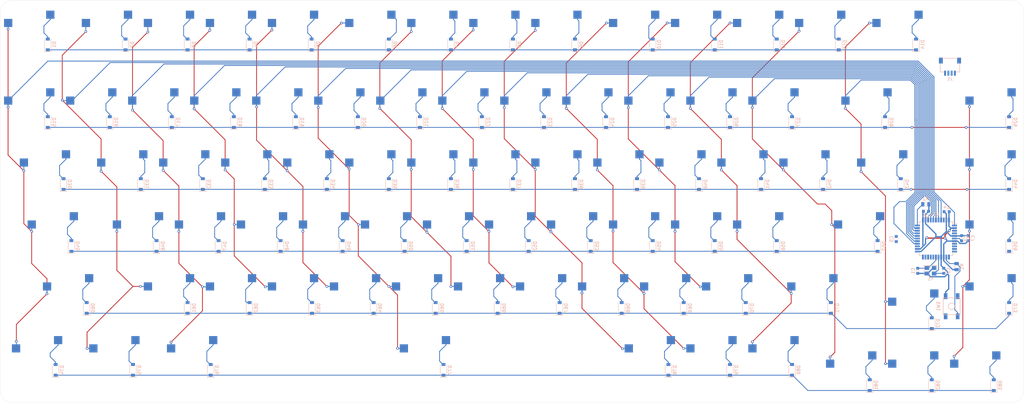
<source format=kicad_pcb>
(kicad_pcb (version 20171130) (host pcbnew "(5.1.4)-1")
  (layers (0 F.Cu signal) (31 B.Cu signal) (34 B.Paste user) (35 F.Paste user) (36 B.SilkS user) (37 F.SilkS user) (38 B.Mask user) (39 F.Mask user) (44 Edge.Cuts user))
  (net 0 "")
  (net 1 GND)
  (net 2 "Net-(C1-Pad1)")
  (net 3 "Net-(C2-Pad1)")
  (net 4 "Net-(C3-Pad1)")
  (net 5 +5V)
  (net 6 "Net-(D1-Pad2)")
  (net 7 ROW0)
  (net 8 "Net-(D2-Pad2)")
  (net 9 "Net-(D3-Pad2)")
  (net 10 "Net-(D4-Pad2)")
  (net 11 "Net-(D5-Pad2)")
  (net 12 "Net-(D6-Pad2)")
  (net 13 "Net-(D7-Pad2)")
  (net 14 "Net-(D8-Pad2)")
  (net 15 "Net-(D9-Pad2)")
  (net 16 "Net-(D10-Pad2)")
  (net 17 "Net-(D11-Pad2)")
  (net 18 "Net-(D12-Pad2)")
  (net 19 "Net-(D13-Pad2)")
  (net 20 "Net-(D14-Pad2)")
  (net 21 "Net-(D15-Pad2)")
  (net 22 ROW1)
  (net 23 "Net-(D16-Pad2)")
  (net 24 "Net-(D17-Pad2)")
  (net 25 "Net-(D18-Pad2)")
  (net 26 "Net-(D19-Pad2)")
  (net 27 "Net-(D20-Pad2)")
  (net 28 "Net-(D21-Pad2)")
  (net 29 "Net-(D22-Pad2)")
  (net 30 "Net-(D23-Pad2)")
  (net 31 "Net-(D24-Pad2)")
  (net 32 "Net-(D25-Pad2)")
  (net 33 "Net-(D26-Pad2)")
  (net 34 "Net-(D27-Pad2)")
  (net 35 "Net-(D28-Pad2)")
  (net 36 "Net-(D29-Pad2)")
  (net 37 "Net-(D30-Pad2)")
  (net 38 ROW2)
  (net 39 "Net-(D31-Pad2)")
  (net 40 "Net-(D32-Pad2)")
  (net 41 "Net-(D33-Pad2)")
  (net 42 "Net-(D34-Pad2)")
  (net 43 "Net-(D35-Pad2)")
  (net 44 "Net-(D36-Pad2)")
  (net 45 "Net-(D37-Pad2)")
  (net 46 "Net-(D38-Pad2)")
  (net 47 "Net-(D39-Pad2)")
  (net 48 "Net-(D40-Pad2)")
  (net 49 "Net-(D41-Pad2)")
  (net 50 "Net-(D42-Pad2)")
  (net 51 "Net-(D43-Pad2)")
  (net 52 "Net-(D44-Pad2)")
  (net 53 "Net-(D45-Pad2)")
  (net 54 ROW3)
  (net 55 "Net-(D46-Pad2)")
  (net 56 "Net-(D47-Pad2)")
  (net 57 "Net-(D48-Pad2)")
  (net 58 "Net-(D49-Pad2)")
  (net 59 "Net-(D50-Pad2)")
  (net 60 "Net-(D51-Pad2)")
  (net 61 "Net-(D52-Pad2)")
  (net 62 "Net-(D53-Pad2)")
  (net 63 "Net-(D54-Pad2)")
  (net 64 "Net-(D55-Pad2)")
  (net 65 "Net-(D56-Pad2)")
  (net 66 "Net-(D57-Pad2)")
  (net 67 "Net-(D59-Pad2)")
  (net 68 "Net-(D59-Pad1)")
  (net 69 "Net-(D60-Pad2)")
  (net 70 ROW4)
  (net 71 "Net-(D61-Pad2)")
  (net 72 "Net-(D62-Pad2)")
  (net 73 "Net-(D63-Pad2)")
  (net 74 "Net-(D64-Pad2)")
  (net 75 "Net-(D65-Pad2)")
  (net 76 "Net-(D66-Pad2)")
  (net 77 "Net-(D67-Pad2)")
  (net 78 "Net-(D68-Pad2)")
  (net 79 "Net-(D69-Pad2)")
  (net 80 "Net-(D70-Pad2)")
  (net 81 "Net-(D71-Pad2)")
  (net 82 "Net-(D72-Pad2)")
  (net 83 "Net-(D73-Pad2)")
  (net 84 "Net-(D74-Pad2)")
  (net 85 ROW5)
  (net 86 "Net-(D75-Pad2)")
  (net 87 "Net-(D76-Pad2)")
  (net 88 "Net-(D77-Pad2)")
  (net 89 "Net-(D78-Pad2)")
  (net 90 "Net-(D79-Pad2)")
  (net 91 "Net-(D80-Pad2)")
  (net 92 "Net-(D81-Pad2)")
  (net 93 "Net-(D82-Pad2)")
  (net 94 "Net-(D83-Pad2)")
  (net 95 D+)
  (net 96 VCC)
  (net 97 D-)
  (net 98 COL10)
  (net 99 COL9)
  (net 100 COL8)
  (net 101 COL1)
  (net 102 COL2)
  (net 103 COL3)
  (net 104 COL4)
  (net 105 COL5)
  (net 106 COL6)
  (net 107 COL7)
  (net 108 COL11)
  (net 109 COL12)
  (net 110 COL13)
  (net 111 COL0)
  (net 112 COL14)
  (net 113 "Net-(R1-Pad2)")
  (net 114 "Net-(R2-Pad2)")
  (net 115 "Net-(U1-Pad42)")
  (net 116 "Net-(U1-Pad22)")
  (net 117 "Net-(U1-Pad21)")
  (net 118 "Net-(U1-Pad20)")
  (net 119 "Net-(U1-Pad8)")
  (module Diode_SMD:D_SOD-123 (layer B.Cu) (at 362.331 193.04 90)
    (fp_text reference D83 (at 0 2 90) (layer B.SilkS) (effects (justify mirror)))
    (fp_text value D_Small)
    (pad 2 smd rect (at 1.65 0 90) (size 0.9 1.2) (layers B.Cu B.Paste B.Mask) (net 94 "Net-(D83-Pad2)"))
    (pad 1 smd rect (at -1.65 0 90) (size 0.9 1.2) (layers B.Cu B.Paste B.Mask) (net 85 ROW5))
  )
  (module Diode_SMD:D_SOD-123 (layer B.Cu) (at 343.281 193.04 90)
    (fp_text reference D82 (at 0 2 90) (layer B.SilkS) (effects (justify mirror)))
    (fp_text value D_Small)
    (pad 2 smd rect (at 1.65 0 90) (size 0.9 1.2) (layers B.Cu B.Paste B.Mask) (net 93 "Net-(D82-Pad2)"))
    (pad 1 smd rect (at -1.65 0 90) (size 0.9 1.2) (layers B.Cu B.Paste B.Mask) (net 85 ROW5))
  )
  (module Diode_SMD:D_SOD-123 (layer B.Cu) (at 324.231 193.04 90)
    (fp_text reference D81 (at 0 2 90) (layer B.SilkS) (effects (justify mirror)))
    (fp_text value D_Small)
    (pad 2 smd rect (at 1.65 0 90) (size 0.9 1.2) (layers B.Cu B.Paste B.Mask) (net 92 "Net-(D81-Pad2)"))
    (pad 1 smd rect (at -1.65 0 90) (size 0.9 1.2) (layers B.Cu B.Paste B.Mask) (net 85 ROW5))
  )
  (module Diode_SMD:D_SOD-123 (layer B.Cu) (at 300.355 188.341 90)
    (fp_text reference D80 (at 0 2 90) (layer B.SilkS) (effects (justify mirror)))
    (fp_text value D_Small)
    (pad 2 smd rect (at 1.65 0 90) (size 0.9 1.2) (layers B.Cu B.Paste B.Mask) (net 91 "Net-(D80-Pad2)"))
    (pad 1 smd rect (at -1.65 0 90) (size 0.9 1.2) (layers B.Cu B.Paste B.Mask) (net 85 ROW5))
  )
  (module Diode_SMD:D_SOD-123 (layer B.Cu) (at 281.305 188.341 90)
    (fp_text reference D79 (at 0 2 90) (layer B.SilkS) (effects (justify mirror)))
    (fp_text value D_Small)
    (pad 2 smd rect (at 1.65 0 90) (size 0.9 1.2) (layers B.Cu B.Paste B.Mask) (net 90 "Net-(D79-Pad2)"))
    (pad 1 smd rect (at -1.65 0 90) (size 0.9 1.2) (layers B.Cu B.Paste B.Mask) (net 85 ROW5))
  )
  (module Diode_SMD:D_SOD-123 (layer B.Cu) (at 262.382 188.341 90)
    (fp_text reference D78 (at 0 2 90) (layer B.SilkS) (effects (justify mirror)))
    (fp_text value D_Small)
    (pad 2 smd rect (at 1.65 0 90) (size 0.9 1.2) (layers B.Cu B.Paste B.Mask) (net 89 "Net-(D78-Pad2)"))
    (pad 1 smd rect (at -1.65 0 90) (size 0.9 1.2) (layers B.Cu B.Paste B.Mask) (net 85 ROW5))
  )
  (module Diode_SMD:D_SOD-123 (layer B.Cu) (at 193.294 188.341 90)
    (fp_text reference D77 (at 0 2 90) (layer B.SilkS) (effects (justify mirror)))
    (fp_text value D_Small)
    (pad 2 smd rect (at 1.65 0 90) (size 0.9 1.2) (layers B.Cu B.Paste B.Mask) (net 88 "Net-(D77-Pad2)"))
    (pad 1 smd rect (at -1.65 0 90) (size 0.9 1.2) (layers B.Cu B.Paste B.Mask) (net 85 ROW5))
  )
  (module Diode_SMD:D_SOD-123 (layer B.Cu) (at 121.793 188.34 90)
    (fp_text reference D76 (at 0 2 90) (layer B.SilkS) (effects (justify mirror)))
    (fp_text value D_Small)
    (pad 2 smd rect (at 1.65 0 90) (size 0.9 1.2) (layers B.Cu B.Paste B.Mask) (net 87 "Net-(D76-Pad2)"))
    (pad 1 smd rect (at -1.65 0 90) (size 0.9 1.2) (layers B.Cu B.Paste B.Mask) (net 85 ROW5))
  )
  (module Diode_SMD:D_SOD-123 (layer B.Cu) (at 97.917 188.341 90)
    (fp_text reference D75 (at 0 2 90) (layer B.SilkS) (effects (justify mirror)))
    (fp_text value D_Small)
    (pad 2 smd rect (at 1.65 0 90) (size 0.9 1.2) (layers B.Cu B.Paste B.Mask) (net 86 "Net-(D75-Pad2)"))
    (pad 1 smd rect (at -1.65 0 90) (size 0.9 1.2) (layers B.Cu B.Paste B.Mask) (net 85 ROW5))
  )
  (module Diode_SMD:D_SOD-123 (layer B.Cu) (at 74.168 188.34 90)
    (fp_text reference D74 (at 0 2 90) (layer B.SilkS) (effects (justify mirror)))
    (fp_text value D_Small)
    (pad 2 smd rect (at 1.65 0 90) (size 0.9 1.2) (layers B.Cu B.Paste B.Mask) (net 84 "Net-(D74-Pad2)"))
    (pad 1 smd rect (at -1.65 0 90) (size 0.9 1.2) (layers B.Cu B.Paste B.Mask) (net 85 ROW5))
  )
  (module Diode_SMD:D_SOD-123 (layer B.Cu) (at 367.03 169.291 90)
    (fp_text reference D73 (at 0 2 90) (layer B.SilkS) (effects (justify mirror)))
    (fp_text value D_Small)
    (pad 2 smd rect (at 1.65 0 90) (size 0.9 1.2) (layers B.Cu B.Paste B.Mask) (net 83 "Net-(D73-Pad2)"))
    (pad 1 smd rect (at -1.65 0 90) (size 0.9 1.2) (layers B.Cu B.Paste B.Mask) (net 70 ROW4))
  )
  (module Diode_SMD:D_SOD-123 (layer B.Cu) (at 343.281 173.99 90)
    (fp_text reference D72 (at 0 2 90) (layer B.SilkS) (effects (justify mirror)))
    (fp_text value D_Small)
    (pad 2 smd rect (at 1.65 0 90) (size 0.9 1.2) (layers B.Cu B.Paste B.Mask) (net 82 "Net-(D72-Pad2)"))
    (pad 1 smd rect (at -1.65 0 90) (size 0.9 1.2) (layers B.Cu B.Paste B.Mask) (net 70 ROW4))
  )
  (module Diode_SMD:D_SOD-123 (layer B.Cu) (at 312.293 169.291 90)
    (fp_text reference D71 (at 0 2 90) (layer B.SilkS) (effects (justify mirror)))
    (fp_text value D_Small)
    (pad 2 smd rect (at 1.65 0 90) (size 0.9 1.2) (layers B.Cu B.Paste B.Mask) (net 81 "Net-(D71-Pad2)"))
    (pad 1 smd rect (at -1.65 0 90) (size 0.9 1.2) (layers B.Cu B.Paste B.Mask) (net 70 ROW4))
  )
  (module Diode_SMD:D_SOD-123 (layer B.Cu) (at 286.131 169.291 90)
    (fp_text reference D70 (at 0 2 90) (layer B.SilkS) (effects (justify mirror)))
    (fp_text value D_Small)
    (pad 2 smd rect (at 1.65 0 90) (size 0.9 1.2) (layers B.Cu B.Paste B.Mask) (net 80 "Net-(D70-Pad2)"))
    (pad 1 smd rect (at -1.65 0 90) (size 0.9 1.2) (layers B.Cu B.Paste B.Mask) (net 70 ROW4))
  )
  (module Diode_SMD:D_SOD-123 (layer B.Cu) (at 267.081 169.291 90)
    (fp_text reference D69 (at 0 2 90) (layer B.SilkS) (effects (justify mirror)))
    (fp_text value D_Small)
    (pad 2 smd rect (at 1.65 0 90) (size 0.9 1.2) (layers B.Cu B.Paste B.Mask) (net 79 "Net-(D69-Pad2)"))
    (pad 1 smd rect (at -1.65 0 90) (size 0.9 1.2) (layers B.Cu B.Paste B.Mask) (net 70 ROW4))
  )
  (module Diode_SMD:D_SOD-123 (layer B.Cu) (at 248.031 169.291 90)
    (fp_text reference D68 (at 0 2 90) (layer B.SilkS) (effects (justify mirror)))
    (fp_text value D_Small)
    (pad 2 smd rect (at 1.65 0 90) (size 0.9 1.2) (layers B.Cu B.Paste B.Mask) (net 78 "Net-(D68-Pad2)"))
    (pad 1 smd rect (at -1.65 0 90) (size 0.9 1.2) (layers B.Cu B.Paste B.Mask) (net 70 ROW4))
  )
  (module Diode_SMD:D_SOD-123 (layer B.Cu) (at 228.981 169.291 90)
    (fp_text reference D67 (at 0 2 90) (layer B.SilkS) (effects (justify mirror)))
    (fp_text value D_Small)
    (pad 2 smd rect (at 1.65 0 90) (size 0.9 1.2) (layers B.Cu B.Paste B.Mask) (net 77 "Net-(D67-Pad2)"))
    (pad 1 smd rect (at -1.65 0 90) (size 0.9 1.2) (layers B.Cu B.Paste B.Mask) (net 70 ROW4))
  )
  (module Diode_SMD:D_SOD-123 (layer B.Cu) (at 209.931 169.291 90)
    (fp_text reference D66 (at 0 2 90) (layer B.SilkS) (effects (justify mirror)))
    (fp_text value D_Small)
    (pad 2 smd rect (at 1.65 0 90) (size 0.9 1.2) (layers B.Cu B.Paste B.Mask) (net 76 "Net-(D66-Pad2)"))
    (pad 1 smd rect (at -1.65 0 90) (size 0.9 1.2) (layers B.Cu B.Paste B.Mask) (net 70 ROW4))
  )
  (module Diode_SMD:D_SOD-123 (layer B.Cu) (at 190.881 169.291 90)
    (fp_text reference D65 (at 0 2 90) (layer B.SilkS) (effects (justify mirror)))
    (fp_text value D_Small)
    (pad 2 smd rect (at 1.65 0 90) (size 0.9 1.2) (layers B.Cu B.Paste B.Mask) (net 75 "Net-(D65-Pad2)"))
    (pad 1 smd rect (at -1.65 0 90) (size 0.9 1.2) (layers B.Cu B.Paste B.Mask) (net 70 ROW4))
  )
  (module Diode_SMD:D_SOD-123 (layer B.Cu) (at 171.831 169.291 90)
    (fp_text reference D64 (at 0 2 90) (layer B.SilkS) (effects (justify mirror)))
    (fp_text value D_Small)
    (pad 2 smd rect (at 1.65 0 90) (size 0.9 1.2) (layers B.Cu B.Paste B.Mask) (net 74 "Net-(D64-Pad2)"))
    (pad 1 smd rect (at -1.65 0 90) (size 0.9 1.2) (layers B.Cu B.Paste B.Mask) (net 70 ROW4))
  )
  (module Diode_SMD:D_SOD-123 (layer B.Cu) (at 152.908 169.291 90)
    (fp_text reference D63 (at 0 2 90) (layer B.SilkS) (effects (justify mirror)))
    (fp_text value D_Small)
    (pad 2 smd rect (at 1.65 0 90) (size 0.9 1.2) (layers B.Cu B.Paste B.Mask) (net 73 "Net-(D63-Pad2)"))
    (pad 1 smd rect (at -1.65 0 90) (size 0.9 1.2) (layers B.Cu B.Paste B.Mask) (net 70 ROW4))
  )
  (module Diode_SMD:D_SOD-123 (layer B.Cu) (at 133.731 169.291 90)
    (fp_text reference D62 (at 0 2 90) (layer B.SilkS) (effects (justify mirror)))
    (fp_text value D_Small)
    (pad 2 smd rect (at 1.65 0 90) (size 0.9 1.2) (layers B.Cu B.Paste B.Mask) (net 72 "Net-(D62-Pad2)"))
    (pad 1 smd rect (at -1.65 0 90) (size 0.9 1.2) (layers B.Cu B.Paste B.Mask) (net 70 ROW4))
  )
  (module Diode_SMD:D_SOD-123 (layer B.Cu) (at 114.681 169.291 90)
    (fp_text reference D61 (at 0 2 90) (layer B.SilkS) (effects (justify mirror)))
    (fp_text value D_Small)
    (pad 2 smd rect (at 1.65 0 90) (size 0.9 1.2) (layers B.Cu B.Paste B.Mask) (net 71 "Net-(D61-Pad2)"))
    (pad 1 smd rect (at -1.65 0 90) (size 0.9 1.2) (layers B.Cu B.Paste B.Mask) (net 70 ROW4))
  )
  (module Diode_SMD:D_SOD-123 (layer B.Cu) (at 83.693 169.291 90)
    (fp_text reference D60 (at 0 2 90) (layer B.SilkS) (effects (justify mirror)))
    (fp_text value D_Small)
    (pad 2 smd rect (at 1.65 0 90) (size 0.9 1.2) (layers B.Cu B.Paste B.Mask) (net 69 "Net-(D60-Pad2)"))
    (pad 1 smd rect (at -1.65 0 90) (size 0.9 1.2) (layers B.Cu B.Paste B.Mask) (net 70 ROW4))
  )
  (module Diode_SMD:D_SOD-123 (layer B.Cu) (at 367.03 150.241 90)
    (fp_text reference D59 (at 0 2 90) (layer B.SilkS) (effects (justify mirror)))
    (fp_text value D_Small)
    (pad 2 smd rect (at 1.65 0 90) (size 0.9 1.2) (layers B.Cu B.Paste B.Mask) (net 67 "Net-(D59-Pad2)"))
    (pad 1 smd rect (at -1.65 0 90) (size 0.9 1.2) (layers B.Cu B.Paste B.Mask) (net 68 "Net-(D59-Pad1)"))
  )
  (module Diode_SMD:D_SOD-123 (layer B.Cu) (at 326.644 150.241 90)
    (fp_text reference D57 (at 0 2 90) (layer B.SilkS) (effects (justify mirror)))
    (fp_text value D_Small)
    (pad 2 smd rect (at 1.65 0 90) (size 0.9 1.2) (layers B.Cu B.Paste B.Mask) (net 66 "Net-(D57-Pad2)"))
    (pad 1 smd rect (at -1.65 0 90) (size 0.9 1.2) (layers B.Cu B.Paste B.Mask) (net 54 ROW3))
  )
  (module Diode_SMD:D_SOD-123 (layer B.Cu) (at 295.656 150.241 90)
    (fp_text reference D56 (at 0 2 90) (layer B.SilkS) (effects (justify mirror)))
    (fp_text value D_Small)
    (pad 2 smd rect (at 1.65 0 90) (size 0.9 1.2) (layers B.Cu B.Paste B.Mask) (net 65 "Net-(D56-Pad2)"))
    (pad 1 smd rect (at -1.65 0 90) (size 0.9 1.2) (layers B.Cu B.Paste B.Mask) (net 54 ROW3))
  )
  (module Diode_SMD:D_SOD-123 (layer B.Cu) (at 276.606 150.241 90)
    (fp_text reference D55 (at 0 2 90) (layer B.SilkS) (effects (justify mirror)))
    (fp_text value D_Small)
    (pad 2 smd rect (at 1.65 0 90) (size 0.9 1.2) (layers B.Cu B.Paste B.Mask) (net 64 "Net-(D55-Pad2)"))
    (pad 1 smd rect (at -1.65 0 90) (size 0.9 1.2) (layers B.Cu B.Paste B.Mask) (net 54 ROW3))
  )
  (module Diode_SMD:D_SOD-123 (layer B.Cu) (at 257.556 150.241 90)
    (fp_text reference D54 (at 0 2 90) (layer B.SilkS) (effects (justify mirror)))
    (fp_text value D_Small)
    (pad 2 smd rect (at 1.65 0 90) (size 0.9 1.2) (layers B.Cu B.Paste B.Mask) (net 63 "Net-(D54-Pad2)"))
    (pad 1 smd rect (at -1.65 0 90) (size 0.9 1.2) (layers B.Cu B.Paste B.Mask) (net 54 ROW3))
  )
  (module Diode_SMD:D_SOD-123 (layer B.Cu) (at 238.506 150.241 90)
    (fp_text reference D53 (at 0 2 90) (layer B.SilkS) (effects (justify mirror)))
    (fp_text value D_Small)
    (pad 2 smd rect (at 1.65 0 90) (size 0.9 1.2) (layers B.Cu B.Paste B.Mask) (net 62 "Net-(D53-Pad2)"))
    (pad 1 smd rect (at -1.65 0 90) (size 0.9 1.2) (layers B.Cu B.Paste B.Mask) (net 54 ROW3))
  )
  (module Diode_SMD:D_SOD-123 (layer B.Cu) (at 219.456 150.241 90)
    (fp_text reference D52 (at 0 2 90) (layer B.SilkS) (effects (justify mirror)))
    (fp_text value D_Small)
    (pad 2 smd rect (at 1.65 0 90) (size 0.9 1.2) (layers B.Cu B.Paste B.Mask) (net 61 "Net-(D52-Pad2)"))
    (pad 1 smd rect (at -1.65 0 90) (size 0.9 1.2) (layers B.Cu B.Paste B.Mask) (net 54 ROW3))
  )
  (module Diode_SMD:D_SOD-123 (layer B.Cu) (at 200.406 150.241 90)
    (fp_text reference D51 (at 0 2 90) (layer B.SilkS) (effects (justify mirror)))
    (fp_text value D_Small)
    (pad 2 smd rect (at 1.65 0 90) (size 0.9 1.2) (layers B.Cu B.Paste B.Mask) (net 60 "Net-(D51-Pad2)"))
    (pad 1 smd rect (at -1.65 0 90) (size 0.9 1.2) (layers B.Cu B.Paste B.Mask) (net 54 ROW3))
  )
  (module Diode_SMD:D_SOD-123 (layer B.Cu) (at 181.356 150.241 90)
    (fp_text reference D50 (at 0 2 90) (layer B.SilkS) (effects (justify mirror)))
    (fp_text value D_Small)
    (pad 2 smd rect (at 1.65 0 90) (size 0.9 1.2) (layers B.Cu B.Paste B.Mask) (net 59 "Net-(D50-Pad2)"))
    (pad 1 smd rect (at -1.65 0 90) (size 0.9 1.2) (layers B.Cu B.Paste B.Mask) (net 54 ROW3))
  )
  (module Diode_SMD:D_SOD-123 (layer B.Cu) (at 162.306 150.241 90)
    (fp_text reference D49 (at 0 2 90) (layer B.SilkS) (effects (justify mirror)))
    (fp_text value D_Small)
    (pad 2 smd rect (at 1.65 0 90) (size 0.9 1.2) (layers B.Cu B.Paste B.Mask) (net 58 "Net-(D49-Pad2)"))
    (pad 1 smd rect (at -1.65 0 90) (size 0.9 1.2) (layers B.Cu B.Paste B.Mask) (net 54 ROW3))
  )
  (module Diode_SMD:D_SOD-123 (layer B.Cu) (at 143.256 150.241 90)
    (fp_text reference D48 (at 0 2 90) (layer B.SilkS) (effects (justify mirror)))
    (fp_text value D_Small)
    (pad 2 smd rect (at 1.65 0 90) (size 0.9 1.2) (layers B.Cu B.Paste B.Mask) (net 57 "Net-(D48-Pad2)"))
    (pad 1 smd rect (at -1.65 0 90) (size 0.9 1.2) (layers B.Cu B.Paste B.Mask) (net 54 ROW3))
  )
  (module Diode_SMD:D_SOD-123 (layer B.Cu) (at 124.206 150.241 90)
    (fp_text reference D47 (at 0 2 90) (layer B.SilkS) (effects (justify mirror)))
    (fp_text value D_Small)
    (pad 2 smd rect (at 1.65 0 90) (size 0.9 1.2) (layers B.Cu B.Paste B.Mask) (net 56 "Net-(D47-Pad2)"))
    (pad 1 smd rect (at -1.65 0 90) (size 0.9 1.2) (layers B.Cu B.Paste B.Mask) (net 54 ROW3))
  )
  (module Diode_SMD:D_SOD-123 (layer B.Cu) (at 105.156 150.241 90)
    (fp_text reference D46 (at 0 2 90) (layer B.SilkS) (effects (justify mirror)))
    (fp_text value D_Small)
    (pad 2 smd rect (at 1.65 0 90) (size 0.9 1.2) (layers B.Cu B.Paste B.Mask) (net 55 "Net-(D46-Pad2)"))
    (pad 1 smd rect (at -1.65 0 90) (size 0.9 1.2) (layers B.Cu B.Paste B.Mask) (net 54 ROW3))
  )
  (module Diode_SMD:D_SOD-123 (layer B.Cu) (at 78.994 150.241 90)
    (fp_text reference D45 (at 0 2 90) (layer B.SilkS) (effects (justify mirror)))
    (fp_text value D_Small)
    (pad 2 smd rect (at 1.65 0 90) (size 0.9 1.2) (layers B.Cu B.Paste B.Mask) (net 53 "Net-(D45-Pad2)"))
    (pad 1 smd rect (at -1.65 0 90) (size 0.9 1.2) (layers B.Cu B.Paste B.Mask) (net 54 ROW3))
  )
  (module Diode_SMD:D_SOD-123 (layer B.Cu) (at 367.03 131.191 90)
    (fp_text reference D44 (at 0 2 90) (layer B.SilkS) (effects (justify mirror)))
    (fp_text value D_Small)
    (pad 2 smd rect (at 1.65 0 90) (size 0.9 1.2) (layers B.Cu B.Paste B.Mask) (net 52 "Net-(D44-Pad2)"))
    (pad 1 smd rect (at -1.65 0 90) (size 0.9 1.2) (layers B.Cu B.Paste B.Mask) (net 38 ROW2))
  )
  (module Diode_SMD:D_SOD-123 (layer B.Cu) (at 333.756 131.191 90)
    (fp_text reference D43 (at 0 2 90) (layer B.SilkS) (effects (justify mirror)))
    (fp_text value D_Small)
    (pad 2 smd rect (at 1.65 0 90) (size 0.9 1.2) (layers B.Cu B.Paste B.Mask) (net 51 "Net-(D43-Pad2)"))
    (pad 1 smd rect (at -1.65 0 90) (size 0.9 1.2) (layers B.Cu B.Paste B.Mask) (net 38 ROW2))
  )
  (module Diode_SMD:D_SOD-123 (layer B.Cu) (at 309.88 131.191 90)
    (fp_text reference D42 (at 0 2 90) (layer B.SilkS) (effects (justify mirror)))
    (fp_text value D_Small)
    (pad 2 smd rect (at 1.65 0 90) (size 0.9 1.2) (layers B.Cu B.Paste B.Mask) (net 50 "Net-(D42-Pad2)"))
    (pad 1 smd rect (at -1.65 0 90) (size 0.9 1.2) (layers B.Cu B.Paste B.Mask) (net 38 ROW2))
  )
  (module Diode_SMD:D_SOD-123 (layer B.Cu) (at 290.83 131.191 90)
    (fp_text reference D41 (at 0 2 90) (layer B.SilkS) (effects (justify mirror)))
    (fp_text value D_Small)
    (pad 2 smd rect (at 1.65 0 90) (size 0.9 1.2) (layers B.Cu B.Paste B.Mask) (net 49 "Net-(D41-Pad2)"))
    (pad 1 smd rect (at -1.65 0 90) (size 0.9 1.2) (layers B.Cu B.Paste B.Mask) (net 38 ROW2))
  )
  (module Diode_SMD:D_SOD-123 (layer B.Cu) (at 271.78 131.191 90)
    (fp_text reference D40 (at 0 2 90) (layer B.SilkS) (effects (justify mirror)))
    (fp_text value D_Small)
    (pad 2 smd rect (at 1.65 0 90) (size 0.9 1.2) (layers B.Cu B.Paste B.Mask) (net 48 "Net-(D40-Pad2)"))
    (pad 1 smd rect (at -1.65 0 90) (size 0.9 1.2) (layers B.Cu B.Paste B.Mask) (net 38 ROW2))
  )
  (module Diode_SMD:D_SOD-123 (layer B.Cu) (at 252.73 131.191 90)
    (fp_text reference D39 (at 0 2 90) (layer B.SilkS) (effects (justify mirror)))
    (fp_text value D_Small)
    (pad 2 smd rect (at 1.65 0 90) (size 0.9 1.2) (layers B.Cu B.Paste B.Mask) (net 47 "Net-(D39-Pad2)"))
    (pad 1 smd rect (at -1.65 0 90) (size 0.9 1.2) (layers B.Cu B.Paste B.Mask) (net 38 ROW2))
  )
  (module Diode_SMD:D_SOD-123 (layer B.Cu) (at 233.68 131.191 90)
    (fp_text reference D38 (at 0 2 90) (layer B.SilkS) (effects (justify mirror)))
    (fp_text value D_Small)
    (pad 2 smd rect (at 1.65 0 90) (size 0.9 1.2) (layers B.Cu B.Paste B.Mask) (net 46 "Net-(D38-Pad2)"))
    (pad 1 smd rect (at -1.65 0 90) (size 0.9 1.2) (layers B.Cu B.Paste B.Mask) (net 38 ROW2))
  )
  (module Diode_SMD:D_SOD-123 (layer B.Cu) (at 214.63 131.191 90)
    (fp_text reference D37 (at 0 2 90) (layer B.SilkS) (effects (justify mirror)))
    (fp_text value D_Small)
    (pad 2 smd rect (at 1.65 0 90) (size 0.9 1.2) (layers B.Cu B.Paste B.Mask) (net 45 "Net-(D37-Pad2)"))
    (pad 1 smd rect (at -1.65 0 90) (size 0.9 1.2) (layers B.Cu B.Paste B.Mask) (net 38 ROW2))
  )
  (module Diode_SMD:D_SOD-123 (layer B.Cu) (at 195.58 131.191 90)
    (fp_text reference D36 (at 0 2 90) (layer B.SilkS) (effects (justify mirror)))
    (fp_text value D_Small)
    (pad 2 smd rect (at 1.65 0 90) (size 0.9 1.2) (layers B.Cu B.Paste B.Mask) (net 44 "Net-(D36-Pad2)"))
    (pad 1 smd rect (at -1.65 0 90) (size 0.9 1.2) (layers B.Cu B.Paste B.Mask) (net 38 ROW2))
  )
  (module Diode_SMD:D_SOD-123 (layer B.Cu) (at 176.53 131.191 90)
    (fp_text reference D35 (at 0 2 90) (layer B.SilkS) (effects (justify mirror)))
    (fp_text value D_Small)
    (pad 2 smd rect (at 1.65 0 90) (size 0.9 1.2) (layers B.Cu B.Paste B.Mask) (net 43 "Net-(D35-Pad2)"))
    (pad 1 smd rect (at -1.65 0 90) (size 0.9 1.2) (layers B.Cu B.Paste B.Mask) (net 38 ROW2))
  )
  (module Diode_SMD:D_SOD-123 (layer B.Cu) (at 157.48 131.191 90)
    (fp_text reference D34 (at 0 2 90) (layer B.SilkS) (effects (justify mirror)))
    (fp_text value D_Small)
    (pad 2 smd rect (at 1.65 0 90) (size 0.9 1.2) (layers B.Cu B.Paste B.Mask) (net 42 "Net-(D34-Pad2)"))
    (pad 1 smd rect (at -1.65 0 90) (size 0.9 1.2) (layers B.Cu B.Paste B.Mask) (net 38 ROW2))
  )
  (module Diode_SMD:D_SOD-123 (layer B.Cu) (at 138.43 131.191 90)
    (fp_text reference D33 (at 0 2 90) (layer B.SilkS) (effects (justify mirror)))
    (fp_text value D_Small)
    (pad 2 smd rect (at 1.65 0 90) (size 0.9 1.2) (layers B.Cu B.Paste B.Mask) (net 41 "Net-(D33-Pad2)"))
    (pad 1 smd rect (at -1.65 0 90) (size 0.9 1.2) (layers B.Cu B.Paste B.Mask) (net 38 ROW2))
  )
  (module Diode_SMD:D_SOD-123 (layer B.Cu) (at 119.38 131.191 90)
    (fp_text reference D32 (at 0 2 90) (layer B.SilkS) (effects (justify mirror)))
    (fp_text value D_Small)
    (pad 2 smd rect (at 1.65 0 90) (size 0.9 1.2) (layers B.Cu B.Paste B.Mask) (net 40 "Net-(D32-Pad2)"))
    (pad 1 smd rect (at -1.65 0 90) (size 0.9 1.2) (layers B.Cu B.Paste B.Mask) (net 38 ROW2))
  )
  (module Diode_SMD:D_SOD-123 (layer B.Cu) (at 100.33 131.191 90)
    (fp_text reference D31 (at 0 2 90) (layer B.SilkS) (effects (justify mirror)))
    (fp_text value D_Small)
    (pad 2 smd rect (at 1.65 0 90) (size 0.9 1.2) (layers B.Cu B.Paste B.Mask) (net 39 "Net-(D31-Pad2)"))
    (pad 1 smd rect (at -1.65 0 90) (size 0.9 1.2) (layers B.Cu B.Paste B.Mask) (net 38 ROW2))
  )
  (module Diode_SMD:D_SOD-123 (layer B.Cu) (at 76.581 131.191 90)
    (fp_text reference D30 (at 0 2 90) (layer B.SilkS) (effects (justify mirror)))
    (fp_text value D_Small)
    (pad 2 smd rect (at 1.65 0 90) (size 0.9 1.2) (layers B.Cu B.Paste B.Mask) (net 37 "Net-(D30-Pad2)"))
    (pad 1 smd rect (at -1.65 0 90) (size 0.9 1.2) (layers B.Cu B.Paste B.Mask) (net 38 ROW2))
  )
  (module Diode_SMD:D_SOD-123 (layer B.Cu) (at 367.03 112.141 90)
    (fp_text reference D29 (at 0 2 90) (layer B.SilkS) (effects (justify mirror)))
    (fp_text value D_Small)
    (pad 2 smd rect (at 1.65 0 90) (size 0.9 1.2) (layers B.Cu B.Paste B.Mask) (net 36 "Net-(D29-Pad2)"))
    (pad 1 smd rect (at -1.65 0 90) (size 0.9 1.2) (layers B.Cu B.Paste B.Mask) (net 22 ROW1))
  )
  (module Diode_SMD:D_SOD-123 (layer B.Cu) (at 328.93 112.141 90)
    (fp_text reference D28 (at 0 2 90) (layer B.SilkS) (effects (justify mirror)))
    (fp_text value D_Small)
    (pad 2 smd rect (at 1.65 0 90) (size 0.9 1.2) (layers B.Cu B.Paste B.Mask) (net 35 "Net-(D28-Pad2)"))
    (pad 1 smd rect (at -1.65 0 90) (size 0.9 1.2) (layers B.Cu B.Paste B.Mask) (net 22 ROW1))
  )
  (module Diode_SMD:D_SOD-123 (layer B.Cu) (at 300.355 112.141 90)
    (fp_text reference D27 (at 0 2 90) (layer B.SilkS) (effects (justify mirror)))
    (fp_text value D_Small)
    (pad 2 smd rect (at 1.65 0 90) (size 0.9 1.2) (layers B.Cu B.Paste B.Mask) (net 34 "Net-(D27-Pad2)"))
    (pad 1 smd rect (at -1.65 0 90) (size 0.9 1.2) (layers B.Cu B.Paste B.Mask) (net 22 ROW1))
  )
  (module Diode_SMD:D_SOD-123 (layer B.Cu) (at 281.305 112.141 90)
    (fp_text reference D26 (at 0 2 90) (layer B.SilkS) (effects (justify mirror)))
    (fp_text value D_Small)
    (pad 2 smd rect (at 1.65 0 90) (size 0.9 1.2) (layers B.Cu B.Paste B.Mask) (net 33 "Net-(D26-Pad2)"))
    (pad 1 smd rect (at -1.65 0 90) (size 0.9 1.2) (layers B.Cu B.Paste B.Mask) (net 22 ROW1))
  )
  (module Diode_SMD:D_SOD-123 (layer B.Cu) (at 262.255 112.141 90)
    (fp_text reference D25 (at 0 2 90) (layer B.SilkS) (effects (justify mirror)))
    (fp_text value D_Small)
    (pad 2 smd rect (at 1.65 0 90) (size 0.9 1.2) (layers B.Cu B.Paste B.Mask) (net 32 "Net-(D25-Pad2)"))
    (pad 1 smd rect (at -1.65 0 90) (size 0.9 1.2) (layers B.Cu B.Paste B.Mask) (net 22 ROW1))
  )
  (module Diode_SMD:D_SOD-123 (layer B.Cu) (at 243.205 112.141 90)
    (fp_text reference D24 (at 0 2 90) (layer B.SilkS) (effects (justify mirror)))
    (fp_text value D_Small)
    (pad 2 smd rect (at 1.65 0 90) (size 0.9 1.2) (layers B.Cu B.Paste B.Mask) (net 31 "Net-(D24-Pad2)"))
    (pad 1 smd rect (at -1.65 0 90) (size 0.9 1.2) (layers B.Cu B.Paste B.Mask) (net 22 ROW1))
  )
  (module Diode_SMD:D_SOD-123 (layer B.Cu) (at 224.155 112.141 90)
    (fp_text reference D23 (at 0 2 90) (layer B.SilkS) (effects (justify mirror)))
    (fp_text value D_Small)
    (pad 2 smd rect (at 1.65 0 90) (size 0.9 1.2) (layers B.Cu B.Paste B.Mask) (net 30 "Net-(D23-Pad2)"))
    (pad 1 smd rect (at -1.65 0 90) (size 0.9 1.2) (layers B.Cu B.Paste B.Mask) (net 22 ROW1))
  )
  (module Diode_SMD:D_SOD-123 (layer B.Cu) (at 205.105 112.141 90)
    (fp_text reference D22 (at 0 2 90) (layer B.SilkS) (effects (justify mirror)))
    (fp_text value D_Small)
    (pad 2 smd rect (at 1.65 0 90) (size 0.9 1.2) (layers B.Cu B.Paste B.Mask) (net 29 "Net-(D22-Pad2)"))
    (pad 1 smd rect (at -1.65 0 90) (size 0.9 1.2) (layers B.Cu B.Paste B.Mask) (net 22 ROW1))
  )
  (module Diode_SMD:D_SOD-123 (layer B.Cu) (at 186.055 112.141 90)
    (fp_text reference D21 (at 0 2 90) (layer B.SilkS) (effects (justify mirror)))
    (fp_text value D_Small)
    (pad 2 smd rect (at 1.65 0 90) (size 0.9 1.2) (layers B.Cu B.Paste B.Mask) (net 28 "Net-(D21-Pad2)"))
    (pad 1 smd rect (at -1.65 0 90) (size 0.9 1.2) (layers B.Cu B.Paste B.Mask) (net 22 ROW1))
  )
  (module Diode_SMD:D_SOD-123 (layer B.Cu) (at 167.005 112.141 90)
    (fp_text reference D20 (at 0 2 90) (layer B.SilkS) (effects (justify mirror)))
    (fp_text value D_Small)
    (pad 2 smd rect (at 1.65 0 90) (size 0.9 1.2) (layers B.Cu B.Paste B.Mask) (net 27 "Net-(D20-Pad2)"))
    (pad 1 smd rect (at -1.65 0 90) (size 0.9 1.2) (layers B.Cu B.Paste B.Mask) (net 22 ROW1))
  )
  (module Diode_SMD:D_SOD-123 (layer B.Cu) (at 147.955 112.141 90)
    (fp_text reference D19 (at 0 2 90) (layer B.SilkS) (effects (justify mirror)))
    (fp_text value D_Small)
    (pad 2 smd rect (at 1.65 0 90) (size 0.9 1.2) (layers B.Cu B.Paste B.Mask) (net 26 "Net-(D19-Pad2)"))
    (pad 1 smd rect (at -1.65 0 90) (size 0.9 1.2) (layers B.Cu B.Paste B.Mask) (net 22 ROW1))
  )
  (module Diode_SMD:D_SOD-123 (layer B.Cu) (at 128.905 112.141 90)
    (fp_text reference D18 (at 0 2 90) (layer B.SilkS) (effects (justify mirror)))
    (fp_text value D_Small)
    (pad 2 smd rect (at 1.65 0 90) (size 0.9 1.2) (layers B.Cu B.Paste B.Mask) (net 25 "Net-(D18-Pad2)"))
    (pad 1 smd rect (at -1.65 0 90) (size 0.9 1.2) (layers B.Cu B.Paste B.Mask) (net 22 ROW1))
  )
  (module Diode_SMD:D_SOD-123 (layer B.Cu) (at 109.855 112.141 90)
    (fp_text reference D17 (at 0 2 90) (layer B.SilkS) (effects (justify mirror)))
    (fp_text value D_Small)
    (pad 2 smd rect (at 1.65 0 90) (size 0.9 1.2) (layers B.Cu B.Paste B.Mask) (net 24 "Net-(D17-Pad2)"))
    (pad 1 smd rect (at -1.65 0 90) (size 0.9 1.2) (layers B.Cu B.Paste B.Mask) (net 22 ROW1))
  )
  (module Diode_SMD:D_SOD-123 (layer B.Cu) (at 90.805 112.141 90)
    (fp_text reference D16 (at 0 2 90) (layer B.SilkS) (effects (justify mirror)))
    (fp_text value D_Small)
    (pad 2 smd rect (at 1.65 0 90) (size 0.9 1.2) (layers B.Cu B.Paste B.Mask) (net 23 "Net-(D16-Pad2)"))
    (pad 1 smd rect (at -1.65 0 90) (size 0.9 1.2) (layers B.Cu B.Paste B.Mask) (net 22 ROW1))
  )
  (module Diode_SMD:D_SOD-123 (layer B.Cu) (at 71.755 112.141 90)
    (fp_text reference D15 (at 0 2 90) (layer B.SilkS) (effects (justify mirror)))
    (fp_text value D_Small)
    (pad 2 smd rect (at 1.65 0 90) (size 0.9 1.2) (layers B.Cu B.Paste B.Mask) (net 21 "Net-(D15-Pad2)"))
    (pad 1 smd rect (at -1.65 0 90) (size 0.9 1.2) (layers B.Cu B.Paste B.Mask) (net 22 ROW1))
  )
  (module Diode_SMD:D_SOD-123 (layer B.Cu) (at 338.455 88.265 90)
    (fp_text reference D14 (at 0 2 90) (layer B.SilkS) (effects (justify mirror)))
    (fp_text value D_Small)
    (pad 2 smd rect (at 1.65 0 90) (size 0.9 1.2) (layers B.Cu B.Paste B.Mask) (net 20 "Net-(D14-Pad2)"))
    (pad 1 smd rect (at -1.65 0 90) (size 0.9 1.2) (layers B.Cu B.Paste B.Mask) (net 7 ROW0))
  )
  (module Diode_SMD:D_SOD-123 (layer B.Cu) (at 314.706 88.265 90)
    (fp_text reference D13 (at 0 2 90) (layer B.SilkS) (effects (justify mirror)))
    (fp_text value D_Small)
    (pad 2 smd rect (at 1.65 0 90) (size 0.9 1.2) (layers B.Cu B.Paste B.Mask) (net 19 "Net-(D13-Pad2)"))
    (pad 1 smd rect (at -1.65 0 90) (size 0.9 1.2) (layers B.Cu B.Paste B.Mask) (net 7 ROW0))
  )
  (module Diode_SMD:D_SOD-123 (layer B.Cu) (at 295.656 88.265 90)
    (fp_text reference D12 (at 0 2 90) (layer B.SilkS) (effects (justify mirror)))
    (fp_text value D_Small)
    (pad 2 smd rect (at 1.65 0 90) (size 0.9 1.2) (layers B.Cu B.Paste B.Mask) (net 18 "Net-(D12-Pad2)"))
    (pad 1 smd rect (at -1.65 0 90) (size 0.9 1.2) (layers B.Cu B.Paste B.Mask) (net 7 ROW0))
  )
  (module Diode_SMD:D_SOD-123 (layer B.Cu) (at 276.606 88.265 90)
    (fp_text reference D11 (at 0 2 90) (layer B.SilkS) (effects (justify mirror)))
    (fp_text value D_Small)
    (pad 2 smd rect (at 1.65 0 90) (size 0.9 1.2) (layers B.Cu B.Paste B.Mask) (net 17 "Net-(D11-Pad2)"))
    (pad 1 smd rect (at -1.65 0 90) (size 0.9 1.2) (layers B.Cu B.Paste B.Mask) (net 7 ROW0))
  )
  (module Diode_SMD:D_SOD-123 (layer B.Cu) (at 257.556 88.265 90)
    (fp_text reference D10 (at 0 2 90) (layer B.SilkS) (effects (justify mirror)))
    (fp_text value D_Small)
    (pad 2 smd rect (at 1.65 0 90) (size 0.9 1.2) (layers B.Cu B.Paste B.Mask) (net 16 "Net-(D10-Pad2)"))
    (pad 1 smd rect (at -1.65 0 90) (size 0.9 1.2) (layers B.Cu B.Paste B.Mask) (net 7 ROW0))
  )
  (module Diode_SMD:D_SOD-123 (layer B.Cu) (at 233.68 88.265 90)
    (fp_text reference D9 (at 0 2 90) (layer B.SilkS) (effects (justify mirror)))
    (fp_text value D_Small)
    (pad 2 smd rect (at 1.65 0 90) (size 0.9 1.2) (layers B.Cu B.Paste B.Mask) (net 15 "Net-(D9-Pad2)"))
    (pad 1 smd rect (at -1.65 0 90) (size 0.9 1.2) (layers B.Cu B.Paste B.Mask) (net 7 ROW0))
  )
  (module Diode_SMD:D_SOD-123 (layer B.Cu) (at 214.63 88.265 90)
    (fp_text reference D8 (at 0 2 90) (layer B.SilkS) (effects (justify mirror)))
    (fp_text value D_Small)
    (pad 2 smd rect (at 1.65 0 90) (size 0.9 1.2) (layers B.Cu B.Paste B.Mask) (net 14 "Net-(D8-Pad2)"))
    (pad 1 smd rect (at -1.65 0 90) (size 0.9 1.2) (layers B.Cu B.Paste B.Mask) (net 7 ROW0))
  )
  (module Diode_SMD:D_SOD-123 (layer B.Cu) (at 195.58 88.265 90)
    (fp_text reference D7 (at 0 2 90) (layer B.SilkS) (effects (justify mirror)))
    (fp_text value D_Small)
    (pad 2 smd rect (at 1.65 0 90) (size 0.9 1.2) (layers B.Cu B.Paste B.Mask) (net 13 "Net-(D7-Pad2)"))
    (pad 1 smd rect (at -1.65 0 90) (size 0.9 1.2) (layers B.Cu B.Paste B.Mask) (net 7 ROW0))
  )
  (module Diode_SMD:D_SOD-123 (layer B.Cu) (at 176.53 88.265 90)
    (fp_text reference D6 (at 0 2 90) (layer B.SilkS) (effects (justify mirror)))
    (fp_text value D_Small)
    (pad 2 smd rect (at 1.65 0 90) (size 0.9 1.2) (layers B.Cu B.Paste B.Mask) (net 12 "Net-(D6-Pad2)"))
    (pad 1 smd rect (at -1.65 0 90) (size 0.9 1.2) (layers B.Cu B.Paste B.Mask) (net 7 ROW0))
  )
  (module Diode_SMD:D_SOD-123 (layer B.Cu) (at 152.781 88.265 90)
    (fp_text reference D5 (at 0 2 90) (layer B.SilkS) (effects (justify mirror)))
    (fp_text value D_Small)
    (pad 2 smd rect (at 1.65 0 90) (size 0.9 1.2) (layers B.Cu B.Paste B.Mask) (net 11 "Net-(D5-Pad2)"))
    (pad 1 smd rect (at -1.65 0 90) (size 0.9 1.2) (layers B.Cu B.Paste B.Mask) (net 7 ROW0))
  )
  (module Diode_SMD:D_SOD-123 (layer B.Cu) (at 133.731 88.266 90)
    (fp_text reference D4 (at 0 2 90) (layer B.SilkS) (effects (justify mirror)))
    (fp_text value D_Small)
    (pad 2 smd rect (at 1.65 0 90) (size 0.9 1.2) (layers B.Cu B.Paste B.Mask) (net 10 "Net-(D4-Pad2)"))
    (pad 1 smd rect (at -1.65 0 90) (size 0.9 1.2) (layers B.Cu B.Paste B.Mask) (net 7 ROW0))
  )
  (module Diode_SMD:D_SOD-123 (layer B.Cu) (at 114.681 88.265 90)
    (fp_text reference D3 (at 0 2 270) (layer B.SilkS) (effects (justify mirror)))
    (fp_text value D_Small)
    (pad 2 smd rect (at 1.65 0 90) (size 0.9 1.2) (layers B.Cu B.Paste B.Mask) (net 9 "Net-(D3-Pad2)"))
    (pad 1 smd rect (at -1.65 0 90) (size 0.9 1.2) (layers B.Cu B.Paste B.Mask) (net 7 ROW0))
  )
  (module Diode_SMD:D_SOD-123 (layer B.Cu) (at 95.631 88.265 90)
    (fp_text reference D2 (at 0 2 90) (layer B.SilkS) (effects (justify mirror)))
    (fp_text value D_Small)
    (pad 2 smd rect (at 1.65 0 90) (size 0.9 1.2) (layers B.Cu B.Paste B.Mask) (net 8 "Net-(D2-Pad2)"))
    (pad 1 smd rect (at -1.65 0 90) (size 0.9 1.2) (layers B.Cu B.Paste B.Mask) (net 7 ROW0))
  )
  (module Diode_SMD:D_SOD-123 (layer B.Cu) (at 71.755 88.265 90)
    (fp_text reference D1 (at 0 2 90) (layer B.SilkS) (effects (justify mirror)))
    (fp_text value D_Small)
    (pad 2 smd rect (at 1.65 0 90) (size 0.9 1.2) (layers B.Cu B.Paste B.Mask) (net 6 "Net-(D1-Pad2)"))
    (pad 1 smd rect (at -1.65 0 90) (size 0.9 1.2) (layers B.Cu B.Paste B.Mask) (net 7 ROW0))
  )
  (module MX_Only:MXOnly-1.75U-Hotswap (layer F.Cu) (at 307.213 165.227)
    (fp_text reference K_rightShift1)
    (fp_text value MX-NoLED)
    (pad 2 smd rect (at 5.842 -5.08) (size 2.55 2.5) (layers B.Cu B.Paste B.Mask) (net 81 "Net-(D71-Pad2)"))
    (pad 1 smd rect (at -7.085 -2.54) (size 2.55 2.5) (layers B.Cu B.Paste B.Mask) (net 108 COL11))
    (pad "" np_thru_hole circle (at 5.08 0 48.0996) (size 1.75 1.75) (drill 1.75) (layers *.Cu *.Mask))
    (pad "" np_thru_hole circle (at -5.08 0 48.0996) (size 1.75 1.75) (drill 1.75) (layers *.Cu *.Mask))
    (pad "" np_thru_hole circle (at -3.81 -2.54) (size 3 3) (drill 3) (layers *.Cu *.Mask))
    (pad "" np_thru_hole circle (at 0 0) (size 3.9878 3.9878) (drill 3.9878) (layers *.Cu *.Mask))
    (pad "" np_thru_hole circle (at 2.54 -5.08) (size 3 3) (drill 3) (layers *.Cu *.Mask))
  )
  (module Crystal:Crystal_SMD_3225-4Pin_3.2x2.5mm (layer B.Cu) (at 342.9 157.861)
    (fp_text reference Y1 (at 0 2.45) (layer B.SilkS) (effects (justify mirror)))
    (fp_text value Crystal_GND24_Small)
    (pad 4 smd rect (at -1.1 0.85) (size 1.4 1.2) (layers B.Cu B.Paste B.Mask) (net 1 GND))
    (pad 3 smd rect (at 1.1 0.85) (size 1.4 1.2) (layers B.Cu B.Paste B.Mask) (net 3 "Net-(C2-Pad1)"))
    (pad 2 smd rect (at 1.1 -0.85) (size 1.4 1.2) (layers B.Cu B.Paste B.Mask) (net 1 GND))
    (pad 1 smd rect (at -1.1 -0.85) (size 1.4 1.2) (layers B.Cu B.Paste B.Mask) (net 2 "Net-(C1-Pad1)"))
  )
  (module Package_QFP:TQFP-44_10x10mm_P0.8mm (layer B.Cu) (at 344.551 147.955 180)
    (fp_text reference U1 (at 0 7.45) (layer B.SilkS) (effects (justify mirror)))
    (fp_text value ATmega32U4-AU)
    (pad 44 smd rect (at -4 5.7 90) (size 1.5 0.55) (layers B.Cu B.Paste B.Mask) (net 5 +5V))
    (pad 43 smd rect (at -3.2 5.7 90) (size 1.5 0.55) (layers B.Cu B.Paste B.Mask) (net 1 GND))
    (pad 42 smd rect (at -2.4 5.7 90) (size 1.5 0.55) (layers B.Cu B.Paste B.Mask) (net 115 "Net-(U1-Pad42)"))
    (pad 41 smd rect (at -1.6 5.7 90) (size 1.5 0.55) (layers B.Cu B.Paste B.Mask) (net 101 COL1))
    (pad 40 smd rect (at -0.8 5.7 90) (size 1.5 0.55) (layers B.Cu B.Paste B.Mask) (net 102 COL2))
    (pad 39 smd rect (at 0 5.7 90) (size 1.5 0.55) (layers B.Cu B.Paste B.Mask) (net 103 COL3))
    (pad 38 smd rect (at 0.8 5.7 90) (size 1.5 0.55) (layers B.Cu B.Paste B.Mask) (net 104 COL4))
    (pad 37 smd rect (at 1.6 5.7 90) (size 1.5 0.55) (layers B.Cu B.Paste B.Mask) (net 105 COL5))
    (pad 36 smd rect (at 2.4 5.7 90) (size 1.5 0.55) (layers B.Cu B.Paste B.Mask) (net 106 COL6))
    (pad 35 smd rect (at 3.2 5.7 90) (size 1.5 0.55) (layers B.Cu B.Paste B.Mask) (net 1 GND))
    (pad 34 smd rect (at 4 5.7 90) (size 1.5 0.55) (layers B.Cu B.Paste B.Mask) (net 5 +5V))
    (pad 33 smd rect (at 5.7 4 180) (size 1.5 0.55) (layers B.Cu B.Paste B.Mask) (net 114 "Net-(R2-Pad2)"))
    (pad 32 smd rect (at 5.7 3.2 180) (size 1.5 0.55) (layers B.Cu B.Paste B.Mask) (net 107 COL7))
    (pad 31 smd rect (at 5.7 2.4 180) (size 1.5 0.55) (layers B.Cu B.Paste B.Mask) (net 100 COL8))
    (pad 30 smd rect (at 5.7 1.6 180) (size 1.5 0.55) (layers B.Cu B.Paste B.Mask) (net 99 COL9))
    (pad 29 smd rect (at 5.7 0.8 180) (size 1.5 0.55) (layers B.Cu B.Paste B.Mask) (net 98 COL10))
    (pad 28 smd rect (at 5.7 0 180) (size 1.5 0.55) (layers B.Cu B.Paste B.Mask) (net 108 COL11))
    (pad 27 smd rect (at 5.7 -0.8 180) (size 1.5 0.55) (layers B.Cu B.Paste B.Mask) (net 109 COL12))
    (pad 26 smd rect (at 5.7 -1.6 180) (size 1.5 0.55) (layers B.Cu B.Paste B.Mask) (net 110 COL13))
    (pad 25 smd rect (at 5.7 -2.4 180) (size 1.5 0.55) (layers B.Cu B.Paste B.Mask) (net 112 COL14))
    (pad 24 smd rect (at 5.7 -3.2 180) (size 1.5 0.55) (layers B.Cu B.Paste B.Mask) (net 5 +5V))
    (pad 23 smd rect (at 5.7 -4 180) (size 1.5 0.55) (layers B.Cu B.Paste B.Mask) (net 1 GND))
    (pad 22 smd rect (at 4 -5.7 90) (size 1.5 0.55) (layers B.Cu B.Paste B.Mask) (net 116 "Net-(U1-Pad22)"))
    (pad 21 smd rect (at 3.2 -5.7 90) (size 1.5 0.55) (layers B.Cu B.Paste B.Mask) (net 117 "Net-(U1-Pad21)"))
    (pad 20 smd rect (at 2.4 -5.7 90) (size 1.5 0.55) (layers B.Cu B.Paste B.Mask) (net 118 "Net-(U1-Pad20)"))
    (pad 19 smd rect (at 1.6 -5.7 90) (size 1.5 0.55) (layers B.Cu B.Paste B.Mask) (net 54 ROW3))
    (pad 18 smd rect (at 0.8 -5.7 90) (size 1.5 0.55) (layers B.Cu B.Paste B.Mask) (net 70 ROW4))
    (pad 17 smd rect (at 0 -5.7 90) (size 1.5 0.55) (layers B.Cu B.Paste B.Mask) (net 2 "Net-(C1-Pad1)"))
    (pad 16 smd rect (at -0.8 -5.7 90) (size 1.5 0.55) (layers B.Cu B.Paste B.Mask) (net 3 "Net-(C2-Pad1)"))
    (pad 15 smd rect (at -1.6 -5.7 90) (size 1.5 0.55) (layers B.Cu B.Paste B.Mask) (net 1 GND))
    (pad 14 smd rect (at -2.4 -5.7 90) (size 1.5 0.55) (layers B.Cu B.Paste B.Mask) (net 5 +5V))
    (pad 13 smd rect (at -3.2 -5.7 90) (size 1.5 0.55) (layers B.Cu B.Paste B.Mask) (net 113 "Net-(R1-Pad2)"))
    (pad 12 smd rect (at -4 -5.7 90) (size 1.5 0.55) (layers B.Cu B.Paste B.Mask) (net 85 ROW5))
    (pad 11 smd rect (at -5.7 -4 180) (size 1.5 0.55) (layers B.Cu B.Paste B.Mask) (net 38 ROW2))
    (pad 10 smd rect (at -5.7 -3.2 180) (size 1.5 0.55) (layers B.Cu B.Paste B.Mask) (net 22 ROW1))
    (pad 9 smd rect (at -5.7 -2.4 180) (size 1.5 0.55) (layers B.Cu B.Paste B.Mask) (net 7 ROW0))
    (pad 8 smd rect (at -5.7 -1.6 180) (size 1.5 0.55) (layers B.Cu B.Paste B.Mask) (net 119 "Net-(U1-Pad8)"))
    (pad 7 smd rect (at -5.7 -0.8 180) (size 1.5 0.55) (layers B.Cu B.Paste B.Mask) (net 5 +5V))
    (pad 6 smd rect (at -5.7 0 180) (size 1.5 0.55) (layers B.Cu B.Paste B.Mask) (net 4 "Net-(C3-Pad1)"))
    (pad 5 smd rect (at -5.7 0.8 180) (size 1.5 0.55) (layers B.Cu B.Paste B.Mask) (net 1 GND))
    (pad 4 smd rect (at -5.7 1.6 180) (size 1.5 0.55) (layers B.Cu B.Paste B.Mask) (net 95 D+))
    (pad 3 smd rect (at -5.7 2.4 180) (size 1.5 0.55) (layers B.Cu B.Paste B.Mask) (net 97 D-))
    (pad 2 smd rect (at -5.7 3.2 180) (size 1.5 0.55) (layers B.Cu B.Paste B.Mask) (net 5 +5V))
    (pad 1 smd rect (at -5.7 4 180) (size 1.5 0.55) (layers B.Cu B.Paste B.Mask) (net 111 COL0))
  )
  (module random-keyboard-parts:SKQG-1155865 (layer B.Cu) (at 349.377 168.783 90)
    (fp_text reference SW1 (at 0 -4.064 270) (layer B.SilkS) (effects (justify mirror)))
    (fp_text value SW_Push)
    (pad 4 smd rect (at -3.1 -1.85 90) (size 1.8 1.1) (layers B.Cu B.Paste B.Mask))
    (pad 3 smd rect (at 3.1 1.85 90) (size 1.8 1.1) (layers B.Cu B.Paste B.Mask))
    (pad 2 smd rect (at -3.1 1.85 90) (size 1.8 1.1) (layers B.Cu B.Paste B.Mask) (net 113 "Net-(R1-Pad2)"))
    (pad 1 smd rect (at 3.1 -1.85 90) (size 1.8 1.1) (layers B.Cu B.Paste B.Mask) (net 1 GND))
  )
  (module Resistor_SMD:R_0805_2012Metric (layer B.Cu) (at 341.4545 137.414 180)
    (fp_text reference R2 (at 0 1.65 180) (layer B.SilkS) (effects (justify mirror)))
    (fp_text value 1K)
    (pad 2 smd roundrect (at 0.9375 0 180) (size 0.975 1.4) (layers B.Cu B.Paste B.Mask) (net 114 "Net-(R2-Pad2)"))
    (pad 1 smd roundrect (at -0.9375 0 180) (size 0.975 1.4) (layers B.Cu B.Paste B.Mask) (net 1 GND))
  )
  (module Resistor_SMD:R_0805_2012Metric (layer B.Cu) (at 350.901 156.591 90)
    (fp_text reference R1 (at 0 1.65 90) (layer B.SilkS) (effects (justify mirror)))
    (fp_text value 10k)
    (pad 2 smd roundrect (at 0.9375 0 90) (size 0.975 1.4) (layers B.Cu B.Paste B.Mask) (net 113 "Net-(R1-Pad2)"))
    (pad 1 smd roundrect (at -0.9375 0 90) (size 0.975 1.4) (layers B.Cu B.Paste B.Mask) (net 5 +5V))
  )
  (module MX_Only:MXOnly-1U-Hotswap (layer F.Cu) (at 109.601 165.227)
    (fp_text reference K_Z1)
    (fp_text value MX-NoLED)
    (pad 2 smd rect (at 5.842 -5.08) (size 2.55 2.5) (layers B.Cu B.Paste B.Mask) (net 71 "Net-(D61-Pad2)"))
    (pad 1 smd rect (at -7.085 -2.54) (size 2.55 2.5) (layers B.Cu B.Paste B.Mask) (net 101 COL1))
    (pad "" np_thru_hole circle (at 5.08 0 48.0996) (size 1.75 1.75) (drill 1.75) (layers *.Cu *.Mask))
    (pad "" np_thru_hole circle (at -5.08 0 48.0996) (size 1.75 1.75) (drill 1.75) (layers *.Cu *.Mask))
    (pad "" np_thru_hole circle (at -3.81 -2.54) (size 3 3) (drill 3) (layers *.Cu *.Mask))
    (pad "" np_thru_hole circle (at 0 0) (size 3.9878 3.9878) (drill 3.9878) (layers *.Cu *.Mask))
    (pad "" np_thru_hole circle (at 2.54 -5.08) (size 3 3) (drill 3) (layers *.Cu *.Mask))
  )
  (module MX_Only:MXOnly-1U-Hotswap (layer F.Cu) (at 190.5 127.127)
    (fp_text reference K_Y1)
    (fp_text value MX-NoLED)
    (pad 2 smd rect (at 5.842 -5.08) (size 2.55 2.5) (layers B.Cu B.Paste B.Mask) (net 44 "Net-(D36-Pad2)"))
    (pad 1 smd rect (at -7.085 -2.54) (size 2.55 2.5) (layers B.Cu B.Paste B.Mask) (net 106 COL6))
    (pad "" np_thru_hole circle (at 5.08 0 48.0996) (size 1.75 1.75) (drill 1.75) (layers *.Cu *.Mask))
    (pad "" np_thru_hole circle (at -5.08 0 48.0996) (size 1.75 1.75) (drill 1.75) (layers *.Cu *.Mask))
    (pad "" np_thru_hole circle (at -3.81 -2.54) (size 3 3) (drill 3) (layers *.Cu *.Mask))
    (pad "" np_thru_hole circle (at 0 0) (size 3.9878 3.9878) (drill 3.9878) (layers *.Cu *.Mask))
    (pad "" np_thru_hole circle (at 2.54 -5.08) (size 3 3) (drill 3) (layers *.Cu *.Mask))
  )
  (module MX_Only:MXOnly-1U-Hotswap (layer F.Cu) (at 128.651 165.227)
    (fp_text reference K_X1)
    (fp_text value MX-NoLED)
    (pad 2 smd rect (at 5.842 -5.08) (size 2.55 2.5) (layers B.Cu B.Paste B.Mask) (net 72 "Net-(D62-Pad2)"))
    (pad 1 smd rect (at -7.085 -2.54) (size 2.55 2.5) (layers B.Cu B.Paste B.Mask) (net 102 COL2))
    (pad "" np_thru_hole circle (at 5.08 0 48.0996) (size 1.75 1.75) (drill 1.75) (layers *.Cu *.Mask))
    (pad "" np_thru_hole circle (at -5.08 0 48.0996) (size 1.75 1.75) (drill 1.75) (layers *.Cu *.Mask))
    (pad "" np_thru_hole circle (at -3.81 -2.54) (size 3 3) (drill 3) (layers *.Cu *.Mask))
    (pad "" np_thru_hole circle (at 0 0) (size 3.9878 3.9878) (drill 3.9878) (layers *.Cu *.Mask))
    (pad "" np_thru_hole circle (at 2.54 -5.08) (size 3 3) (drill 3) (layers *.Cu *.Mask))
  )
  (module MX_Only:MXOnly-1.25U-Hotswap (layer F.Cu) (at 92.837 184.277)
    (fp_text reference K_Win1)
    (fp_text value MX-NoLED)
    (pad 2 smd rect (at 5.842 -5.08) (size 2.55 2.5) (layers B.Cu B.Paste B.Mask) (net 86 "Net-(D75-Pad2)"))
    (pad 1 smd rect (at -7.085 -2.54) (size 2.55 2.5) (layers B.Cu B.Paste B.Mask) (net 101 COL1))
    (pad "" np_thru_hole circle (at 5.08 0 48.0996) (size 1.75 1.75) (drill 1.75) (layers *.Cu *.Mask))
    (pad "" np_thru_hole circle (at -5.08 0 48.0996) (size 1.75 1.75) (drill 1.75) (layers *.Cu *.Mask))
    (pad "" np_thru_hole circle (at -3.81 -2.54) (size 3 3) (drill 3) (layers *.Cu *.Mask))
    (pad "" np_thru_hole circle (at 0 0) (size 3.9878 3.9878) (drill 3.9878) (layers *.Cu *.Mask))
    (pad "" np_thru_hole circle (at 2.54 -5.08) (size 3 3) (drill 3) (layers *.Cu *.Mask))
  )
  (module MX_Only:MXOnly-1U-Hotswap (layer F.Cu) (at 114.3 127.127)
    (fp_text reference K_W1)
    (fp_text value MX-NoLED)
    (pad 2 smd rect (at 5.842 -5.08) (size 2.55 2.5) (layers B.Cu B.Paste B.Mask) (net 40 "Net-(D32-Pad2)"))
    (pad 1 smd rect (at -7.085 -2.54) (size 2.55 2.5) (layers B.Cu B.Paste B.Mask) (net 102 COL2))
    (pad "" np_thru_hole circle (at 5.08 0 48.0996) (size 1.75 1.75) (drill 1.75) (layers *.Cu *.Mask))
    (pad "" np_thru_hole circle (at -5.08 0 48.0996) (size 1.75 1.75) (drill 1.75) (layers *.Cu *.Mask))
    (pad "" np_thru_hole circle (at -3.81 -2.54) (size 3 3) (drill 3) (layers *.Cu *.Mask))
    (pad "" np_thru_hole circle (at 0 0) (size 3.9878 3.9878) (drill 3.9878) (layers *.Cu *.Mask))
    (pad "" np_thru_hole circle (at 2.54 -5.08) (size 3 3) (drill 3) (layers *.Cu *.Mask))
  )
  (module MX_Only:MXOnly-1U-Hotswap (layer F.Cu) (at 166.751 165.227)
    (fp_text reference K_V1)
    (fp_text value MX-NoLED)
    (pad 2 smd rect (at 5.842 -5.08) (size 2.55 2.5) (layers B.Cu B.Paste B.Mask) (net 74 "Net-(D64-Pad2)"))
    (pad 1 smd rect (at -7.085 -2.54) (size 2.55 2.5) (layers B.Cu B.Paste B.Mask) (net 104 COL4))
    (pad "" np_thru_hole circle (at 5.08 0 48.0996) (size 1.75 1.75) (drill 1.75) (layers *.Cu *.Mask))
    (pad "" np_thru_hole circle (at -5.08 0 48.0996) (size 1.75 1.75) (drill 1.75) (layers *.Cu *.Mask))
    (pad "" np_thru_hole circle (at -3.81 -2.54) (size 3 3) (drill 3) (layers *.Cu *.Mask))
    (pad "" np_thru_hole circle (at 0 0) (size 3.9878 3.9878) (drill 3.9878) (layers *.Cu *.Mask))
    (pad "" np_thru_hole circle (at 2.54 -5.08) (size 3 3) (drill 3) (layers *.Cu *.Mask))
  )
  (module MX_Only:MXOnly-1U-Hotswap (layer F.Cu) (at 338.201 169.926)
    (fp_text reference K_upArrow1)
    (fp_text value MX-NoLED)
    (pad 2 smd rect (at 5.842 -5.08) (size 2.55 2.5) (layers B.Cu B.Paste B.Mask) (net 82 "Net-(D72-Pad2)"))
    (pad 1 smd rect (at -7.085 -2.54) (size 2.55 2.5) (layers B.Cu B.Paste B.Mask) (net 110 COL13))
    (pad "" np_thru_hole circle (at 5.08 0 48.0996) (size 1.75 1.75) (drill 1.75) (layers *.Cu *.Mask))
    (pad "" np_thru_hole circle (at -5.08 0 48.0996) (size 1.75 1.75) (drill 1.75) (layers *.Cu *.Mask))
    (pad "" np_thru_hole circle (at -3.81 -2.54) (size 3 3) (drill 3) (layers *.Cu *.Mask))
    (pad "" np_thru_hole circle (at 0 0) (size 3.9878 3.9878) (drill 3.9878) (layers *.Cu *.Mask))
    (pad "" np_thru_hole circle (at 2.54 -5.08) (size 3 3) (drill 3) (layers *.Cu *.Mask))
  )
  (module MX_Only:MXOnly-1U-Hotswap (layer F.Cu) (at 209.55 127.127)
    (fp_text reference K_U1)
    (fp_text value MX-NoLED)
    (pad 2 smd rect (at 5.842 -5.08) (size 2.55 2.5) (layers B.Cu B.Paste B.Mask) (net 45 "Net-(D37-Pad2)"))
    (pad 1 smd rect (at -7.085 -2.54) (size 2.55 2.5) (layers B.Cu B.Paste B.Mask) (net 107 COL7))
    (pad "" np_thru_hole circle (at 5.08 0 48.0996) (size 1.75 1.75) (drill 1.75) (layers *.Cu *.Mask))
    (pad "" np_thru_hole circle (at -5.08 0 48.0996) (size 1.75 1.75) (drill 1.75) (layers *.Cu *.Mask))
    (pad "" np_thru_hole circle (at -3.81 -2.54) (size 3 3) (drill 3) (layers *.Cu *.Mask))
    (pad "" np_thru_hole circle (at 0 0) (size 3.9878 3.9878) (drill 3.9878) (layers *.Cu *.Mask))
    (pad "" np_thru_hole circle (at 2.54 -5.08) (size 3 3) (drill 3) (layers *.Cu *.Mask))
  )
  (module MX_Only:MXOnly-1U-Hotswap (layer F.Cu) (at 66.675 108.077)
    (fp_text reference K_Tilda1)
    (fp_text value MX-NoLED)
    (pad 2 smd rect (at 5.842 -5.08) (size 2.55 2.5) (layers B.Cu B.Paste B.Mask) (net 21 "Net-(D15-Pad2)"))
    (pad 1 smd rect (at -7.085 -2.54) (size 2.55 2.5) (layers B.Cu B.Paste B.Mask) (net 111 COL0))
    (pad "" np_thru_hole circle (at 5.08 0 48.0996) (size 1.75 1.75) (drill 1.75) (layers *.Cu *.Mask))
    (pad "" np_thru_hole circle (at -5.08 0 48.0996) (size 1.75 1.75) (drill 1.75) (layers *.Cu *.Mask))
    (pad "" np_thru_hole circle (at -3.81 -2.54) (size 3 3) (drill 3) (layers *.Cu *.Mask))
    (pad "" np_thru_hole circle (at 0 0) (size 3.9878 3.9878) (drill 3.9878) (layers *.Cu *.Mask))
    (pad "" np_thru_hole circle (at 2.54 -5.08) (size 3 3) (drill 3) (layers *.Cu *.Mask))
  )
  (module MX_Only:MXOnly-1.5U-Hotswap (layer F.Cu) (at 71.501 127.127)
    (fp_text reference K_Tab1)
    (fp_text value MX-NoLED)
    (pad "" np_thru_hole circle (at 2.54 -5.08) (size 3 3) (drill 3) (layers *.Cu *.Mask))
    (pad "" np_thru_hole circle (at 0 0) (size 3.9878 3.9878) (drill 3.9878) (layers *.Cu *.Mask))
    (pad "" np_thru_hole circle (at -3.81 -2.54) (size 3 3) (drill 3) (layers *.Cu *.Mask))
    (pad "" np_thru_hole circle (at -5.08 0 48.0996) (size 1.75 1.75) (drill 1.75) (layers *.Cu *.Mask))
    (pad "" np_thru_hole circle (at 5.08 0 48.0996) (size 1.75 1.75) (drill 1.75) (layers *.Cu *.Mask))
    (pad 1 smd rect (at -7.085 -2.54) (size 2.55 2.5) (layers B.Cu B.Paste B.Mask) (net 111 COL0))
    (pad 2 smd rect (at 5.842 -5.08) (size 2.55 2.5) (layers B.Cu B.Paste B.Mask) (net 37 "Net-(D30-Pad2)"))
  )
  (module MX_Only:MXOnly-1U-Hotswap (layer F.Cu) (at 171.45 127.127)
    (fp_text reference K_T1)
    (fp_text value MX-NoLED)
    (pad 2 smd rect (at 5.842 -5.08) (size 2.55 2.5) (layers B.Cu B.Paste B.Mask) (net 43 "Net-(D35-Pad2)"))
    (pad 1 smd rect (at -7.085 -2.54) (size 2.55 2.5) (layers B.Cu B.Paste B.Mask) (net 105 COL5))
    (pad "" np_thru_hole circle (at 5.08 0 48.0996) (size 1.75 1.75) (drill 1.75) (layers *.Cu *.Mask))
    (pad "" np_thru_hole circle (at -5.08 0 48.0996) (size 1.75 1.75) (drill 1.75) (layers *.Cu *.Mask))
    (pad "" np_thru_hole circle (at -3.81 -2.54) (size 3 3) (drill 3) (layers *.Cu *.Mask))
    (pad "" np_thru_hole circle (at 0 0) (size 3.9878 3.9878) (drill 3.9878) (layers *.Cu *.Mask))
    (pad "" np_thru_hole circle (at 2.54 -5.08) (size 3 3) (drill 3) (layers *.Cu *.Mask))
  )
  (module MX_Only:MXOnly-6.25U-Hotswap (layer F.Cu) (at 188.214 184.277)
    (fp_text reference K_space1)
    (fp_text value MX-NoLED)
    (pad "" np_thru_hole circle (at -49.9999 8.255) (size 3.9878 3.9878) (drill 3.9878) (layers *.Cu *.Mask))
    (pad "" np_thru_hole circle (at 49.9999 8.255) (size 3.9878 3.9878) (drill 3.9878) (layers *.Cu *.Mask))
    (pad "" np_thru_hole circle (at -49.9999 -6.985) (size 3.048 3.048) (drill 3.048) (layers *.Cu *.Mask))
    (pad "" np_thru_hole circle (at 49.9999 -6.985) (size 3.048 3.048) (drill 3.048) (layers *.Cu *.Mask))
    (pad 2 smd rect (at 5.842 -5.08) (size 2.55 2.5) (layers B.Cu B.Paste B.Mask) (net 88 "Net-(D77-Pad2)"))
    (pad 1 smd rect (at -7.085 -2.54) (size 2.55 2.5) (layers B.Cu B.Paste B.Mask) (net 105 COL5))
    (pad "" np_thru_hole circle (at 5.08 0 48.0996) (size 1.75 1.75) (drill 1.75) (layers *.Cu *.Mask))
    (pad "" np_thru_hole circle (at -5.08 0 48.0996) (size 1.75 1.75) (drill 1.75) (layers *.Cu *.Mask))
    (pad "" np_thru_hole circle (at -3.81 -2.54) (size 3 3) (drill 3) (layers *.Cu *.Mask))
    (pad "" np_thru_hole circle (at 0 0) (size 3.9878 3.9878) (drill 3.9878) (layers *.Cu *.Mask))
    (pad "" np_thru_hole circle (at 2.54 -5.08) (size 3 3) (drill 3) (layers *.Cu *.Mask))
  )
  (module MX_Only:MXOnly-1U-Hotswap (layer F.Cu) (at 119.126 146.177)
    (fp_text reference K_S1)
    (fp_text value MX-NoLED)
    (pad 2 smd rect (at 5.842 -5.08) (size 2.55 2.5) (layers B.Cu B.Paste B.Mask) (net 56 "Net-(D47-Pad2)"))
    (pad 1 smd rect (at -7.085 -2.54) (size 2.55 2.5) (layers B.Cu B.Paste B.Mask) (net 102 COL2))
    (pad "" np_thru_hole circle (at 5.08 0 48.0996) (size 1.75 1.75) (drill 1.75) (layers *.Cu *.Mask))
    (pad "" np_thru_hole circle (at -5.08 0 48.0996) (size 1.75 1.75) (drill 1.75) (layers *.Cu *.Mask))
    (pad "" np_thru_hole circle (at -3.81 -2.54) (size 3 3) (drill 3) (layers *.Cu *.Mask))
    (pad "" np_thru_hole circle (at 0 0) (size 3.9878 3.9878) (drill 3.9878) (layers *.Cu *.Mask))
    (pad "" np_thru_hole circle (at 2.54 -5.08) (size 3 3) (drill 3) (layers *.Cu *.Mask))
  )
  (module MX_Only:MXOnly-1U-Hotswap (layer F.Cu) (at 295.275 184.277)
    (fp_text reference K_rightCtrl1)
    (fp_text value MX-NoLED)
    (pad 2 smd rect (at 5.842 -5.08) (size 2.55 2.5) (layers B.Cu B.Paste B.Mask) (net 91 "Net-(D80-Pad2)"))
    (pad 1 smd rect (at -7.085 -2.54) (size 2.55 2.5) (layers B.Cu B.Paste B.Mask) (net 108 COL11))
    (pad "" np_thru_hole circle (at 5.08 0 48.0996) (size 1.75 1.75) (drill 1.75) (layers *.Cu *.Mask))
    (pad "" np_thru_hole circle (at -5.08 0 48.0996) (size 1.75 1.75) (drill 1.75) (layers *.Cu *.Mask))
    (pad "" np_thru_hole circle (at -3.81 -2.54) (size 3 3) (drill 3) (layers *.Cu *.Mask))
    (pad "" np_thru_hole circle (at 0 0) (size 3.9878 3.9878) (drill 3.9878) (layers *.Cu *.Mask))
    (pad "" np_thru_hole circle (at 2.54 -5.08) (size 3 3) (drill 3) (layers *.Cu *.Mask))
  )
  (module MX_Only:MXOnly-1U-Hotswap (layer F.Cu) (at 357.251 188.976)
    (fp_text reference K_rightArrow1)
    (fp_text value MX-NoLED)
    (pad 2 smd rect (at 5.842 -5.08) (size 2.55 2.5) (layers B.Cu B.Paste B.Mask) (net 94 "Net-(D83-Pad2)"))
    (pad 1 smd rect (at -7.085 -2.54) (size 2.55 2.5) (layers B.Cu B.Paste B.Mask) (net 112 COL14))
    (pad "" np_thru_hole circle (at 5.08 0 48.0996) (size 1.75 1.75) (drill 1.75) (layers *.Cu *.Mask))
    (pad "" np_thru_hole circle (at -5.08 0 48.0996) (size 1.75 1.75) (drill 1.75) (layers *.Cu *.Mask))
    (pad "" np_thru_hole circle (at -3.81 -2.54) (size 3 3) (drill 3) (layers *.Cu *.Mask))
    (pad "" np_thru_hole circle (at 0 0) (size 3.9878 3.9878) (drill 3.9878) (layers *.Cu *.Mask))
    (pad "" np_thru_hole circle (at 2.54 -5.08) (size 3 3) (drill 3) (layers *.Cu *.Mask))
  )
  (module MX_Only:MXOnly-1U-Hotswap (layer F.Cu) (at 257.302 184.277)
    (fp_text reference K_rightAlt1)
    (fp_text value MX-NoLED)
    (pad 2 smd rect (at 5.842 -5.08) (size 2.55 2.5) (layers B.Cu B.Paste B.Mask) (net 89 "Net-(D78-Pad2)"))
    (pad 1 smd rect (at -7.085 -2.54) (size 2.55 2.5) (layers B.Cu B.Paste B.Mask) (net 100 COL8))
    (pad "" np_thru_hole circle (at 5.08 0 48.0996) (size 1.75 1.75) (drill 1.75) (layers *.Cu *.Mask))
    (pad "" np_thru_hole circle (at -5.08 0 48.0996) (size 1.75 1.75) (drill 1.75) (layers *.Cu *.Mask))
    (pad "" np_thru_hole circle (at -3.81 -2.54) (size 3 3) (drill 3) (layers *.Cu *.Mask))
    (pad "" np_thru_hole circle (at 0 0) (size 3.9878 3.9878) (drill 3.9878) (layers *.Cu *.Mask))
    (pad "" np_thru_hole circle (at 2.54 -5.08) (size 3 3) (drill 3) (layers *.Cu *.Mask))
  )
  (module MX_Only:MXOnly-1U-Hotswap (layer F.Cu) (at 152.4 127.127)
    (fp_text reference K_R1)
    (fp_text value MX-NoLED)
    (pad 2 smd rect (at 5.842 -5.08) (size 2.55 2.5) (layers B.Cu B.Paste B.Mask) (net 42 "Net-(D34-Pad2)"))
    (pad 1 smd rect (at -7.085 -2.54) (size 2.55 2.5) (layers B.Cu B.Paste B.Mask) (net 104 COL4))
    (pad "" np_thru_hole circle (at 5.08 0 48.0996) (size 1.75 1.75) (drill 1.75) (layers *.Cu *.Mask))
    (pad "" np_thru_hole circle (at -5.08 0 48.0996) (size 1.75 1.75) (drill 1.75) (layers *.Cu *.Mask))
    (pad "" np_thru_hole circle (at -3.81 -2.54) (size 3 3) (drill 3) (layers *.Cu *.Mask))
    (pad "" np_thru_hole circle (at 0 0) (size 3.9878 3.9878) (drill 3.9878) (layers *.Cu *.Mask))
    (pad "" np_thru_hole circle (at 2.54 -5.08) (size 3 3) (drill 3) (layers *.Cu *.Mask))
  )
  (module MX_Only:MXOnly-1U-Hotswap (layer F.Cu) (at 95.25 127.127)
    (fp_text reference K_Q1)
    (fp_text value MX-NoLED)
    (pad 2 smd rect (at 5.842 -5.08) (size 2.55 2.5) (layers B.Cu B.Paste B.Mask) (net 39 "Net-(D31-Pad2)"))
    (pad 1 smd rect (at -7.085 -2.54) (size 2.55 2.5) (layers B.Cu B.Paste B.Mask) (net 101 COL1))
    (pad "" np_thru_hole circle (at 5.08 0 48.0996) (size 1.75 1.75) (drill 1.75) (layers *.Cu *.Mask))
    (pad "" np_thru_hole circle (at -5.08 0 48.0996) (size 1.75 1.75) (drill 1.75) (layers *.Cu *.Mask))
    (pad "" np_thru_hole circle (at -3.81 -2.54) (size 3 3) (drill 3) (layers *.Cu *.Mask))
    (pad "" np_thru_hole circle (at 0 0) (size 3.9878 3.9878) (drill 3.9878) (layers *.Cu *.Mask))
    (pad "" np_thru_hole circle (at 2.54 -5.08) (size 3 3) (drill 3) (layers *.Cu *.Mask))
  )
  (module MX_Only:MXOnly-1U-Hotswap (layer F.Cu) (at 361.95 127.127)
    (fp_text reference K_pgUp1)
    (fp_text value MX-NoLED)
    (pad 2 smd rect (at 5.842 -5.08) (size 2.55 2.5) (layers B.Cu B.Paste B.Mask) (net 52 "Net-(D44-Pad2)"))
    (pad 1 smd rect (at -7.085 -2.54) (size 2.55 2.5) (layers B.Cu B.Paste B.Mask) (net 112 COL14))
    (pad "" np_thru_hole circle (at 5.08 0 48.0996) (size 1.75 1.75) (drill 1.75) (layers *.Cu *.Mask))
    (pad "" np_thru_hole circle (at -5.08 0 48.0996) (size 1.75 1.75) (drill 1.75) (layers *.Cu *.Mask))
    (pad "" np_thru_hole circle (at -3.81 -2.54) (size 3 3) (drill 3) (layers *.Cu *.Mask))
    (pad "" np_thru_hole circle (at 0 0) (size 3.9878 3.9878) (drill 3.9878) (layers *.Cu *.Mask))
    (pad "" np_thru_hole circle (at 2.54 -5.08) (size 3 3) (drill 3) (layers *.Cu *.Mask))
  )
  (module MX_Only:MXOnly-1U-Hotswap (layer F.Cu) (at 361.95 146.177)
    (fp_text reference K_pgDn1)
    (fp_text value MX-NoLED)
    (pad 2 smd rect (at 5.842 -5.08) (size 2.55 2.5) (layers B.Cu B.Paste B.Mask) (net 67 "Net-(D59-Pad2)"))
    (pad 1 smd rect (at -7.085 -2.54) (size 2.55 2.5) (layers B.Cu B.Paste B.Mask) (net 112 COL14))
    (pad "" np_thru_hole circle (at 5.08 0 48.0996) (size 1.75 1.75) (drill 1.75) (layers *.Cu *.Mask))
    (pad "" np_thru_hole circle (at -5.08 0 48.0996) (size 1.75 1.75) (drill 1.75) (layers *.Cu *.Mask))
    (pad "" np_thru_hole circle (at -3.81 -2.54) (size 3 3) (drill 3) (layers *.Cu *.Mask))
    (pad "" np_thru_hole circle (at 0 0) (size 3.9878 3.9878) (drill 3.9878) (layers *.Cu *.Mask))
    (pad "" np_thru_hole circle (at 2.54 -5.08) (size 3 3) (drill 3) (layers *.Cu *.Mask))
  )
  (module MX_Only:MXOnly-1U-Hotswap (layer F.Cu) (at 266.7 127.127)
    (fp_text reference K_P1)
    (fp_text value MX-NoLED)
    (pad 2 smd rect (at 5.842 -5.08) (size 2.55 2.5) (layers B.Cu B.Paste B.Mask) (net 48 "Net-(D40-Pad2)"))
    (pad 1 smd rect (at -7.085 -2.54) (size 2.55 2.5) (layers B.Cu B.Paste B.Mask) (net 98 COL10))
    (pad "" np_thru_hole circle (at 5.08 0 48.0996) (size 1.75 1.75) (drill 1.75) (layers *.Cu *.Mask))
    (pad "" np_thru_hole circle (at -5.08 0 48.0996) (size 1.75 1.75) (drill 1.75) (layers *.Cu *.Mask))
    (pad "" np_thru_hole circle (at -3.81 -2.54) (size 3 3) (drill 3) (layers *.Cu *.Mask))
    (pad "" np_thru_hole circle (at 0 0) (size 3.9878 3.9878) (drill 3.9878) (layers *.Cu *.Mask))
    (pad "" np_thru_hole circle (at 2.54 -5.08) (size 3 3) (drill 3) (layers *.Cu *.Mask))
  )
  (module MX_Only:MXOnly-1U-Hotswap (layer F.Cu) (at 247.65 127.127)
    (fp_text reference K_O1)
    (fp_text value MX-NoLED)
    (pad 2 smd rect (at 5.842 -5.08) (size 2.55 2.5) (layers B.Cu B.Paste B.Mask) (net 47 "Net-(D39-Pad2)"))
    (pad 1 smd rect (at -7.085 -2.54) (size 2.55 2.5) (layers B.Cu B.Paste B.Mask) (net 99 COL9))
    (pad "" np_thru_hole circle (at 5.08 0 48.0996) (size 1.75 1.75) (drill 1.75) (layers *.Cu *.Mask))
    (pad "" np_thru_hole circle (at -5.08 0 48.0996) (size 1.75 1.75) (drill 1.75) (layers *.Cu *.Mask))
    (pad "" np_thru_hole circle (at -3.81 -2.54) (size 3 3) (drill 3) (layers *.Cu *.Mask))
    (pad "" np_thru_hole circle (at 0 0) (size 3.9878 3.9878) (drill 3.9878) (layers *.Cu *.Mask))
    (pad "" np_thru_hole circle (at 2.54 -5.08) (size 3 3) (drill 3) (layers *.Cu *.Mask))
  )
  (module MX_Only:MXOnly-1U-Hotswap (layer F.Cu) (at 204.851 165.227)
    (fp_text reference K_N1)
    (fp_text value MX-NoLED)
    (pad 2 smd rect (at 5.842 -5.08) (size 2.55 2.5) (layers B.Cu B.Paste B.Mask) (net 76 "Net-(D66-Pad2)"))
    (pad 1 smd rect (at -7.085 -2.54) (size 2.55 2.5) (layers B.Cu B.Paste B.Mask) (net 106 COL6))
    (pad "" np_thru_hole circle (at 5.08 0 48.0996) (size 1.75 1.75) (drill 1.75) (layers *.Cu *.Mask))
    (pad "" np_thru_hole circle (at -5.08 0 48.0996) (size 1.75 1.75) (drill 1.75) (layers *.Cu *.Mask))
    (pad "" np_thru_hole circle (at -3.81 -2.54) (size 3 3) (drill 3) (layers *.Cu *.Mask))
    (pad "" np_thru_hole circle (at 0 0) (size 3.9878 3.9878) (drill 3.9878) (layers *.Cu *.Mask))
    (pad "" np_thru_hole circle (at 2.54 -5.08) (size 3 3) (drill 3) (layers *.Cu *.Mask))
  )
  (module MX_Only:MXOnly-1U-Hotswap (layer F.Cu) (at 223.901 165.227)
    (fp_text reference K_M1)
    (fp_text value MX-NoLED)
    (pad 2 smd rect (at 5.842 -5.08) (size 2.55 2.5) (layers B.Cu B.Paste B.Mask) (net 77 "Net-(D67-Pad2)"))
    (pad 1 smd rect (at -7.085 -2.54) (size 2.55 2.5) (layers B.Cu B.Paste B.Mask) (net 107 COL7))
    (pad "" np_thru_hole circle (at 5.08 0 48.0996) (size 1.75 1.75) (drill 1.75) (layers *.Cu *.Mask))
    (pad "" np_thru_hole circle (at -5.08 0 48.0996) (size 1.75 1.75) (drill 1.75) (layers *.Cu *.Mask))
    (pad "" np_thru_hole circle (at -3.81 -2.54) (size 3 3) (drill 3) (layers *.Cu *.Mask))
    (pad "" np_thru_hole circle (at 0 0) (size 3.9878 3.9878) (drill 3.9878) (layers *.Cu *.Mask))
    (pad "" np_thru_hole circle (at 2.54 -5.08) (size 3 3) (drill 3) (layers *.Cu *.Mask))
  )
  (module MX_Only:MXOnly-2.25U-Hotswap (layer F.Cu) (at 78.613 165.227)
    (fp_text reference K_leftShift1)
    (fp_text value MX-NoLED)
    (pad "" np_thru_hole circle (at -11.938 8.255) (size 3.9878 3.9878) (drill 3.9878) (layers *.Cu *.Mask))
    (pad "" np_thru_hole circle (at 11.938 8.255) (size 3.9878 3.9878) (drill 3.9878) (layers *.Cu *.Mask))
    (pad "" np_thru_hole circle (at -11.938 -6.985) (size 3.048 3.048) (drill 3.048) (layers *.Cu *.Mask))
    (pad "" np_thru_hole circle (at 11.938 -6.985) (size 3.048 3.048) (drill 3.048) (layers *.Cu *.Mask))
    (pad 2 smd rect (at 5.842 -5.08) (size 2.55 2.5) (layers B.Cu B.Paste B.Mask) (net 69 "Net-(D60-Pad2)"))
    (pad 1 smd rect (at -7.085 -2.54) (size 2.55 2.5) (layers B.Cu B.Paste B.Mask) (net 111 COL0))
    (pad "" np_thru_hole circle (at 5.08 0 48.0996) (size 1.75 1.75) (drill 1.75) (layers *.Cu *.Mask))
    (pad "" np_thru_hole circle (at -5.08 0 48.0996) (size 1.75 1.75) (drill 1.75) (layers *.Cu *.Mask))
    (pad "" np_thru_hole circle (at -3.81 -2.54) (size 3 3) (drill 3) (layers *.Cu *.Mask))
    (pad "" np_thru_hole circle (at 0 0) (size 3.9878 3.9878) (drill 3.9878) (layers *.Cu *.Mask))
    (pad "" np_thru_hole circle (at 2.54 -5.08) (size 3 3) (drill 3) (layers *.Cu *.Mask))
  )
  (module MX_Only:MXOnly-1.25U-Hotswap (layer F.Cu) (at 69.088 184.277)
    (fp_text reference K_leftCtrl1)
    (fp_text value MX-NoLED)
    (pad 2 smd rect (at 5.842 -5.08) (size 2.55 2.5) (layers B.Cu B.Paste B.Mask) (net 84 "Net-(D74-Pad2)"))
    (pad 1 smd rect (at -7.085 -2.54) (size 2.55 2.5) (layers B.Cu B.Paste B.Mask) (net 111 COL0))
    (pad "" np_thru_hole circle (at 5.08 0 48.0996) (size 1.75 1.75) (drill 1.75) (layers *.Cu *.Mask))
    (pad "" np_thru_hole circle (at -5.08 0 48.0996) (size 1.75 1.75) (drill 1.75) (layers *.Cu *.Mask))
    (pad "" np_thru_hole circle (at -3.81 -2.54) (size 3 3) (drill 3) (layers *.Cu *.Mask))
    (pad "" np_thru_hole circle (at 0 0) (size 3.9878 3.9878) (drill 3.9878) (layers *.Cu *.Mask))
    (pad "" np_thru_hole circle (at 2.54 -5.08) (size 3 3) (drill 3) (layers *.Cu *.Mask))
  )
  (module MX_Only:MXOnly-1U-Hotswap (layer F.Cu) (at 319.151 188.976)
    (fp_text reference K_leftArrow1)
    (fp_text value MX-NoLED)
    (pad 2 smd rect (at 5.842 -5.08) (size 2.55 2.5) (layers B.Cu B.Paste B.Mask) (net 92 "Net-(D81-Pad2)"))
    (pad 1 smd rect (at -7.085 -2.54) (size 2.55 2.5) (layers B.Cu B.Paste B.Mask) (net 109 COL12))
    (pad "" np_thru_hole circle (at 5.08 0 48.0996) (size 1.75 1.75) (drill 1.75) (layers *.Cu *.Mask))
    (pad "" np_thru_hole circle (at -5.08 0 48.0996) (size 1.75 1.75) (drill 1.75) (layers *.Cu *.Mask))
    (pad "" np_thru_hole circle (at -3.81 -2.54) (size 3 3) (drill 3) (layers *.Cu *.Mask))
    (pad "" np_thru_hole circle (at 0 0) (size 3.9878 3.9878) (drill 3.9878) (layers *.Cu *.Mask))
    (pad "" np_thru_hole circle (at 2.54 -5.08) (size 3 3) (drill 3) (layers *.Cu *.Mask))
  )
  (module MX_Only:MXOnly-1.25U-Hotswap (layer F.Cu) (at 116.713 184.277)
    (fp_text reference K_leftAlt1)
    (fp_text value MX-NoLED)
    (pad 2 smd rect (at 5.842 -5.08) (size 2.55 2.5) (layers B.Cu B.Paste B.Mask) (net 87 "Net-(D76-Pad2)"))
    (pad 1 smd rect (at -7.085 -2.54) (size 2.55 2.5) (layers B.Cu B.Paste B.Mask) (net 102 COL2))
    (pad "" np_thru_hole circle (at 5.08 0 48.0996) (size 1.75 1.75) (drill 1.75) (layers *.Cu *.Mask))
    (pad "" np_thru_hole circle (at -5.08 0 48.0996) (size 1.75 1.75) (drill 1.75) (layers *.Cu *.Mask))
    (pad "" np_thru_hole circle (at -3.81 -2.54) (size 3 3) (drill 3) (layers *.Cu *.Mask))
    (pad "" np_thru_hole circle (at 0 0) (size 3.9878 3.9878) (drill 3.9878) (layers *.Cu *.Mask))
    (pad "" np_thru_hole circle (at 2.54 -5.08) (size 3 3) (drill 3) (layers *.Cu *.Mask))
  )
  (module MX_Only:MXOnly-1U-Hotswap (layer F.Cu) (at 252.476 146.177)
    (fp_text reference K_L1)
    (fp_text value MX-NoLED)
    (pad 2 smd rect (at 5.842 -5.08) (size 2.55 2.5) (layers B.Cu B.Paste B.Mask) (net 63 "Net-(D54-Pad2)"))
    (pad 1 smd rect (at -7.085 -2.54) (size 2.55 2.5) (layers B.Cu B.Paste B.Mask) (net 99 COL9))
    (pad "" np_thru_hole circle (at 5.08 0 48.0996) (size 1.75 1.75) (drill 1.75) (layers *.Cu *.Mask))
    (pad "" np_thru_hole circle (at -5.08 0 48.0996) (size 1.75 1.75) (drill 1.75) (layers *.Cu *.Mask))
    (pad "" np_thru_hole circle (at -3.81 -2.54) (size 3 3) (drill 3) (layers *.Cu *.Mask))
    (pad "" np_thru_hole circle (at 0 0) (size 3.9878 3.9878) (drill 3.9878) (layers *.Cu *.Mask))
    (pad "" np_thru_hole circle (at 2.54 -5.08) (size 3 3) (drill 3) (layers *.Cu *.Mask))
  )
  (module MX_Only:MXOnly-1U-Hotswap (layer F.Cu) (at 233.426 146.177)
    (fp_text reference K_K1)
    (fp_text value MX-NoLED)
    (pad 2 smd rect (at 5.842 -5.08) (size 2.55 2.5) (layers B.Cu B.Paste B.Mask) (net 62 "Net-(D53-Pad2)"))
    (pad 1 smd rect (at -7.085 -2.54) (size 2.55 2.5) (layers B.Cu B.Paste B.Mask) (net 100 COL8))
    (pad "" np_thru_hole circle (at 5.08 0 48.0996) (size 1.75 1.75) (drill 1.75) (layers *.Cu *.Mask))
    (pad "" np_thru_hole circle (at -5.08 0 48.0996) (size 1.75 1.75) (drill 1.75) (layers *.Cu *.Mask))
    (pad "" np_thru_hole circle (at -3.81 -2.54) (size 3 3) (drill 3) (layers *.Cu *.Mask))
    (pad "" np_thru_hole circle (at 0 0) (size 3.9878 3.9878) (drill 3.9878) (layers *.Cu *.Mask))
    (pad "" np_thru_hole circle (at 2.54 -5.08) (size 3 3) (drill 3) (layers *.Cu *.Mask))
  )
  (module MX_Only:MXOnly-1U-Hotswap (layer F.Cu) (at 214.376 146.177)
    (fp_text reference K_J1)
    (fp_text value MX-NoLED)
    (pad 2 smd rect (at 5.842 -5.08) (size 2.55 2.5) (layers B.Cu B.Paste B.Mask) (net 61 "Net-(D52-Pad2)"))
    (pad 1 smd rect (at -7.085 -2.54) (size 2.55 2.5) (layers B.Cu B.Paste B.Mask) (net 107 COL7))
    (pad "" np_thru_hole circle (at 5.08 0 48.0996) (size 1.75 1.75) (drill 1.75) (layers *.Cu *.Mask))
    (pad "" np_thru_hole circle (at -5.08 0 48.0996) (size 1.75 1.75) (drill 1.75) (layers *.Cu *.Mask))
    (pad "" np_thru_hole circle (at -3.81 -2.54) (size 3 3) (drill 3) (layers *.Cu *.Mask))
    (pad "" np_thru_hole circle (at 0 0) (size 3.9878 3.9878) (drill 3.9878) (layers *.Cu *.Mask))
    (pad "" np_thru_hole circle (at 2.54 -5.08) (size 3 3) (drill 3) (layers *.Cu *.Mask))
  )
  (module MX_Only:MXOnly-1U-Hotswap (layer F.Cu) (at 228.6 127.127)
    (fp_text reference K_I1)
    (fp_text value MX-NoLED)
    (pad 2 smd rect (at 5.842 -5.08) (size 2.55 2.5) (layers B.Cu B.Paste B.Mask) (net 46 "Net-(D38-Pad2)"))
    (pad 1 smd rect (at -7.085 -2.54) (size 2.55 2.5) (layers B.Cu B.Paste B.Mask) (net 100 COL8))
    (pad "" np_thru_hole circle (at 5.08 0 48.0996) (size 1.75 1.75) (drill 1.75) (layers *.Cu *.Mask))
    (pad "" np_thru_hole circle (at -5.08 0 48.0996) (size 1.75 1.75) (drill 1.75) (layers *.Cu *.Mask))
    (pad "" np_thru_hole circle (at -3.81 -2.54) (size 3 3) (drill 3) (layers *.Cu *.Mask))
    (pad "" np_thru_hole circle (at 0 0) (size 3.9878 3.9878) (drill 3.9878) (layers *.Cu *.Mask))
    (pad "" np_thru_hole circle (at 2.54 -5.08) (size 3 3) (drill 3) (layers *.Cu *.Mask))
  )
  (module MX_Only:MXOnly-1U-Hotswap (layer F.Cu) (at 361.95 108.077)
    (fp_text reference K_home1)
    (fp_text value MX-NoLED)
    (pad 2 smd rect (at 5.842 -5.08) (size 2.55 2.5) (layers B.Cu B.Paste B.Mask) (net 36 "Net-(D29-Pad2)"))
    (pad 1 smd rect (at -7.085 -2.54) (size 2.55 2.5) (layers B.Cu B.Paste B.Mask) (net 112 COL14))
    (pad "" np_thru_hole circle (at 5.08 0 48.0996) (size 1.75 1.75) (drill 1.75) (layers *.Cu *.Mask))
    (pad "" np_thru_hole circle (at -5.08 0 48.0996) (size 1.75 1.75) (drill 1.75) (layers *.Cu *.Mask))
    (pad "" np_thru_hole circle (at -3.81 -2.54) (size 3 3) (drill 3) (layers *.Cu *.Mask))
    (pad "" np_thru_hole circle (at 0 0) (size 3.9878 3.9878) (drill 3.9878) (layers *.Cu *.Mask))
    (pad "" np_thru_hole circle (at 2.54 -5.08) (size 3 3) (drill 3) (layers *.Cu *.Mask))
  )
  (module MX_Only:MXOnly-1U-Hotswap (layer F.Cu) (at 195.326 146.177)
    (fp_text reference K_H1)
    (fp_text value MX-NoLED)
    (pad 2 smd rect (at 5.842 -5.08) (size 2.55 2.5) (layers B.Cu B.Paste B.Mask) (net 60 "Net-(D51-Pad2)"))
    (pad 1 smd rect (at -7.085 -2.54) (size 2.55 2.5) (layers B.Cu B.Paste B.Mask) (net 106 COL6))
    (pad "" np_thru_hole circle (at 5.08 0 48.0996) (size 1.75 1.75) (drill 1.75) (layers *.Cu *.Mask))
    (pad "" np_thru_hole circle (at -5.08 0 48.0996) (size 1.75 1.75) (drill 1.75) (layers *.Cu *.Mask))
    (pad "" np_thru_hole circle (at -3.81 -2.54) (size 3 3) (drill 3) (layers *.Cu *.Mask))
    (pad "" np_thru_hole circle (at 0 0) (size 3.9878 3.9878) (drill 3.9878) (layers *.Cu *.Mask))
    (pad "" np_thru_hole circle (at 2.54 -5.08) (size 3 3) (drill 3) (layers *.Cu *.Mask))
  )
  (module MX_Only:MXOnly-1U-Hotswap (layer F.Cu) (at 176.276 146.177)
    (fp_text reference K_G1)
    (fp_text value MX-NoLED)
    (pad 2 smd rect (at 5.842 -5.08) (size 2.55 2.5) (layers B.Cu B.Paste B.Mask) (net 59 "Net-(D50-Pad2)"))
    (pad 1 smd rect (at -7.085 -2.54) (size 2.55 2.5) (layers B.Cu B.Paste B.Mask) (net 105 COL5))
    (pad "" np_thru_hole circle (at 5.08 0 48.0996) (size 1.75 1.75) (drill 1.75) (layers *.Cu *.Mask))
    (pad "" np_thru_hole circle (at -5.08 0 48.0996) (size 1.75 1.75) (drill 1.75) (layers *.Cu *.Mask))
    (pad "" np_thru_hole circle (at -3.81 -2.54) (size 3 3) (drill 3) (layers *.Cu *.Mask))
    (pad "" np_thru_hole circle (at 0 0) (size 3.9878 3.9878) (drill 3.9878) (layers *.Cu *.Mask))
    (pad "" np_thru_hole circle (at 2.54 -5.08) (size 3 3) (drill 3) (layers *.Cu *.Mask))
  )
  (module MX_Only:MXOnly-1U-Hotswap (layer F.Cu) (at 276.225 184.277)
    (fp_text reference K_Fn1)
    (fp_text value MX-NoLED)
    (pad 2 smd rect (at 5.842 -5.08) (size 2.55 2.5) (layers B.Cu B.Paste B.Mask) (net 90 "Net-(D79-Pad2)"))
    (pad 1 smd rect (at -7.085 -2.54) (size 2.55 2.5) (layers B.Cu B.Paste B.Mask) (net 99 COL9))
    (pad "" np_thru_hole circle (at 5.08 0 48.0996) (size 1.75 1.75) (drill 1.75) (layers *.Cu *.Mask))
    (pad "" np_thru_hole circle (at -5.08 0 48.0996) (size 1.75 1.75) (drill 1.75) (layers *.Cu *.Mask))
    (pad "" np_thru_hole circle (at -3.81 -2.54) (size 3 3) (drill 3) (layers *.Cu *.Mask))
    (pad "" np_thru_hole circle (at 0 0) (size 3.9878 3.9878) (drill 3.9878) (layers *.Cu *.Mask))
    (pad "" np_thru_hole circle (at 2.54 -5.08) (size 3 3) (drill 3) (layers *.Cu *.Mask))
  )
  (module MX_Only:MXOnly-1U-Hotswap (layer F.Cu) (at 157.226 146.177)
    (fp_text reference K_F13)
    (fp_text value MX-NoLED)
    (pad 2 smd rect (at 5.842 -5.08) (size 2.55 2.5) (layers B.Cu B.Paste B.Mask) (net 58 "Net-(D49-Pad2)"))
    (pad 1 smd rect (at -7.085 -2.54) (size 2.55 2.5) (layers B.Cu B.Paste B.Mask) (net 104 COL4))
    (pad "" np_thru_hole circle (at 5.08 0 48.0996) (size 1.75 1.75) (drill 1.75) (layers *.Cu *.Mask))
    (pad "" np_thru_hole circle (at -5.08 0 48.0996) (size 1.75 1.75) (drill 1.75) (layers *.Cu *.Mask))
    (pad "" np_thru_hole circle (at -3.81 -2.54) (size 3 3) (drill 3) (layers *.Cu *.Mask))
    (pad "" np_thru_hole circle (at 0 0) (size 3.9878 3.9878) (drill 3.9878) (layers *.Cu *.Mask))
    (pad "" np_thru_hole circle (at 2.54 -5.08) (size 3 3) (drill 3) (layers *.Cu *.Mask))
  )
  (module MX_Only:MXOnly-1U-Hotswap (layer F.Cu) (at 309.626 84.201)
    (fp_text reference K_F12)
    (fp_text value MX-NoLED)
    (pad 2 smd rect (at 5.842 -5.08) (size 2.55 2.5) (layers B.Cu B.Paste B.Mask) (net 19 "Net-(D13-Pad2)"))
    (pad 1 smd rect (at -7.085 -2.54) (size 2.55 2.5) (layers B.Cu B.Paste B.Mask) (net 109 COL12))
    (pad "" np_thru_hole circle (at 5.08 0 48.0996) (size 1.75 1.75) (drill 1.75) (layers *.Cu *.Mask))
    (pad "" np_thru_hole circle (at -5.08 0 48.0996) (size 1.75 1.75) (drill 1.75) (layers *.Cu *.Mask))
    (pad "" np_thru_hole circle (at -3.81 -2.54) (size 3 3) (drill 3) (layers *.Cu *.Mask))
    (pad "" np_thru_hole circle (at 0 0) (size 3.9878 3.9878) (drill 3.9878) (layers *.Cu *.Mask))
    (pad "" np_thru_hole circle (at 2.54 -5.08) (size 3 3) (drill 3) (layers *.Cu *.Mask))
  )
  (module MX_Only:MXOnly-1U-Hotswap (layer F.Cu) (at 290.576 84.201)
    (fp_text reference K_F11)
    (fp_text value MX-NoLED)
    (pad 2 smd rect (at 5.842 -5.08) (size 2.55 2.5) (layers B.Cu B.Paste B.Mask) (net 18 "Net-(D12-Pad2)"))
    (pad 1 smd rect (at -7.085 -2.54) (size 2.55 2.5) (layers B.Cu B.Paste B.Mask) (net 108 COL11))
    (pad "" np_thru_hole circle (at 5.08 0 48.0996) (size 1.75 1.75) (drill 1.75) (layers *.Cu *.Mask))
    (pad "" np_thru_hole circle (at -5.08 0 48.0996) (size 1.75 1.75) (drill 1.75) (layers *.Cu *.Mask))
    (pad "" np_thru_hole circle (at -3.81 -2.54) (size 3 3) (drill 3) (layers *.Cu *.Mask))
    (pad "" np_thru_hole circle (at 0 0) (size 3.9878 3.9878) (drill 3.9878) (layers *.Cu *.Mask))
    (pad "" np_thru_hole circle (at 2.54 -5.08) (size 3 3) (drill 3) (layers *.Cu *.Mask))
  )
  (module MX_Only:MXOnly-1U-Hotswap (layer F.Cu) (at 271.526 84.201)
    (fp_text reference K_F10)
    (fp_text value MX-NoLED)
    (pad 2 smd rect (at 5.842 -5.08) (size 2.55 2.5) (layers B.Cu B.Paste B.Mask) (net 17 "Net-(D11-Pad2)"))
    (pad 1 smd rect (at -7.085 -2.54) (size 2.55 2.5) (layers B.Cu B.Paste B.Mask) (net 98 COL10))
    (pad "" np_thru_hole circle (at 5.08 0 48.0996) (size 1.75 1.75) (drill 1.75) (layers *.Cu *.Mask))
    (pad "" np_thru_hole circle (at -5.08 0 48.0996) (size 1.75 1.75) (drill 1.75) (layers *.Cu *.Mask))
    (pad "" np_thru_hole circle (at -3.81 -2.54) (size 3 3) (drill 3) (layers *.Cu *.Mask))
    (pad "" np_thru_hole circle (at 0 0) (size 3.9878 3.9878) (drill 3.9878) (layers *.Cu *.Mask))
    (pad "" np_thru_hole circle (at 2.54 -5.08) (size 3 3) (drill 3) (layers *.Cu *.Mask))
  )
  (module MX_Only:MXOnly-1U-Hotswap (layer F.Cu) (at 252.476 84.201)
    (fp_text reference K_F9)
    (fp_text value MX-NoLED)
    (pad 2 smd rect (at 5.842 -5.08) (size 2.55 2.5) (layers B.Cu B.Paste B.Mask) (net 16 "Net-(D10-Pad2)"))
    (pad 1 smd rect (at -7.085 -2.54) (size 2.55 2.5) (layers B.Cu B.Paste B.Mask) (net 99 COL9))
    (pad "" np_thru_hole circle (at 5.08 0 48.0996) (size 1.75 1.75) (drill 1.75) (layers *.Cu *.Mask))
    (pad "" np_thru_hole circle (at -5.08 0 48.0996) (size 1.75 1.75) (drill 1.75) (layers *.Cu *.Mask))
    (pad "" np_thru_hole circle (at -3.81 -2.54) (size 3 3) (drill 3) (layers *.Cu *.Mask))
    (pad "" np_thru_hole circle (at 0 0) (size 3.9878 3.9878) (drill 3.9878) (layers *.Cu *.Mask))
    (pad "" np_thru_hole circle (at 2.54 -5.08) (size 3 3) (drill 3) (layers *.Cu *.Mask))
  )
  (module MX_Only:MXOnly-1U-Hotswap (layer F.Cu) (at 228.6 84.201)
    (fp_text reference K_F8)
    (fp_text value MX-NoLED)
    (pad 2 smd rect (at 5.842 -5.08) (size 2.55 2.5) (layers B.Cu B.Paste B.Mask) (net 15 "Net-(D9-Pad2)"))
    (pad 1 smd rect (at -7.085 -2.54) (size 2.55 2.5) (layers B.Cu B.Paste B.Mask) (net 100 COL8))
    (pad "" np_thru_hole circle (at 5.08 0 48.0996) (size 1.75 1.75) (drill 1.75) (layers *.Cu *.Mask))
    (pad "" np_thru_hole circle (at -5.08 0 48.0996) (size 1.75 1.75) (drill 1.75) (layers *.Cu *.Mask))
    (pad "" np_thru_hole circle (at -3.81 -2.54) (size 3 3) (drill 3) (layers *.Cu *.Mask))
    (pad "" np_thru_hole circle (at 0 0) (size 3.9878 3.9878) (drill 3.9878) (layers *.Cu *.Mask))
    (pad "" np_thru_hole circle (at 2.54 -5.08) (size 3 3) (drill 3) (layers *.Cu *.Mask))
  )
  (module MX_Only:MXOnly-1U-Hotswap (layer F.Cu) (at 209.55 84.201)
    (fp_text reference K_F7)
    (fp_text value MX-NoLED)
    (pad 2 smd rect (at 5.842 -5.08) (size 2.55 2.5) (layers B.Cu B.Paste B.Mask) (net 14 "Net-(D8-Pad2)"))
    (pad 1 smd rect (at -7.085 -2.54) (size 2.55 2.5) (layers B.Cu B.Paste B.Mask) (net 107 COL7))
    (pad "" np_thru_hole circle (at 5.08 0 48.0996) (size 1.75 1.75) (drill 1.75) (layers *.Cu *.Mask))
    (pad "" np_thru_hole circle (at -5.08 0 48.0996) (size 1.75 1.75) (drill 1.75) (layers *.Cu *.Mask))
    (pad "" np_thru_hole circle (at -3.81 -2.54) (size 3 3) (drill 3) (layers *.Cu *.Mask))
    (pad "" np_thru_hole circle (at 0 0) (size 3.9878 3.9878) (drill 3.9878) (layers *.Cu *.Mask))
    (pad "" np_thru_hole circle (at 2.54 -5.08) (size 3 3) (drill 3) (layers *.Cu *.Mask))
  )
  (module MX_Only:MXOnly-1U-Hotswap (layer F.Cu) (at 190.5 84.201)
    (fp_text reference K_F6)
    (fp_text value MX-NoLED)
    (pad 2 smd rect (at 5.842 -5.08) (size 2.55 2.5) (layers B.Cu B.Paste B.Mask) (net 13 "Net-(D7-Pad2)"))
    (pad 1 smd rect (at -7.085 -2.54) (size 2.55 2.5) (layers B.Cu B.Paste B.Mask) (net 106 COL6))
    (pad "" np_thru_hole circle (at 5.08 0 48.0996) (size 1.75 1.75) (drill 1.75) (layers *.Cu *.Mask))
    (pad "" np_thru_hole circle (at -5.08 0 48.0996) (size 1.75 1.75) (drill 1.75) (layers *.Cu *.Mask))
    (pad "" np_thru_hole circle (at -3.81 -2.54) (size 3 3) (drill 3) (layers *.Cu *.Mask))
    (pad "" np_thru_hole circle (at 0 0) (size 3.9878 3.9878) (drill 3.9878) (layers *.Cu *.Mask))
    (pad "" np_thru_hole circle (at 2.54 -5.08) (size 3 3) (drill 3) (layers *.Cu *.Mask))
  )
  (module MX_Only:MXOnly-1U-Hotswap (layer F.Cu) (at 171.45 84.201)
    (fp_text reference K_F5)
    (fp_text value MX-NoLED)
    (pad 2 smd rect (at 5.842 -5.08) (size 2.55 2.5) (layers B.Cu B.Paste B.Mask) (net 12 "Net-(D6-Pad2)"))
    (pad 1 smd rect (at -7.085 -2.54) (size 2.55 2.5) (layers B.Cu B.Paste B.Mask) (net 105 COL5))
    (pad "" np_thru_hole circle (at 5.08 0 48.0996) (size 1.75 1.75) (drill 1.75) (layers *.Cu *.Mask))
    (pad "" np_thru_hole circle (at -5.08 0 48.0996) (size 1.75 1.75) (drill 1.75) (layers *.Cu *.Mask))
    (pad "" np_thru_hole circle (at -3.81 -2.54) (size 3 3) (drill 3) (layers *.Cu *.Mask))
    (pad "" np_thru_hole circle (at 0 0) (size 3.9878 3.9878) (drill 3.9878) (layers *.Cu *.Mask))
    (pad "" np_thru_hole circle (at 2.54 -5.08) (size 3 3) (drill 3) (layers *.Cu *.Mask))
  )
  (module MX_Only:MXOnly-1U-Hotswap (layer F.Cu) (at 147.701 84.201)
    (fp_text reference K_F4)
    (fp_text value MX-NoLED)
    (pad 2 smd rect (at 5.842 -5.08) (size 2.55 2.5) (layers B.Cu B.Paste B.Mask) (net 11 "Net-(D5-Pad2)"))
    (pad 1 smd rect (at -7.085 -2.54) (size 2.55 2.5) (layers B.Cu B.Paste B.Mask) (net 104 COL4))
    (pad "" np_thru_hole circle (at 5.08 0 48.0996) (size 1.75 1.75) (drill 1.75) (layers *.Cu *.Mask))
    (pad "" np_thru_hole circle (at -5.08 0 48.0996) (size 1.75 1.75) (drill 1.75) (layers *.Cu *.Mask))
    (pad "" np_thru_hole circle (at -3.81 -2.54) (size 3 3) (drill 3) (layers *.Cu *.Mask))
    (pad "" np_thru_hole circle (at 0 0) (size 3.9878 3.9878) (drill 3.9878) (layers *.Cu *.Mask))
    (pad "" np_thru_hole circle (at 2.54 -5.08) (size 3 3) (drill 3) (layers *.Cu *.Mask))
  )
  (module MX_Only:MXOnly-1U-Hotswap (layer F.Cu) (at 128.651 84.201)
    (fp_text reference K_F3)
    (fp_text value MX-NoLED)
    (pad 2 smd rect (at 5.842 -5.08) (size 2.55 2.5) (layers B.Cu B.Paste B.Mask) (net 10 "Net-(D4-Pad2)"))
    (pad 1 smd rect (at -7.085 -2.54) (size 2.55 2.5) (layers B.Cu B.Paste B.Mask) (net 103 COL3))
    (pad "" np_thru_hole circle (at 5.08 0 48.0996) (size 1.75 1.75) (drill 1.75) (layers *.Cu *.Mask))
    (pad "" np_thru_hole circle (at -5.08 0 48.0996) (size 1.75 1.75) (drill 1.75) (layers *.Cu *.Mask))
    (pad "" np_thru_hole circle (at -3.81 -2.54) (size 3 3) (drill 3) (layers *.Cu *.Mask))
    (pad "" np_thru_hole circle (at 0 0) (size 3.9878 3.9878) (drill 3.9878) (layers *.Cu *.Mask))
    (pad "" np_thru_hole circle (at 2.54 -5.08) (size 3 3) (drill 3) (layers *.Cu *.Mask))
  )
  (module MX_Only:MXOnly-1U-Hotswap (layer F.Cu) (at 109.601 84.201)
    (fp_text reference K_F2)
    (fp_text value MX-NoLED)
    (pad 2 smd rect (at 5.842 -5.08) (size 2.55 2.5) (layers B.Cu B.Paste B.Mask) (net 9 "Net-(D3-Pad2)"))
    (pad 1 smd rect (at -7.085 -2.54) (size 2.55 2.5) (layers B.Cu B.Paste B.Mask) (net 102 COL2))
    (pad "" np_thru_hole circle (at 5.08 0 48.0996) (size 1.75 1.75) (drill 1.75) (layers *.Cu *.Mask))
    (pad "" np_thru_hole circle (at -5.08 0 48.0996) (size 1.75 1.75) (drill 1.75) (layers *.Cu *.Mask))
    (pad "" np_thru_hole circle (at -3.81 -2.54) (size 3 3) (drill 3) (layers *.Cu *.Mask))
    (pad "" np_thru_hole circle (at 0 0) (size 3.9878 3.9878) (drill 3.9878) (layers *.Cu *.Mask))
    (pad "" np_thru_hole circle (at 2.54 -5.08) (size 3 3) (drill 3) (layers *.Cu *.Mask))
  )
  (module MX_Only:MXOnly-1U-Hotswap (layer F.Cu) (at 90.551 84.201)
    (fp_text reference K_F1)
    (fp_text value MX-NoLED)
    (pad 2 smd rect (at 5.842 -5.08) (size 2.55 2.5) (layers B.Cu B.Paste B.Mask) (net 8 "Net-(D2-Pad2)"))
    (pad 1 smd rect (at -7.085 -2.54) (size 2.55 2.5) (layers B.Cu B.Paste B.Mask) (net 101 COL1))
    (pad "" np_thru_hole circle (at 5.08 0 48.0996) (size 1.75 1.75) (drill 1.75) (layers *.Cu *.Mask))
    (pad "" np_thru_hole circle (at -5.08 0 48.0996) (size 1.75 1.75) (drill 1.75) (layers *.Cu *.Mask))
    (pad "" np_thru_hole circle (at -3.81 -2.54) (size 3 3) (drill 3) (layers *.Cu *.Mask))
    (pad "" np_thru_hole circle (at 0 0) (size 3.9878 3.9878) (drill 3.9878) (layers *.Cu *.Mask))
    (pad "" np_thru_hole circle (at 2.54 -5.08) (size 3 3) (drill 3) (layers *.Cu *.Mask))
  )
  (module MX_Only:MXOnly-1U-Hotswap (layer F.Cu) (at 66.675 84.201)
    (fp_text reference K_Esc1)
    (fp_text value MX-NoLED)
    (pad 2 smd rect (at 5.842 -5.08) (size 2.55 2.5) (layers B.Cu B.Paste B.Mask) (net 6 "Net-(D1-Pad2)"))
    (pad 1 smd rect (at -7.085 -2.54) (size 2.55 2.5) (layers B.Cu B.Paste B.Mask) (net 111 COL0))
    (pad "" np_thru_hole circle (at 5.08 0 48.0996) (size 1.75 1.75) (drill 1.75) (layers *.Cu *.Mask))
    (pad "" np_thru_hole circle (at -5.08 0 48.0996) (size 1.75 1.75) (drill 1.75) (layers *.Cu *.Mask))
    (pad "" np_thru_hole circle (at -3.81 -2.54) (size 3 3) (drill 3) (layers *.Cu *.Mask))
    (pad "" np_thru_hole circle (at 0 0) (size 3.9878 3.9878) (drill 3.9878) (layers *.Cu *.Mask))
    (pad "" np_thru_hole circle (at 2.54 -5.08) (size 3 3) (drill 3) (layers *.Cu *.Mask))
  )
  (module MX_Only:MXOnly-2.25U-Hotswap (layer F.Cu) (at 321.564 146.177)
    (fp_text reference K_enter1)
    (fp_text value MX-NoLED)
    (pad "" np_thru_hole circle (at -11.938 8.255) (size 3.9878 3.9878) (drill 3.9878) (layers *.Cu *.Mask))
    (pad "" np_thru_hole circle (at 11.938 8.255) (size 3.9878 3.9878) (drill 3.9878) (layers *.Cu *.Mask))
    (pad "" np_thru_hole circle (at -11.938 -6.985) (size 3.048 3.048) (drill 3.048) (layers *.Cu *.Mask))
    (pad "" np_thru_hole circle (at 11.938 -6.985) (size 3.048 3.048) (drill 3.048) (layers *.Cu *.Mask))
    (pad 2 smd rect (at 5.842 -5.08) (size 2.55 2.5) (layers B.Cu B.Paste B.Mask) (net 66 "Net-(D57-Pad2)"))
    (pad 1 smd rect (at -7.085 -2.54) (size 2.55 2.5) (layers B.Cu B.Paste B.Mask) (net 109 COL12))
    (pad "" np_thru_hole circle (at 5.08 0 48.0996) (size 1.75 1.75) (drill 1.75) (layers *.Cu *.Mask))
    (pad "" np_thru_hole circle (at -5.08 0 48.0996) (size 1.75 1.75) (drill 1.75) (layers *.Cu *.Mask))
    (pad "" np_thru_hole circle (at -3.81 -2.54) (size 3 3) (drill 3) (layers *.Cu *.Mask))
    (pad "" np_thru_hole circle (at 0 0) (size 3.9878 3.9878) (drill 3.9878) (layers *.Cu *.Mask))
    (pad "" np_thru_hole circle (at 2.54 -5.08) (size 3 3) (drill 3) (layers *.Cu *.Mask))
  )
  (module MX_Only:MXOnly-1U-Hotswap (layer F.Cu) (at 361.95 165.227)
    (fp_text reference K_end1)
    (fp_text value MX-NoLED)
    (pad 2 smd rect (at 5.842 -5.08) (size 2.55 2.5) (layers B.Cu B.Paste B.Mask) (net 83 "Net-(D73-Pad2)"))
    (pad 1 smd rect (at -7.085 -2.54) (size 2.55 2.5) (layers B.Cu B.Paste B.Mask) (net 112 COL14))
    (pad "" np_thru_hole circle (at 5.08 0 48.0996) (size 1.75 1.75) (drill 1.75) (layers *.Cu *.Mask))
    (pad "" np_thru_hole circle (at -5.08 0 48.0996) (size 1.75 1.75) (drill 1.75) (layers *.Cu *.Mask))
    (pad "" np_thru_hole circle (at -3.81 -2.54) (size 3 3) (drill 3) (layers *.Cu *.Mask))
    (pad "" np_thru_hole circle (at 0 0) (size 3.9878 3.9878) (drill 3.9878) (layers *.Cu *.Mask))
    (pad "" np_thru_hole circle (at 2.54 -5.08) (size 3 3) (drill 3) (layers *.Cu *.Mask))
  )
  (module MX_Only:MXOnly-1U-Hotswap (layer F.Cu) (at 133.35 127.127)
    (fp_text reference K_E1)
    (fp_text value MX-NoLED)
    (pad 2 smd rect (at 5.842 -5.08) (size 2.55 2.5) (layers B.Cu B.Paste B.Mask) (net 41 "Net-(D33-Pad2)"))
    (pad 1 smd rect (at -7.085 -2.54) (size 2.55 2.5) (layers B.Cu B.Paste B.Mask) (net 103 COL3))
    (pad "" np_thru_hole circle (at 5.08 0 48.0996) (size 1.75 1.75) (drill 1.75) (layers *.Cu *.Mask))
    (pad "" np_thru_hole circle (at -5.08 0 48.0996) (size 1.75 1.75) (drill 1.75) (layers *.Cu *.Mask))
    (pad "" np_thru_hole circle (at -3.81 -2.54) (size 3 3) (drill 3) (layers *.Cu *.Mask))
    (pad "" np_thru_hole circle (at 0 0) (size 3.9878 3.9878) (drill 3.9878) (layers *.Cu *.Mask))
    (pad "" np_thru_hole circle (at 2.54 -5.08) (size 3 3) (drill 3) (layers *.Cu *.Mask))
  )
  (module MX_Only:MXOnly-1U-Hotswap (layer F.Cu) (at 338.201 188.976)
    (fp_text reference K_downArrow1)
    (fp_text value MX-NoLED)
    (pad 2 smd rect (at 5.842 -5.08) (size 2.55 2.5) (layers B.Cu B.Paste B.Mask) (net 93 "Net-(D82-Pad2)"))
    (pad 1 smd rect (at -7.085 -2.54) (size 2.55 2.5) (layers B.Cu B.Paste B.Mask) (net 110 COL13))
    (pad "" np_thru_hole circle (at 5.08 0 48.0996) (size 1.75 1.75) (drill 1.75) (layers *.Cu *.Mask))
    (pad "" np_thru_hole circle (at -5.08 0 48.0996) (size 1.75 1.75) (drill 1.75) (layers *.Cu *.Mask))
    (pad "" np_thru_hole circle (at -3.81 -2.54) (size 3 3) (drill 3) (layers *.Cu *.Mask))
    (pad "" np_thru_hole circle (at 0 0) (size 3.9878 3.9878) (drill 3.9878) (layers *.Cu *.Mask))
    (pad "" np_thru_hole circle (at 2.54 -5.08) (size 3 3) (drill 3) (layers *.Cu *.Mask))
  )
  (module MX_Only:MXOnly-1U-Hotswap (layer F.Cu) (at 333.375 84.201)
    (fp_text reference K_delete1)
    (fp_text value MX-NoLED)
    (pad 2 smd rect (at 5.842 -5.08) (size 2.55 2.5) (layers B.Cu B.Paste B.Mask) (net 20 "Net-(D14-Pad2)"))
    (pad 1 smd rect (at -7.085 -2.54) (size 2.55 2.5) (layers B.Cu B.Paste B.Mask) (net 110 COL13))
    (pad "" np_thru_hole circle (at 5.08 0 48.0996) (size 1.75 1.75) (drill 1.75) (layers *.Cu *.Mask))
    (pad "" np_thru_hole circle (at -5.08 0 48.0996) (size 1.75 1.75) (drill 1.75) (layers *.Cu *.Mask))
    (pad "" np_thru_hole circle (at -3.81 -2.54) (size 3 3) (drill 3) (layers *.Cu *.Mask))
    (pad "" np_thru_hole circle (at 0 0) (size 3.9878 3.9878) (drill 3.9878) (layers *.Cu *.Mask))
    (pad "" np_thru_hole circle (at 2.54 -5.08) (size 3 3) (drill 3) (layers *.Cu *.Mask))
  )
  (module MX_Only:MXOnly-1U-Hotswap (layer F.Cu) (at 138.176 146.177)
    (fp_text reference K_D1)
    (fp_text value MX-NoLED)
    (pad 2 smd rect (at 5.842 -5.08) (size 2.55 2.5) (layers B.Cu B.Paste B.Mask) (net 57 "Net-(D48-Pad2)"))
    (pad 1 smd rect (at -7.085 -2.54) (size 2.55 2.5) (layers B.Cu B.Paste B.Mask) (net 103 COL3))
    (pad "" np_thru_hole circle (at 5.08 0 48.0996) (size 1.75 1.75) (drill 1.75) (layers *.Cu *.Mask))
    (pad "" np_thru_hole circle (at -5.08 0 48.0996) (size 1.75 1.75) (drill 1.75) (layers *.Cu *.Mask))
    (pad "" np_thru_hole circle (at -3.81 -2.54) (size 3 3) (drill 3) (layers *.Cu *.Mask))
    (pad "" np_thru_hole circle (at 0 0) (size 3.9878 3.9878) (drill 3.9878) (layers *.Cu *.Mask))
    (pad "" np_thru_hole circle (at 2.54 -5.08) (size 3 3) (drill 3) (layers *.Cu *.Mask))
  )
  (module MX_Only:MXOnly-1.75U-Hotswap (layer F.Cu) (at 73.914 146.177)
    (fp_text reference K_capsLock1)
    (fp_text value MX-NoLED)
    (pad 2 smd rect (at 5.842 -5.08) (size 2.55 2.5) (layers B.Cu B.Paste B.Mask) (net 53 "Net-(D45-Pad2)"))
    (pad 1 smd rect (at -7.085 -2.54) (size 2.55 2.5) (layers B.Cu B.Paste B.Mask) (net 111 COL0))
    (pad "" np_thru_hole circle (at 5.08 0 48.0996) (size 1.75 1.75) (drill 1.75) (layers *.Cu *.Mask))
    (pad "" np_thru_hole circle (at -5.08 0 48.0996) (size 1.75 1.75) (drill 1.75) (layers *.Cu *.Mask))
    (pad "" np_thru_hole circle (at -3.81 -2.54) (size 3 3) (drill 3) (layers *.Cu *.Mask))
    (pad "" np_thru_hole circle (at 0 0) (size 3.9878 3.9878) (drill 3.9878) (layers *.Cu *.Mask))
    (pad "" np_thru_hole circle (at 2.54 -5.08) (size 3 3) (drill 3) (layers *.Cu *.Mask))
  )
  (module MX_Only:MXOnly-1U-Hotswap (layer F.Cu) (at 147.701 165.227)
    (fp_text reference K_C1)
    (fp_text value MX-NoLED)
    (pad 2 smd rect (at 5.842 -5.08) (size 2.55 2.5) (layers B.Cu B.Paste B.Mask) (net 73 "Net-(D63-Pad2)"))
    (pad 1 smd rect (at -7.085 -2.54) (size 2.55 2.5) (layers B.Cu B.Paste B.Mask) (net 103 COL3))
    (pad "" np_thru_hole circle (at 5.08 0 48.0996) (size 1.75 1.75) (drill 1.75) (layers *.Cu *.Mask))
    (pad "" np_thru_hole circle (at -5.08 0 48.0996) (size 1.75 1.75) (drill 1.75) (layers *.Cu *.Mask))
    (pad "" np_thru_hole circle (at -3.81 -2.54) (size 3 3) (drill 3) (layers *.Cu *.Mask))
    (pad "" np_thru_hole circle (at 0 0) (size 3.9878 3.9878) (drill 3.9878) (layers *.Cu *.Mask))
    (pad "" np_thru_hole circle (at 2.54 -5.08) (size 3 3) (drill 3) (layers *.Cu *.Mask))
  )
  (module MX_Only:MXOnly-2U-Hotswap (layer F.Cu) (at 323.85 108.077)
    (fp_text reference K_backspace1)
    (fp_text value MX-NoLED)
    (pad "" np_thru_hole circle (at -11.938 8.255) (size 3.9878 3.9878) (drill 3.9878) (layers *.Cu *.Mask))
    (pad "" np_thru_hole circle (at 11.938 8.255) (size 3.9878 3.9878) (drill 3.9878) (layers *.Cu *.Mask))
    (pad "" np_thru_hole circle (at -11.938 -6.985) (size 3.048 3.048) (drill 3.048) (layers *.Cu *.Mask))
    (pad "" np_thru_hole circle (at 11.938 -6.985) (size 3.048 3.048) (drill 3.048) (layers *.Cu *.Mask))
    (pad 2 smd rect (at 5.842 -5.08) (size 2.55 2.5) (layers B.Cu B.Paste B.Mask) (net 35 "Net-(D28-Pad2)"))
    (pad 1 smd rect (at -7.085 -2.54) (size 2.55 2.5) (layers B.Cu B.Paste B.Mask) (net 110 COL13))
    (pad "" np_thru_hole circle (at 5.08 0 48.0996) (size 1.75 1.75) (drill 1.75) (layers *.Cu *.Mask))
    (pad "" np_thru_hole circle (at -5.08 0 48.0996) (size 1.75 1.75) (drill 1.75) (layers *.Cu *.Mask))
    (pad "" np_thru_hole circle (at -3.81 -2.54) (size 3 3) (drill 3) (layers *.Cu *.Mask))
    (pad "" np_thru_hole circle (at 0 0) (size 3.9878 3.9878) (drill 3.9878) (layers *.Cu *.Mask))
    (pad "" np_thru_hole circle (at 2.54 -5.08) (size 3 3) (drill 3) (layers *.Cu *.Mask))
  )
  (module MX_Only:MXOnly-1U-Hotswap (layer F.Cu) (at 185.801 165.227)
    (fp_text reference K_B1)
    (fp_text value MX-NoLED)
    (pad 2 smd rect (at 5.842 -5.08) (size 2.55 2.5) (layers B.Cu B.Paste B.Mask) (net 75 "Net-(D65-Pad2)"))
    (pad 1 smd rect (at -7.085 -2.54) (size 2.55 2.5) (layers B.Cu B.Paste B.Mask) (net 105 COL5))
    (pad "" np_thru_hole circle (at 5.08 0 48.0996) (size 1.75 1.75) (drill 1.75) (layers *.Cu *.Mask))
    (pad "" np_thru_hole circle (at -5.08 0 48.0996) (size 1.75 1.75) (drill 1.75) (layers *.Cu *.Mask))
    (pad "" np_thru_hole circle (at -3.81 -2.54) (size 3 3) (drill 3) (layers *.Cu *.Mask))
    (pad "" np_thru_hole circle (at 0 0) (size 3.9878 3.9878) (drill 3.9878) (layers *.Cu *.Mask))
    (pad "" np_thru_hole circle (at 2.54 -5.08) (size 3 3) (drill 3) (layers *.Cu *.Mask))
  )
  (module MX_Only:MXOnly-1U-Hotswap (layer F.Cu) (at 100.076 146.177)
    (fp_text reference K_A1)
    (fp_text value MX-NoLED)
    (pad 2 smd rect (at 5.842 -5.08) (size 2.55 2.5) (layers B.Cu B.Paste B.Mask) (net 55 "Net-(D46-Pad2)"))
    (pad 1 smd rect (at -7.085 -2.54) (size 2.55 2.5) (layers B.Cu B.Paste B.Mask) (net 101 COL1))
    (pad "" np_thru_hole circle (at 5.08 0 48.0996) (size 1.75 1.75) (drill 1.75) (layers *.Cu *.Mask))
    (pad "" np_thru_hole circle (at -5.08 0 48.0996) (size 1.75 1.75) (drill 1.75) (layers *.Cu *.Mask))
    (pad "" np_thru_hole circle (at -3.81 -2.54) (size 3 3) (drill 3) (layers *.Cu *.Mask))
    (pad "" np_thru_hole circle (at 0 0) (size 3.9878 3.9878) (drill 3.9878) (layers *.Cu *.Mask))
    (pad "" np_thru_hole circle (at 2.54 -5.08) (size 3 3) (drill 3) (layers *.Cu *.Mask))
  )
  (module MX_Only:MXOnly-1U-Hotswap (layer F.Cu) (at 304.8 127.127)
    (fp_text reference K_]1)
    (fp_text value MX-NoLED)
    (pad 2 smd rect (at 5.842 -5.08) (size 2.55 2.5) (layers B.Cu B.Paste B.Mask) (net 50 "Net-(D42-Pad2)"))
    (pad 1 smd rect (at -7.085 -2.54) (size 2.55 2.5) (layers B.Cu B.Paste B.Mask) (net 109 COL12))
    (pad "" np_thru_hole circle (at 5.08 0 48.0996) (size 1.75 1.75) (drill 1.75) (layers *.Cu *.Mask))
    (pad "" np_thru_hole circle (at -5.08 0 48.0996) (size 1.75 1.75) (drill 1.75) (layers *.Cu *.Mask))
    (pad "" np_thru_hole circle (at -3.81 -2.54) (size 3 3) (drill 3) (layers *.Cu *.Mask))
    (pad "" np_thru_hole circle (at 0 0) (size 3.9878 3.9878) (drill 3.9878) (layers *.Cu *.Mask))
    (pad "" np_thru_hole circle (at 2.54 -5.08) (size 3 3) (drill 3) (layers *.Cu *.Mask))
  )
  (module MX_Only:MXOnly-1U-Hotswap (layer F.Cu) (at 328.676 127.127)
    (fp_text reference K_\1)
    (fp_text value MX-NoLED)
    (pad 2 smd rect (at 5.842 -5.08) (size 2.55 2.5) (layers B.Cu B.Paste B.Mask) (net 51 "Net-(D43-Pad2)"))
    (pad 1 smd rect (at -7.085 -2.54) (size 2.55 2.5) (layers B.Cu B.Paste B.Mask) (net 110 COL13))
    (pad "" np_thru_hole circle (at 5.08 0 48.0996) (size 1.75 1.75) (drill 1.75) (layers *.Cu *.Mask))
    (pad "" np_thru_hole circle (at -5.08 0 48.0996) (size 1.75 1.75) (drill 1.75) (layers *.Cu *.Mask))
    (pad "" np_thru_hole circle (at -3.81 -2.54) (size 3 3) (drill 3) (layers *.Cu *.Mask))
    (pad "" np_thru_hole circle (at 0 0) (size 3.9878 3.9878) (drill 3.9878) (layers *.Cu *.Mask))
    (pad "" np_thru_hole circle (at 2.54 -5.08) (size 3 3) (drill 3) (layers *.Cu *.Mask))
  )
  (module MX_Only:MXOnly-1U-Hotswap (layer F.Cu) (at 285.75 127.127)
    (fp_text reference K_[1)
    (fp_text value MX-NoLED)
    (pad 2 smd rect (at 5.842 -5.08) (size 2.55 2.5) (layers B.Cu B.Paste B.Mask) (net 49 "Net-(D41-Pad2)"))
    (pad 1 smd rect (at -7.085 -2.54) (size 2.55 2.5) (layers B.Cu B.Paste B.Mask) (net 108 COL11))
    (pad "" np_thru_hole circle (at 5.08 0 48.0996) (size 1.75 1.75) (drill 1.75) (layers *.Cu *.Mask))
    (pad "" np_thru_hole circle (at -5.08 0 48.0996) (size 1.75 1.75) (drill 1.75) (layers *.Cu *.Mask))
    (pad "" np_thru_hole circle (at -3.81 -2.54) (size 3 3) (drill 3) (layers *.Cu *.Mask))
    (pad "" np_thru_hole circle (at 0 0) (size 3.9878 3.9878) (drill 3.9878) (layers *.Cu *.Mask))
    (pad "" np_thru_hole circle (at 2.54 -5.08) (size 3 3) (drill 3) (layers *.Cu *.Mask))
  )
  (module MX_Only:MXOnly-1U-Hotswap (layer F.Cu) (at 295.275 108.077)
    (fp_text reference K_=1)
    (fp_text value MX-NoLED)
    (pad 2 smd rect (at 5.842 -5.08) (size 2.55 2.5) (layers B.Cu B.Paste B.Mask) (net 34 "Net-(D27-Pad2)"))
    (pad 1 smd rect (at -7.085 -2.54) (size 2.55 2.5) (layers B.Cu B.Paste B.Mask) (net 109 COL12))
    (pad "" np_thru_hole circle (at 5.08 0 48.0996) (size 1.75 1.75) (drill 1.75) (layers *.Cu *.Mask))
    (pad "" np_thru_hole circle (at -5.08 0 48.0996) (size 1.75 1.75) (drill 1.75) (layers *.Cu *.Mask))
    (pad "" np_thru_hole circle (at -3.81 -2.54) (size 3 3) (drill 3) (layers *.Cu *.Mask))
    (pad "" np_thru_hole circle (at 0 0) (size 3.9878 3.9878) (drill 3.9878) (layers *.Cu *.Mask))
    (pad "" np_thru_hole circle (at 2.54 -5.08) (size 3 3) (drill 3) (layers *.Cu *.Mask))
  )
  (module MX_Only:MXOnly-1U-Hotswap (layer F.Cu) (at 271.526 146.177)
    (fp_text reference K_;1)
    (fp_text value MX-NoLED)
    (pad 2 smd rect (at 5.842 -5.08) (size 2.55 2.5) (layers B.Cu B.Paste B.Mask) (net 64 "Net-(D55-Pad2)"))
    (pad 1 smd rect (at -7.085 -2.54) (size 2.55 2.5) (layers B.Cu B.Paste B.Mask) (net 98 COL10))
    (pad "" np_thru_hole circle (at 5.08 0 48.0996) (size 1.75 1.75) (drill 1.75) (layers *.Cu *.Mask))
    (pad "" np_thru_hole circle (at -5.08 0 48.0996) (size 1.75 1.75) (drill 1.75) (layers *.Cu *.Mask))
    (pad "" np_thru_hole circle (at -3.81 -2.54) (size 3 3) (drill 3) (layers *.Cu *.Mask))
    (pad "" np_thru_hole circle (at 0 0) (size 3.9878 3.9878) (drill 3.9878) (layers *.Cu *.Mask))
    (pad "" np_thru_hole circle (at 2.54 -5.08) (size 3 3) (drill 3) (layers *.Cu *.Mask))
  )
  (module MX_Only:MXOnly-1U-Hotswap (layer F.Cu) (at 276.225 108.077)
    (fp_text reference K_-1)
    (fp_text value MX-NoLED)
    (pad 2 smd rect (at 5.842 -5.08) (size 2.55 2.5) (layers B.Cu B.Paste B.Mask) (net 33 "Net-(D26-Pad2)"))
    (pad 1 smd rect (at -7.085 -2.54) (size 2.55 2.5) (layers B.Cu B.Paste B.Mask) (net 108 COL11))
    (pad "" np_thru_hole circle (at 5.08 0 48.0996) (size 1.75 1.75) (drill 1.75) (layers *.Cu *.Mask))
    (pad "" np_thru_hole circle (at -5.08 0 48.0996) (size 1.75 1.75) (drill 1.75) (layers *.Cu *.Mask))
    (pad "" np_thru_hole circle (at -3.81 -2.54) (size 3 3) (drill 3) (layers *.Cu *.Mask))
    (pad "" np_thru_hole circle (at 0 0) (size 3.9878 3.9878) (drill 3.9878) (layers *.Cu *.Mask))
    (pad "" np_thru_hole circle (at 2.54 -5.08) (size 3 3) (drill 3) (layers *.Cu *.Mask))
  )
  (module MX_Only:MXOnly-1U-Hotswap (layer F.Cu) (at 290.576 146.177)
    (fp_text reference K_'1)
    (fp_text value MX-NoLED)
    (pad 2 smd rect (at 5.842 -5.08) (size 2.55 2.5) (layers B.Cu B.Paste B.Mask) (net 65 "Net-(D56-Pad2)"))
    (pad 1 smd rect (at -7.085 -2.54) (size 2.55 2.5) (layers B.Cu B.Paste B.Mask) (net 108 COL11))
    (pad "" np_thru_hole circle (at 5.08 0 48.0996) (size 1.75 1.75) (drill 1.75) (layers *.Cu *.Mask))
    (pad "" np_thru_hole circle (at -5.08 0 48.0996) (size 1.75 1.75) (drill 1.75) (layers *.Cu *.Mask))
    (pad "" np_thru_hole circle (at -3.81 -2.54) (size 3 3) (drill 3) (layers *.Cu *.Mask))
    (pad "" np_thru_hole circle (at 0 0) (size 3.9878 3.9878) (drill 3.9878) (layers *.Cu *.Mask))
    (pad "" np_thru_hole circle (at 2.54 -5.08) (size 3 3) (drill 3) (layers *.Cu *.Mask))
  )
  (module MX_Only:MXOnly-1U-Hotswap (layer F.Cu) (at 281.051 165.227)
    (fp_text reference K_10)
    (fp_text value MX-NoLED)
    (pad 2 smd rect (at 5.842 -5.08) (size 2.55 2.5) (layers B.Cu B.Paste B.Mask) (net 80 "Net-(D70-Pad2)"))
    (pad 1 smd rect (at -7.085 -2.54) (size 2.55 2.5) (layers B.Cu B.Paste B.Mask) (net 98 COL10))
    (pad "" np_thru_hole circle (at 5.08 0 48.0996) (size 1.75 1.75) (drill 1.75) (layers *.Cu *.Mask))
    (pad "" np_thru_hole circle (at -5.08 0 48.0996) (size 1.75 1.75) (drill 1.75) (layers *.Cu *.Mask))
    (pad "" np_thru_hole circle (at -3.81 -2.54) (size 3 3) (drill 3) (layers *.Cu *.Mask))
    (pad "" np_thru_hole circle (at 0 0) (size 3.9878 3.9878) (drill 3.9878) (layers *.Cu *.Mask))
    (pad "" np_thru_hole circle (at 2.54 -5.08) (size 3 3) (drill 3) (layers *.Cu *.Mask))
  )
  (module MX_Only:MXOnly-1U-Hotswap (layer F.Cu) (at 238.125 108.077)
    (fp_text reference K_9)
    (fp_text value MX-NoLED)
    (pad 2 smd rect (at 5.842 -5.08) (size 2.55 2.5) (layers B.Cu B.Paste B.Mask) (net 31 "Net-(D24-Pad2)"))
    (pad 1 smd rect (at -7.085 -2.54) (size 2.55 2.5) (layers B.Cu B.Paste B.Mask) (net 99 COL9))
    (pad "" np_thru_hole circle (at 5.08 0 48.0996) (size 1.75 1.75) (drill 1.75) (layers *.Cu *.Mask))
    (pad "" np_thru_hole circle (at -5.08 0 48.0996) (size 1.75 1.75) (drill 1.75) (layers *.Cu *.Mask))
    (pad "" np_thru_hole circle (at -3.81 -2.54) (size 3 3) (drill 3) (layers *.Cu *.Mask))
    (pad "" np_thru_hole circle (at 0 0) (size 3.9878 3.9878) (drill 3.9878) (layers *.Cu *.Mask))
    (pad "" np_thru_hole circle (at 2.54 -5.08) (size 3 3) (drill 3) (layers *.Cu *.Mask))
  )
  (module MX_Only:MXOnly-1U-Hotswap (layer F.Cu) (at 219.075 108.077)
    (fp_text reference K_8)
    (fp_text value MX-NoLED)
    (pad 2 smd rect (at 5.842 -5.08) (size 2.55 2.5) (layers B.Cu B.Paste B.Mask) (net 30 "Net-(D23-Pad2)"))
    (pad 1 smd rect (at -7.085 -2.54) (size 2.55 2.5) (layers B.Cu B.Paste B.Mask) (net 100 COL8))
    (pad "" np_thru_hole circle (at 5.08 0 48.0996) (size 1.75 1.75) (drill 1.75) (layers *.Cu *.Mask))
    (pad "" np_thru_hole circle (at -5.08 0 48.0996) (size 1.75 1.75) (drill 1.75) (layers *.Cu *.Mask))
    (pad "" np_thru_hole circle (at -3.81 -2.54) (size 3 3) (drill 3) (layers *.Cu *.Mask))
    (pad "" np_thru_hole circle (at 0 0) (size 3.9878 3.9878) (drill 3.9878) (layers *.Cu *.Mask))
    (pad "" np_thru_hole circle (at 2.54 -5.08) (size 3 3) (drill 3) (layers *.Cu *.Mask))
  )
  (module MX_Only:MXOnly-1U-Hotswap (layer F.Cu) (at 200.025 108.077)
    (fp_text reference K_7)
    (fp_text value MX-NoLED)
    (pad 2 smd rect (at 5.842 -5.08) (size 2.55 2.5) (layers B.Cu B.Paste B.Mask) (net 29 "Net-(D22-Pad2)"))
    (pad 1 smd rect (at -7.085 -2.54) (size 2.55 2.5) (layers B.Cu B.Paste B.Mask) (net 107 COL7))
    (pad "" np_thru_hole circle (at 5.08 0 48.0996) (size 1.75 1.75) (drill 1.75) (layers *.Cu *.Mask))
    (pad "" np_thru_hole circle (at -5.08 0 48.0996) (size 1.75 1.75) (drill 1.75) (layers *.Cu *.Mask))
    (pad "" np_thru_hole circle (at -3.81 -2.54) (size 3 3) (drill 3) (layers *.Cu *.Mask))
    (pad "" np_thru_hole circle (at 0 0) (size 3.9878 3.9878) (drill 3.9878) (layers *.Cu *.Mask))
    (pad "" np_thru_hole circle (at 2.54 -5.08) (size 3 3) (drill 3) (layers *.Cu *.Mask))
  )
  (module MX_Only:MXOnly-1U-Hotswap (layer F.Cu) (at 180.975 108.077)
    (fp_text reference K_6)
    (fp_text value MX-NoLED)
    (pad 2 smd rect (at 5.842 -5.08) (size 2.55 2.5) (layers B.Cu B.Paste B.Mask) (net 28 "Net-(D21-Pad2)"))
    (pad 1 smd rect (at -7.085 -2.54) (size 2.55 2.5) (layers B.Cu B.Paste B.Mask) (net 106 COL6))
    (pad "" np_thru_hole circle (at 5.08 0 48.0996) (size 1.75 1.75) (drill 1.75) (layers *.Cu *.Mask))
    (pad "" np_thru_hole circle (at -5.08 0 48.0996) (size 1.75 1.75) (drill 1.75) (layers *.Cu *.Mask))
    (pad "" np_thru_hole circle (at -3.81 -2.54) (size 3 3) (drill 3) (layers *.Cu *.Mask))
    (pad "" np_thru_hole circle (at 0 0) (size 3.9878 3.9878) (drill 3.9878) (layers *.Cu *.Mask))
    (pad "" np_thru_hole circle (at 2.54 -5.08) (size 3 3) (drill 3) (layers *.Cu *.Mask))
  )
  (module MX_Only:MXOnly-1U-Hotswap (layer F.Cu) (at 161.925 108.077)
    (fp_text reference K_5)
    (fp_text value MX-NoLED)
    (pad 2 smd rect (at 5.842 -5.08) (size 2.55 2.5) (layers B.Cu B.Paste B.Mask) (net 27 "Net-(D20-Pad2)"))
    (pad 1 smd rect (at -7.085 -2.54) (size 2.55 2.5) (layers B.Cu B.Paste B.Mask) (net 105 COL5))
    (pad "" np_thru_hole circle (at 5.08 0 48.0996) (size 1.75 1.75) (drill 1.75) (layers *.Cu *.Mask))
    (pad "" np_thru_hole circle (at -5.08 0 48.0996) (size 1.75 1.75) (drill 1.75) (layers *.Cu *.Mask))
    (pad "" np_thru_hole circle (at -3.81 -2.54) (size 3 3) (drill 3) (layers *.Cu *.Mask))
    (pad "" np_thru_hole circle (at 0 0) (size 3.9878 3.9878) (drill 3.9878) (layers *.Cu *.Mask))
    (pad "" np_thru_hole circle (at 2.54 -5.08) (size 3 3) (drill 3) (layers *.Cu *.Mask))
  )
  (module MX_Only:MXOnly-1U-Hotswap (layer F.Cu) (at 142.875 108.077)
    (fp_text reference K_4)
    (fp_text value MX-NoLED)
    (pad 2 smd rect (at 5.842 -5.08) (size 2.55 2.5) (layers B.Cu B.Paste B.Mask) (net 26 "Net-(D19-Pad2)"))
    (pad 1 smd rect (at -7.085 -2.54) (size 2.55 2.5) (layers B.Cu B.Paste B.Mask) (net 104 COL4))
    (pad "" np_thru_hole circle (at 5.08 0 48.0996) (size 1.75 1.75) (drill 1.75) (layers *.Cu *.Mask))
    (pad "" np_thru_hole circle (at -5.08 0 48.0996) (size 1.75 1.75) (drill 1.75) (layers *.Cu *.Mask))
    (pad "" np_thru_hole circle (at -3.81 -2.54) (size 3 3) (drill 3) (layers *.Cu *.Mask))
    (pad "" np_thru_hole circle (at 0 0) (size 3.9878 3.9878) (drill 3.9878) (layers *.Cu *.Mask))
    (pad "" np_thru_hole circle (at 2.54 -5.08) (size 3 3) (drill 3) (layers *.Cu *.Mask))
  )
  (module MX_Only:MXOnly-1U-Hotswap (layer F.Cu) (at 123.825 108.077)
    (fp_text reference K_3)
    (fp_text value MX-NoLED)
    (pad 2 smd rect (at 5.842 -5.08) (size 2.55 2.5) (layers B.Cu B.Paste B.Mask) (net 25 "Net-(D18-Pad2)"))
    (pad 1 smd rect (at -7.085 -2.54) (size 2.55 2.5) (layers B.Cu B.Paste B.Mask) (net 103 COL3))
    (pad "" np_thru_hole circle (at 5.08 0 48.0996) (size 1.75 1.75) (drill 1.75) (layers *.Cu *.Mask))
    (pad "" np_thru_hole circle (at -5.08 0 48.0996) (size 1.75 1.75) (drill 1.75) (layers *.Cu *.Mask))
    (pad "" np_thru_hole circle (at -3.81 -2.54) (size 3 3) (drill 3) (layers *.Cu *.Mask))
    (pad "" np_thru_hole circle (at 0 0) (size 3.9878 3.9878) (drill 3.9878) (layers *.Cu *.Mask))
    (pad "" np_thru_hole circle (at 2.54 -5.08) (size 3 3) (drill 3) (layers *.Cu *.Mask))
  )
  (module MX_Only:MXOnly-1U-Hotswap (layer F.Cu) (at 104.775 108.077)
    (fp_text reference K_2)
    (fp_text value MX-NoLED)
    (pad 2 smd rect (at 5.842 -5.08) (size 2.55 2.5) (layers B.Cu B.Paste B.Mask) (net 24 "Net-(D17-Pad2)"))
    (pad 1 smd rect (at -7.085 -2.54) (size 2.55 2.5) (layers B.Cu B.Paste B.Mask) (net 102 COL2))
    (pad "" np_thru_hole circle (at 5.08 0 48.0996) (size 1.75 1.75) (drill 1.75) (layers *.Cu *.Mask))
    (pad "" np_thru_hole circle (at -5.08 0 48.0996) (size 1.75 1.75) (drill 1.75) (layers *.Cu *.Mask))
    (pad "" np_thru_hole circle (at -3.81 -2.54) (size 3 3) (drill 3) (layers *.Cu *.Mask))
    (pad "" np_thru_hole circle (at 0 0) (size 3.9878 3.9878) (drill 3.9878) (layers *.Cu *.Mask))
    (pad "" np_thru_hole circle (at 2.54 -5.08) (size 3 3) (drill 3) (layers *.Cu *.Mask))
  )
  (module MX_Only:MXOnly-1U-Hotswap (layer F.Cu) (at 85.725 108.077)
    (fp_text reference K_1)
    (fp_text value MX-NoLED)
    (pad 2 smd rect (at 5.842 -5.08) (size 2.55 2.5) (layers B.Cu B.Paste B.Mask) (net 23 "Net-(D16-Pad2)"))
    (pad 1 smd rect (at -7.085 -2.54) (size 2.55 2.5) (layers B.Cu B.Paste B.Mask) (net 101 COL1))
    (pad "" np_thru_hole circle (at 5.08 0 48.0996) (size 1.75 1.75) (drill 1.75) (layers *.Cu *.Mask))
    (pad "" np_thru_hole circle (at -5.08 0 48.0996) (size 1.75 1.75) (drill 1.75) (layers *.Cu *.Mask))
    (pad "" np_thru_hole circle (at -3.81 -2.54) (size 3 3) (drill 3) (layers *.Cu *.Mask))
    (pad "" np_thru_hole circle (at 0 0) (size 3.9878 3.9878) (drill 3.9878) (layers *.Cu *.Mask))
    (pad "" np_thru_hole circle (at 2.54 -5.08) (size 3 3) (drill 3) (layers *.Cu *.Mask))
  )
  (module MX_Only:MXOnly-1U-Hotswap (layer F.Cu) (at 242.951 165.227)
    (fp_text reference K_,1)
    (fp_text value MX-NoLED)
    (pad 2 smd rect (at 5.842 -5.08) (size 2.55 2.5) (layers B.Cu B.Paste B.Mask) (net 78 "Net-(D68-Pad2)"))
    (pad 1 smd rect (at -7.085 -2.54) (size 2.55 2.5) (layers B.Cu B.Paste B.Mask) (net 100 COL8))
    (pad "" np_thru_hole circle (at 5.08 0 48.0996) (size 1.75 1.75) (drill 1.75) (layers *.Cu *.Mask))
    (pad "" np_thru_hole circle (at -5.08 0 48.0996) (size 1.75 1.75) (drill 1.75) (layers *.Cu *.Mask))
    (pad "" np_thru_hole circle (at -3.81 -2.54) (size 3 3) (drill 3) (layers *.Cu *.Mask))
    (pad "" np_thru_hole circle (at 0 0) (size 3.9878 3.9878) (drill 3.9878) (layers *.Cu *.Mask))
    (pad "" np_thru_hole circle (at 2.54 -5.08) (size 3 3) (drill 3) (layers *.Cu *.Mask))
  )
  (module MX_Only:MXOnly-1U-Hotswap (layer F.Cu) (at 262.001 165.227)
    (fp_text reference K_.1)
    (fp_text value MX-NoLED)
    (pad 2 smd rect (at 5.842 -5.08) (size 2.55 2.5) (layers B.Cu B.Paste B.Mask) (net 79 "Net-(D69-Pad2)"))
    (pad 1 smd rect (at -7.085 -2.54) (size 2.55 2.5) (layers B.Cu B.Paste B.Mask) (net 99 COL9))
    (pad "" np_thru_hole circle (at 5.08 0 48.0996) (size 1.75 1.75) (drill 1.75) (layers *.Cu *.Mask))
    (pad "" np_thru_hole circle (at -5.08 0 48.0996) (size 1.75 1.75) (drill 1.75) (layers *.Cu *.Mask))
    (pad "" np_thru_hole circle (at -3.81 -2.54) (size 3 3) (drill 3) (layers *.Cu *.Mask))
    (pad "" np_thru_hole circle (at 0 0) (size 3.9878 3.9878) (drill 3.9878) (layers *.Cu *.Mask))
    (pad "" np_thru_hole circle (at 2.54 -5.08) (size 3 3) (drill 3) (layers *.Cu *.Mask))
  )
  (module MX_Only:MXOnly-1U-Hotswap (layer F.Cu) (at 257.175 108.077)
    (fp_text reference K_0)
    (fp_text value MX-NoLED)
    (pad 2 smd rect (at 5.842 -5.08) (size 2.55 2.5) (layers B.Cu B.Paste B.Mask) (net 32 "Net-(D25-Pad2)"))
    (pad 1 smd rect (at -7.085 -2.54) (size 2.55 2.5) (layers B.Cu B.Paste B.Mask) (net 98 COL10))
    (pad "" np_thru_hole circle (at 5.08 0 48.0996) (size 1.75 1.75) (drill 1.75) (layers *.Cu *.Mask))
    (pad "" np_thru_hole circle (at -5.08 0 48.0996) (size 1.75 1.75) (drill 1.75) (layers *.Cu *.Mask))
    (pad "" np_thru_hole circle (at -3.81 -2.54) (size 3 3) (drill 3) (layers *.Cu *.Mask))
    (pad "" np_thru_hole circle (at 0 0) (size 3.9878 3.9878) (drill 3.9878) (layers *.Cu *.Mask))
    (pad "" np_thru_hole circle (at 2.54 -5.08) (size 3 3) (drill 3) (layers *.Cu *.Mask))
  )
  (module random-keyboard-parts:JST-SR-4 (layer B.Cu) (at 348.869 92.329)
    (fp_text reference J1 (at 0 6.5) (layer B.SilkS) (effects (justify mirror)))
    (fp_text value Conn_01x04)
    (pad "" smd rect (at 2.8 0.9) (size 1.2 1.8) (layers B.Cu B.Paste B.Mask))
    (pad "" smd rect (at -2.8 0.9) (size 1.2 1.8) (layers B.Cu B.Paste B.Mask))
    (pad 1 smd rect (at -1.5 4.775) (size 0.6 1.55) (layers B.Cu B.Paste B.Mask) (net 1 GND))
    (pad 2 smd rect (at -0.5 4.775) (size 0.6 1.55) (layers B.Cu B.Paste B.Mask) (net 95 D+))
    (pad 4 smd rect (at 1.5 4.775) (size 0.6 1.55) (layers B.Cu B.Paste B.Mask) (net 96 VCC))
    (pad 3 smd rect (at 0.5 4.775) (size 0.6 1.55) (layers B.Cu B.Paste B.Mask) (net 97 D-))
  )
  (module Capacitor_SMD:C_0603_1608Metric (layer B.Cu) (at 354.457 147.8535 90)
    (fp_text reference C7 (at 0 1.43 90) (layer B.SilkS) (effects (justify mirror)))
    (fp_text value 0.1uF)
    (pad 2 smd roundrect (at 0.7875 0 90) (size 0.875 0.95) (layers B.Cu B.Paste B.Mask) (net 1 GND))
    (pad 1 smd roundrect (at -0.7875 0 90) (size 0.875 0.95) (layers B.Cu B.Paste B.Mask) (net 5 +5V))
  )
  (module Capacitor_SMD:C_0603_1608Metric (layer B.Cu) (at 341.503 139.573)
    (fp_text reference C6 (at 0 1.43) (layer B.SilkS) (effects (justify mirror)))
    (fp_text value 0.1uF)
    (pad 2 smd roundrect (at 0.7875 0) (size 0.875 0.95) (layers B.Cu B.Paste B.Mask) (net 1 GND))
    (pad 1 smd roundrect (at -0.7875 0) (size 0.875 0.95) (layers B.Cu B.Paste B.Mask) (net 5 +5V))
  )
  (module Capacitor_SMD:C_0603_1608Metric (layer B.Cu) (at 332.359 148.1075 270)
    (fp_text reference C5 (at 0 1.43 270) (layer B.SilkS) (effects (justify mirror)))
    (fp_text value 0.1uF)
    (pad 2 smd roundrect (at 0.7875 0 270) (size 0.875 0.95) (layers B.Cu B.Paste B.Mask) (net 1 GND))
    (pad 1 smd roundrect (at -0.7875 0 270) (size 0.875 0.95) (layers B.Cu B.Paste B.Mask) (net 5 +5V))
  )
  (module Capacitor_SMD:C_0603_1608Metric (layer B.Cu) (at 347.853 139.7 180)
    (fp_text reference C4 (at 0 1.43 180) (layer B.SilkS) (effects (justify mirror)))
    (fp_text value 1.0uF)
    (pad 2 smd roundrect (at 0.7875 0 180) (size 0.875 0.95) (layers B.Cu B.Paste B.Mask) (net 1 GND))
    (pad 1 smd roundrect (at -0.7875 0 180) (size 0.875 0.95) (layers B.Cu B.Paste B.Mask) (net 5 +5V))
  )
  (module Capacitor_SMD:C_0603_1608Metric (layer B.Cu) (at 352.425 147.8535 90)
    (fp_text reference C3 (at 0 1.43 90) (layer B.SilkS) (effects (justify mirror)))
    (fp_text value 1uF)
    (pad 2 smd roundrect (at 0.7875 0 90) (size 0.875 0.95) (layers B.Cu B.Paste B.Mask) (net 1 GND))
    (pad 1 smd roundrect (at -0.7875 0 90) (size 0.875 0.95) (layers B.Cu B.Paste B.Mask) (net 4 "Net-(C3-Pad1)"))
  )
  (module Capacitor_SMD:C_0603_1608Metric (layer B.Cu) (at 346.964 157.8865 90)
    (fp_text reference C2 (at 0 1.43 90) (layer B.SilkS) (effects (justify mirror)))
    (fp_text value 22pF)
    (pad 2 smd roundrect (at 0.7875 0 90) (size 0.875 0.95) (layers B.Cu B.Paste B.Mask) (net 1 GND))
    (pad 1 smd roundrect (at -0.7875 0 90) (size 0.875 0.95) (layers B.Cu B.Paste B.Mask) (net 3 "Net-(C2-Pad1)"))
  )
  (module Capacitor_SMD:C_0603_1608Metric (layer B.Cu) (at 338.963 157.8865 270)
    (fp_text reference C1 (at 0 1.43 90) (layer B.SilkS) (effects (justify mirror)))
    (fp_text value 22pF)
    (pad 2 smd roundrect (at 0.7875 0 270) (size 0.875 0.95) (layers B.Cu B.Paste B.Mask) (net 1 GND))
    (pad 1 smd roundrect (at -0.7875 0 270) (size 0.875 0.95) (layers B.Cu B.Paste B.Mask) (net 2 "Net-(C1-Pad1)"))
  )
  (gr_line (start 60.96 198.501) (end 367.665 198.501) (layer Edge.Cuts) (width 0.05))
  (gr_line (start 57.15 78.486) (end 57.15 194.691) (layer Edge.Cuts) (width 0.05))
  (gr_line (start 367.665 74.676) (end 60.96 74.676) (layer Edge.Cuts) (width 0.05))
  (gr_line (start 371.475 194.691) (end 371.475 78.486) (layer Edge.Cuts) (width 0.05))
  (gr_arc (start 60.96 78.486) (end 60.96 74.676) (angle -90) (layer Edge.Cuts) (width 0.05))
  (gr_arc (start 367.665 78.486) (end 371.475 78.486) (angle -90) (layer Edge.Cuts) (width 0.05))
  (gr_arc (start 367.665 194.691) (end 367.665 198.501) (angle -90) (layer Edge.Cuts) (width 0.05))
  (gr_arc (start 60.96 194.691) (end 57.15 194.691) (angle -90) (layer Edge.Cuts) (width 0.05))
  (segment (start 341.351 140.5125) (end 342.2905 139.573) (width 0.381) (layer B.Cu) (net 1))
  (segment (start 341.351 142.255) (end 341.351 140.5125) (width 0.381) (layer B.Cu) (net 1))
  (segment (start 342.392 139.4715) (end 342.2905 139.573) (width 0.381) (layer B.Cu) (net 1))
  (segment (start 342.392 137.414) (end 342.392 139.4715) (width 0.381) (layer B.Cu) (net 1))
  (segment (start 349.12 147.155) (end 350.251 147.155) (width 0.381) (layer B.Cu) (net 1))
  (segment (start 347.751 145.786) (end 349.12 147.155) (width 0.381) (layer B.Cu) (net 1))
  (segment (start 347.751 142.255) (end 347.751 145.786) (width 0.381) (layer B.Cu) (net 1))
  (segment (start 346.151 147.386) (end 347.751 145.786) (width 0.381) (layer B.Cu) (net 1))
  (segment (start 346.151 153.655) (end 346.151 147.386) (width 0.381) (layer B.Cu) (net 1))
  (segment (start 344.551 147.386) (end 346.151 147.386) (width 0.381) (layer B.Cu) (net 1))
  (segment (start 339.982 151.955) (end 344.551 147.386) (width 0.381) (layer B.Cu) (net 1))
  (segment (start 338.851 151.955) (end 339.982 151.955) (width 0.381) (layer B.Cu) (net 1))
  (segment (start 344.551 146.586) (end 344.551 147.386) (width 0.381) (layer B.Cu) (net 1))
  (segment (start 341.351 143.386) (end 344.551 146.586) (width 0.381) (layer B.Cu) (net 1))
  (segment (start 341.351 142.255) (end 341.351 143.386) (width 0.381) (layer B.Cu) (net 1))
  (segment (start 347.751 140.3855) (end 347.0655 139.7) (width 0.381) (layer B.Cu) (net 1))
  (segment (start 347.751 142.255) (end 347.751 140.3855) (width 0.381) (layer B.Cu) (net 1))
  (segment (start 354.457 147.066) (end 352.425 147.066) (width 0.381) (layer B.Cu) (net 1))
  (segment (start 352.336 147.155) (end 352.425 147.066) (width 0.381) (layer B.Cu) (net 1))
  (segment (start 350.251 147.155) (end 352.336 147.155) (width 0.381) (layer B.Cu) (net 1))
  (segment (start 346.151 156.286) (end 346.151 153.655) (width 0.381) (layer B.Cu) (net 1))
  (segment (start 346.964 157.099) (end 346.151 156.286) (width 0.381) (layer B.Cu) (net 1))
  (segment (start 341.763 158.674) (end 341.8 158.711) (width 0.381) (layer B.Cu) (net 1))
  (segment (start 338.963 158.674) (end 341.763 158.674) (width 0.381) (layer B.Cu) (net 1))
  (segment (start 341.997098 158.711) (end 341.8 158.711) (width 0.381) (layer B.Cu) (net 1))
  (segment (start 343.697098 157.011) (end 341.997098 158.711) (width 0.381) (layer B.Cu) (net 1))
  (segment (start 344 157.011) (end 343.697098 157.011) (width 0.381) (layer B.Cu) (net 1))
  (segment (start 341.9 158.711) (end 341.8 158.711) (width 0.381) (layer B.Cu) (net 1))
  (segment (start 342.890501 159.701501) (end 341.9 158.711) (width 0.381) (layer B.Cu) (net 1))
  (segment (start 347.273125 159.701501) (end 342.890501 159.701501) (width 0.381) (layer B.Cu) (net 1))
  (segment (start 348.107 158.867626) (end 347.273125 159.701501) (width 0.381) (layer B.Cu) (net 1))
  (segment (start 348.107 158.242) (end 348.107 158.867626) (width 0.381) (layer B.Cu) (net 1))
  (segment (start 346.964 157.099) (end 348.107 158.242) (width 0.381) (layer B.Cu) (net 1))
  (segment (start 348.46451 159.225136) (end 348.107 158.867626) (width 0.381) (layer B.Cu) (net 1))
  (segment (start 348.46451 163.46449) (end 348.46451 159.225136) (width 0.381) (layer B.Cu) (net 1))
  (segment (start 347.527 165.683) (end 347.527 164.402) (width 0.381) (layer B.Cu) (net 1))
  (segment (start 347.527 164.402) (end 348.46451 163.46449) (width 0.381) (layer B.Cu) (net 1))
  (segment (start 341.712 157.099) (end 341.8 157.011) (width 0.25) (layer B.Cu) (net 2))
  (segment (start 338.963 157.099) (end 341.712 157.099) (width 0.25) (layer B.Cu) (net 2))
  (segment (start 344.551 154.655) (end 344.551 153.655) (width 0.25) (layer B.Cu) (net 2))
  (segment (start 342.195 157.011) (end 344.551 154.655) (width 0.25) (layer B.Cu) (net 2))
  (segment (start 341.8 157.011) (end 342.195 157.011) (width 0.25) (layer B.Cu) (net 2))
  (segment (start 344.037 158.674) (end 344 158.711) (width 0.25) (layer B.Cu) (net 3))
  (segment (start 346.964 158.674) (end 344.037 158.674) (width 0.25) (layer B.Cu) (net 3))
  (segment (start 345.351 154.655) (end 345.351 153.655) (width 0.25) (layer B.Cu) (net 3))
  (segment (start 345.351 157.545002) (end 345.351 154.655) (width 0.25) (layer B.Cu) (net 3))
  (segment (start 344.960001 157.936001) (end 345.351 157.545002) (width 0.25) (layer B.Cu) (net 3))
  (segment (start 344.729999 157.936001) (end 344.960001 157.936001) (width 0.25) (layer B.Cu) (net 3))
  (segment (start 344 158.666) (end 344.729999 157.936001) (width 0.25) (layer B.Cu) (net 3))
  (segment (start 344 158.711) (end 344 158.666) (width 0.25) (layer B.Cu) (net 3))
  (segment (start 351.739 147.955) (end 350.251 147.955) (width 0.25) (layer B.Cu) (net 4))
  (segment (start 352.425 148.641) (end 351.739 147.955) (width 0.25) (layer B.Cu) (net 4))
  (segment (start 340.551 139.7375) (end 340.7155 139.573) (width 0.381) (layer B.Cu) (net 5))
  (segment (start 340.551 142.255) (end 340.551 139.7375) (width 0.381) (layer B.Cu) (net 5))
  (segment (start 340.551 143.386) (end 340.551 142.255) (width 0.381) (layer B.Cu) (net 5))
  (segment (start 340.551 150.382902) (end 340.551 143.386) (width 0.381) (layer B.Cu) (net 5))
  (segment (start 339.778902 151.155) (end 340.551 150.382902) (width 0.381) (layer B.Cu) (net 5))
  (segment (start 338.851 151.155) (end 339.778902 151.155) (width 0.381) (layer B.Cu) (net 5))
  (segment (start 349.12 148.755) (end 350.251 148.755) (width 0.381) (layer B.Cu) (net 5))
  (segment (start 347.860348 148.755) (end 349.12 148.755) (width 0.381) (layer B.Cu) (net 5))
  (segment (start 346.951 149.664348) (end 347.860348 148.755) (width 0.381) (layer B.Cu) (net 5))
  (segment (start 346.951 153.655) (end 346.951 149.664348) (width 0.381) (layer B.Cu) (net 5))
  (segment (start 348.551 143.386) (end 348.551 142.255) (width 0.381) (layer B.Cu) (net 5))
  (segment (start 348.551 144.186) (end 348.551 143.386) (width 0.381) (layer B.Cu) (net 5))
  (segment (start 349.12 144.755) (end 348.551 144.186) (width 0.381) (layer B.Cu) (net 5))
  (segment (start 350.251 144.755) (end 349.12 144.755) (width 0.381) (layer B.Cu) (net 5))
  (segment (start 350.101 157.5285) (end 350.901 157.5285) (width 0.381) (layer B.Cu) (net 5))
  (segment (start 349.6935 157.5285) (end 350.101 157.5285) (width 0.381) (layer B.Cu) (net 5))
  (segment (start 346.951 154.786) (end 349.6935 157.5285) (width 0.381) (layer B.Cu) (net 5))
  (segment (start 346.951 153.655) (end 346.951 154.786) (width 0.381) (layer B.Cu) (net 5))
  (segment (start 348.551 139.7895) (end 348.6405 139.7) (width 0.381) (layer B.Cu) (net 5))
  (segment (start 348.551 142.255) (end 348.551 139.7895) (width 0.381) (layer B.Cu) (net 5))
  (segment (start 353.995388 149.102612) (end 354.457 148.641) (width 0.381) (layer B.Cu) (net 5))
  (segment (start 353.62899 149.46901) (end 353.995388 149.102612) (width 0.381) (layer B.Cu) (net 5))
  (segment (start 351.916384 149.46901) (end 353.62899 149.46901) (width 0.381) (layer B.Cu) (net 5))
  (segment (start 351.202374 148.755) (end 351.916384 149.46901) (width 0.381) (layer B.Cu) (net 5))
  (segment (start 350.251 148.755) (end 351.202374 148.755) (width 0.381) (layer B.Cu) (net 5))
  (via (at 347.345 147.828) (size 0.8) (drill 0.4) (layers F.Cu B.Cu) (net 5))
  (segment (start 347.860348 148.755) (end 347.860348 148.343348) (width 0.381) (layer B.Cu) (net 5))
  (segment (start 347.860348 148.343348) (end 347.345 147.828) (width 0.381) (layer B.Cu) (net 5))
  (via (at 341.757 147.701) (size 0.8) (drill 0.4) (layers F.Cu B.Cu) (net 5))
  (segment (start 347.345 147.828) (end 341.884 147.828) (width 0.381) (layer F.Cu) (net 5))
  (segment (start 341.884 147.828) (end 341.757 147.701) (width 0.381) (layer F.Cu) (net 5))
  (segment (start 341.357001 149.576901) (end 340.551 150.382902) (width 0.381) (layer B.Cu) (net 5))
  (segment (start 341.357001 148.100999) (end 341.357001 149.576901) (width 0.381) (layer B.Cu) (net 5))
  (segment (start 341.757 147.701) (end 341.357001 148.100999) (width 0.381) (layer B.Cu) (net 5))
  (via (at 348.619968 145.537032) (size 0.8) (drill 0.4) (layers F.Cu B.Cu) (net 5))
  (segment (start 347.345 147.828) (end 347.345 146.812) (width 0.381) (layer F.Cu) (net 5))
  (segment (start 347.345 146.812) (end 348.619968 145.537032) (width 0.381) (layer F.Cu) (net 5))
  (segment (start 349.019967 144.855033) (end 349.12 144.755) (width 0.381) (layer B.Cu) (net 5))
  (segment (start 349.019967 145.137033) (end 349.019967 144.855033) (width 0.381) (layer B.Cu) (net 5))
  (segment (start 348.619968 145.537032) (end 349.019967 145.137033) (width 0.381) (layer B.Cu) (net 5))
  (segment (start 72.517 80.621) (end 72.517 79.121) (width 0.25) (layer B.Cu) (net 6))
  (segment (start 70.554999 82.583001) (end 72.517 80.621) (width 0.25) (layer B.Cu) (net 6))
  (segment (start 70.554999 84.714999) (end 70.554999 82.583001) (width 0.25) (layer B.Cu) (net 6))
  (segment (start 71.755 85.915) (end 70.554999 84.714999) (width 0.25) (layer B.Cu) (net 6))
  (segment (start 71.755 86.615) (end 71.755 85.915) (width 0.25) (layer B.Cu) (net 6))
  (segment (start 71.755 89.915) (end 95.631 89.915) (width 0.25) (layer B.Cu) (net 7))
  (segment (start 96.481 89.915) (end 114.681 89.915) (width 0.25) (layer B.Cu) (net 7))
  (segment (start 95.631 89.915) (end 96.481 89.915) (width 0.25) (layer B.Cu) (net 7))
  (segment (start 133.73 89.915) (end 133.731 89.916) (width 0.25) (layer B.Cu) (net 7))
  (segment (start 114.681 89.915) (end 133.73 89.915) (width 0.25) (layer B.Cu) (net 7))
  (segment (start 152.78 89.916) (end 152.781 89.915) (width 0.25) (layer B.Cu) (net 7))
  (segment (start 133.731 89.916) (end 152.78 89.916) (width 0.25) (layer B.Cu) (net 7))
  (segment (start 153.631 89.915) (end 176.53 89.915) (width 0.25) (layer B.Cu) (net 7))
  (segment (start 152.781 89.915) (end 153.631 89.915) (width 0.25) (layer B.Cu) (net 7))
  (segment (start 176.53 89.915) (end 195.58 89.915) (width 0.25) (layer B.Cu) (net 7))
  (segment (start 195.58 89.915) (end 214.63 89.915) (width 0.25) (layer B.Cu) (net 7))
  (segment (start 214.63 89.915) (end 233.68 89.915) (width 0.25) (layer B.Cu) (net 7))
  (segment (start 233.68 89.915) (end 257.556 89.915) (width 0.25) (layer B.Cu) (net 7))
  (segment (start 257.556 89.915) (end 276.606 89.915) (width 0.25) (layer B.Cu) (net 7))
  (segment (start 276.606 89.915) (end 295.656 89.915) (width 0.25) (layer B.Cu) (net 7))
  (segment (start 295.656 89.915) (end 314.706 89.915) (width 0.25) (layer B.Cu) (net 7))
  (segment (start 314.706 89.915) (end 338.455 89.915) (width 0.25) (layer B.Cu) (net 7))
  (segment (start 96.393 80.621) (end 96.393 79.121) (width 0.25) (layer B.Cu) (net 8))
  (segment (start 94.430999 82.583001) (end 96.393 80.621) (width 0.25) (layer B.Cu) (net 8))
  (segment (start 94.430999 85.564999) (end 94.430999 82.583001) (width 0.25) (layer B.Cu) (net 8))
  (segment (start 95.481 86.615) (end 94.430999 85.564999) (width 0.25) (layer B.Cu) (net 8))
  (segment (start 95.631 86.615) (end 95.481 86.615) (width 0.25) (layer B.Cu) (net 8))
  (segment (start 115.443 80.621) (end 115.443 79.121) (width 0.25) (layer B.Cu) (net 9))
  (segment (start 113.480999 82.583001) (end 115.443 80.621) (width 0.25) (layer B.Cu) (net 9))
  (segment (start 113.480999 85.564999) (end 113.480999 82.583001) (width 0.25) (layer B.Cu) (net 9))
  (segment (start 114.531 86.615) (end 113.480999 85.564999) (width 0.25) (layer B.Cu) (net 9))
  (segment (start 114.681 86.615) (end 114.531 86.615) (width 0.25) (layer B.Cu) (net 9))
  (segment (start 134.493 80.621) (end 134.493 79.121) (width 0.25) (layer B.Cu) (net 10))
  (segment (start 132.530999 82.583001) (end 134.493 80.621) (width 0.25) (layer B.Cu) (net 10))
  (segment (start 132.530999 84.715999) (end 132.530999 82.583001) (width 0.25) (layer B.Cu) (net 10))
  (segment (start 133.731 85.916) (end 132.530999 84.715999) (width 0.25) (layer B.Cu) (net 10))
  (segment (start 133.731 86.616) (end 133.731 85.916) (width 0.25) (layer B.Cu) (net 10))
  (segment (start 153.543 80.621) (end 153.543 79.121) (width 0.25) (layer B.Cu) (net 11))
  (segment (start 151.580999 82.583001) (end 153.543 80.621) (width 0.25) (layer B.Cu) (net 11))
  (segment (start 151.580999 84.714999) (end 151.580999 82.583001) (width 0.25) (layer B.Cu) (net 11))
  (segment (start 152.781 85.915) (end 151.580999 84.714999) (width 0.25) (layer B.Cu) (net 11))
  (segment (start 152.781 86.615) (end 152.781 85.915) (width 0.25) (layer B.Cu) (net 11))
  (segment (start 177.317 79.121) (end 177.292 79.121) (width 0.25) (layer B.Cu) (net 12))
  (segment (start 178.817 80.621) (end 177.317 79.121) (width 0.25) (layer B.Cu) (net 12))
  (segment (start 178.817 84.478) (end 178.817 80.621) (width 0.25) (layer B.Cu) (net 12))
  (segment (start 176.68 86.615) (end 178.817 84.478) (width 0.25) (layer B.Cu) (net 12))
  (segment (start 176.53 86.615) (end 176.68 86.615) (width 0.25) (layer B.Cu) (net 12))
  (segment (start 196.342 80.621) (end 196.342 79.121) (width 0.25) (layer B.Cu) (net 13))
  (segment (start 196.780001 81.059001) (end 196.342 80.621) (width 0.25) (layer B.Cu) (net 13))
  (segment (start 196.780001 84.714999) (end 196.780001 81.059001) (width 0.25) (layer B.Cu) (net 13))
  (segment (start 195.58 85.915) (end 196.780001 84.714999) (width 0.25) (layer B.Cu) (net 13))
  (segment (start 195.58 86.615) (end 195.58 85.915) (width 0.25) (layer B.Cu) (net 13))
  (segment (start 215.392 80.621) (end 215.392 79.121) (width 0.25) (layer B.Cu) (net 14))
  (segment (start 215.830001 81.059001) (end 215.392 80.621) (width 0.25) (layer B.Cu) (net 14))
  (segment (start 215.830001 84.714999) (end 215.830001 81.059001) (width 0.25) (layer B.Cu) (net 14))
  (segment (start 214.63 85.915) (end 215.830001 84.714999) (width 0.25) (layer B.Cu) (net 14))
  (segment (start 214.63 86.615) (end 214.63 85.915) (width 0.25) (layer B.Cu) (net 14))
  (segment (start 234.442 80.621) (end 234.442 79.121) (width 0.25) (layer B.Cu) (net 15))
  (segment (start 234.880001 81.059001) (end 234.442 80.621) (width 0.25) (layer B.Cu) (net 15))
  (segment (start 234.880001 84.714999) (end 234.880001 81.059001) (width 0.25) (layer B.Cu) (net 15))
  (segment (start 233.68 85.915) (end 234.880001 84.714999) (width 0.25) (layer B.Cu) (net 15))
  (segment (start 233.68 86.615) (end 233.68 85.915) (width 0.25) (layer B.Cu) (net 15))
  (segment (start 258.318 80.621) (end 258.318 79.121) (width 0.25) (layer B.Cu) (net 16))
  (segment (start 256.355999 82.583001) (end 258.318 80.621) (width 0.25) (layer B.Cu) (net 16))
  (segment (start 256.355999 86.264999) (end 256.355999 82.583001) (width 0.25) (layer B.Cu) (net 16))
  (segment (start 256.706 86.615) (end 256.355999 86.264999) (width 0.25) (layer B.Cu) (net 16))
  (segment (start 257.556 86.615) (end 256.706 86.615) (width 0.25) (layer B.Cu) (net 16))
  (segment (start 277.368 80.621) (end 277.368 79.121) (width 0.25) (layer B.Cu) (net 17))
  (segment (start 275.405999 82.583001) (end 277.368 80.621) (width 0.25) (layer B.Cu) (net 17))
  (segment (start 275.405999 85.564999) (end 275.405999 82.583001) (width 0.25) (layer B.Cu) (net 17))
  (segment (start 276.456 86.615) (end 275.405999 85.564999) (width 0.25) (layer B.Cu) (net 17))
  (segment (start 276.606 86.615) (end 276.456 86.615) (width 0.25) (layer B.Cu) (net 17))
  (segment (start 296.418 80.621) (end 296.418 79.121) (width 0.25) (layer B.Cu) (net 18))
  (segment (start 294.455999 82.583001) (end 296.418 80.621) (width 0.25) (layer B.Cu) (net 18))
  (segment (start 294.455999 85.564999) (end 294.455999 82.583001) (width 0.25) (layer B.Cu) (net 18))
  (segment (start 295.506 86.615) (end 294.455999 85.564999) (width 0.25) (layer B.Cu) (net 18))
  (segment (start 295.656 86.615) (end 295.506 86.615) (width 0.25) (layer B.Cu) (net 18))
  (segment (start 315.468 80.621) (end 315.468 79.121) (width 0.25) (layer B.Cu) (net 19))
  (segment (start 313.505999 82.583001) (end 315.468 80.621) (width 0.25) (layer B.Cu) (net 19))
  (segment (start 313.505999 86.264999) (end 313.505999 82.583001) (width 0.25) (layer B.Cu) (net 19))
  (segment (start 313.856 86.615) (end 313.505999 86.264999) (width 0.25) (layer B.Cu) (net 19))
  (segment (start 314.706 86.615) (end 313.856 86.615) (width 0.25) (layer B.Cu) (net 19))
  (segment (start 339.217 80.621) (end 339.217 79.121) (width 0.25) (layer B.Cu) (net 20))
  (segment (start 337.254999 82.583001) (end 339.217 80.621) (width 0.25) (layer B.Cu) (net 20))
  (segment (start 337.254999 84.714999) (end 337.254999 82.583001) (width 0.25) (layer B.Cu) (net 20))
  (segment (start 338.455 85.915) (end 337.254999 84.714999) (width 0.25) (layer B.Cu) (net 20))
  (segment (start 338.455 86.615) (end 338.455 85.915) (width 0.25) (layer B.Cu) (net 20))
  (segment (start 72.517 104.497) (end 72.517 102.997) (width 0.25) (layer B.Cu) (net 21))
  (segment (start 70.554999 106.459001) (end 72.517 104.497) (width 0.25) (layer B.Cu) (net 21))
  (segment (start 70.554999 108.590999) (end 70.554999 106.459001) (width 0.25) (layer B.Cu) (net 21))
  (segment (start 71.755 109.791) (end 70.554999 108.590999) (width 0.25) (layer B.Cu) (net 21))
  (segment (start 71.755 110.491) (end 71.755 109.791) (width 0.25) (layer B.Cu) (net 21))
  (segment (start 311.021026 113.791) (end 300.355 113.791) (width 0.25) (layer B.Cu) (net 22))
  (segment (start 328.93 113.791) (end 311.021026 113.791) (width 0.25) (layer B.Cu) (net 22))
  (segment (start 300.355 113.791) (end 281.305 113.791) (width 0.25) (layer B.Cu) (net 22))
  (segment (start 281.305 113.791) (end 262.255 113.791) (width 0.25) (layer B.Cu) (net 22))
  (segment (start 262.255 113.791) (end 243.205 113.791) (width 0.25) (layer B.Cu) (net 22))
  (segment (start 243.205 113.791) (end 224.155 113.791) (width 0.25) (layer B.Cu) (net 22))
  (segment (start 224.155 113.791) (end 205.105 113.791) (width 0.25) (layer B.Cu) (net 22))
  (segment (start 205.105 113.791) (end 186.055 113.791) (width 0.25) (layer B.Cu) (net 22))
  (segment (start 186.055 113.791) (end 167.005 113.791) (width 0.25) (layer B.Cu) (net 22))
  (segment (start 167.005 113.791) (end 147.955 113.791) (width 0.25) (layer B.Cu) (net 22))
  (segment (start 147.955 113.791) (end 128.905 113.791) (width 0.25) (layer B.Cu) (net 22))
  (segment (start 128.905 113.791) (end 109.855 113.791) (width 0.25) (layer B.Cu) (net 22))
  (segment (start 109.855 113.791) (end 90.805 113.791) (width 0.25) (layer B.Cu) (net 22))
  (segment (start 90.805 113.791) (end 71.755 113.791) (width 0.25) (layer B.Cu) (net 22))
  (via (at 337.185 113.792) (size 0.8) (drill 0.4) (layers F.Cu B.Cu) (net 22))
  (segment (start 328.93 113.791) (end 337.184 113.791) (width 0.25) (layer B.Cu) (net 22))
  (segment (start 337.184 113.791) (end 337.185 113.792) (width 0.25) (layer B.Cu) (net 22))
  (via (at 353.822 113.792) (size 0.8) (drill 0.4) (layers F.Cu B.Cu) (net 22))
  (segment (start 337.185 113.792) (end 353.822 113.792) (width 0.25) (layer F.Cu) (net 22))
  (segment (start 367.029 113.792) (end 367.03 113.791) (width 0.25) (layer B.Cu) (net 22))
  (segment (start 353.822 113.792) (end 367.029 113.792) (width 0.25) (layer B.Cu) (net 22))
  (segment (start 91.567 104.497) (end 91.567 102.997) (width 0.25) (layer B.Cu) (net 23))
  (segment (start 89.604999 106.459001) (end 91.567 104.497) (width 0.25) (layer B.Cu) (net 23))
  (segment (start 89.604999 108.590999) (end 89.604999 106.459001) (width 0.25) (layer B.Cu) (net 23))
  (segment (start 90.805 109.791) (end 89.604999 108.590999) (width 0.25) (layer B.Cu) (net 23))
  (segment (start 90.805 110.491) (end 90.805 109.791) (width 0.25) (layer B.Cu) (net 23))
  (segment (start 110.617 104.497) (end 110.617 102.997) (width 0.25) (layer B.Cu) (net 24))
  (segment (start 108.654999 106.459001) (end 110.617 104.497) (width 0.25) (layer B.Cu) (net 24))
  (segment (start 108.654999 108.590999) (end 108.654999 106.459001) (width 0.25) (layer B.Cu) (net 24))
  (segment (start 109.855 109.791) (end 108.654999 108.590999) (width 0.25) (layer B.Cu) (net 24))
  (segment (start 109.855 110.491) (end 109.855 109.791) (width 0.25) (layer B.Cu) (net 24))
  (segment (start 129.667 104.497) (end 129.667 102.997) (width 0.25) (layer B.Cu) (net 25))
  (segment (start 127.704999 106.459001) (end 129.667 104.497) (width 0.25) (layer B.Cu) (net 25))
  (segment (start 127.704999 108.590999) (end 127.704999 106.459001) (width 0.25) (layer B.Cu) (net 25))
  (segment (start 128.905 109.791) (end 127.704999 108.590999) (width 0.25) (layer B.Cu) (net 25))
  (segment (start 128.905 110.491) (end 128.905 109.791) (width 0.25) (layer B.Cu) (net 25))
  (segment (start 148.717 104.497) (end 148.717 102.997) (width 0.25) (layer B.Cu) (net 26))
  (segment (start 146.754999 106.459001) (end 148.717 104.497) (width 0.25) (layer B.Cu) (net 26))
  (segment (start 146.754999 108.590999) (end 146.754999 106.459001) (width 0.25) (layer B.Cu) (net 26))
  (segment (start 147.955 109.791) (end 146.754999 108.590999) (width 0.25) (layer B.Cu) (net 26))
  (segment (start 147.955 110.491) (end 147.955 109.791) (width 0.25) (layer B.Cu) (net 26))
  (segment (start 167.767 104.497) (end 167.767 102.997) (width 0.25) (layer B.Cu) (net 27))
  (segment (start 165.804999 106.459001) (end 167.767 104.497) (width 0.25) (layer B.Cu) (net 27))
  (segment (start 165.804999 108.590999) (end 165.804999 106.459001) (width 0.25) (layer B.Cu) (net 27))
  (segment (start 167.005 109.791) (end 165.804999 108.590999) (width 0.25) (layer B.Cu) (net 27))
  (segment (start 167.005 110.491) (end 167.005 109.791) (width 0.25) (layer B.Cu) (net 27))
  (segment (start 186.817 104.497) (end 186.817 102.997) (width 0.25) (layer B.Cu) (net 28))
  (segment (start 184.854999 106.459001) (end 186.817 104.497) (width 0.25) (layer B.Cu) (net 28))
  (segment (start 184.854999 108.590999) (end 184.854999 106.459001) (width 0.25) (layer B.Cu) (net 28))
  (segment (start 186.055 109.791) (end 184.854999 108.590999) (width 0.25) (layer B.Cu) (net 28))
  (segment (start 186.055 110.491) (end 186.055 109.791) (width 0.25) (layer B.Cu) (net 28))
  (segment (start 205.867 104.497) (end 205.867 102.997) (width 0.25) (layer B.Cu) (net 29))
  (segment (start 203.904999 106.459001) (end 205.867 104.497) (width 0.25) (layer B.Cu) (net 29))
  (segment (start 203.904999 108.590999) (end 203.904999 106.459001) (width 0.25) (layer B.Cu) (net 29))
  (segment (start 205.105 109.791) (end 203.904999 108.590999) (width 0.25) (layer B.Cu) (net 29))
  (segment (start 205.105 110.491) (end 205.105 109.791) (width 0.25) (layer B.Cu) (net 29))
  (segment (start 224.917 104.497) (end 224.917 102.997) (width 0.25) (layer B.Cu) (net 30))
  (segment (start 222.954999 106.459001) (end 224.917 104.497) (width 0.25) (layer B.Cu) (net 30))
  (segment (start 222.954999 108.590999) (end 222.954999 106.459001) (width 0.25) (layer B.Cu) (net 30))
  (segment (start 224.155 109.791) (end 222.954999 108.590999) (width 0.25) (layer B.Cu) (net 30))
  (segment (start 224.155 110.491) (end 224.155 109.791) (width 0.25) (layer B.Cu) (net 30))
  (segment (start 243.967 104.497) (end 243.967 102.997) (width 0.25) (layer B.Cu) (net 31))
  (segment (start 242.004999 106.459001) (end 243.967 104.497) (width 0.25) (layer B.Cu) (net 31))
  (segment (start 242.004999 108.590999) (end 242.004999 106.459001) (width 0.25) (layer B.Cu) (net 31))
  (segment (start 243.205 109.791) (end 242.004999 108.590999) (width 0.25) (layer B.Cu) (net 31))
  (segment (start 243.205 110.491) (end 243.205 109.791) (width 0.25) (layer B.Cu) (net 31))
  (segment (start 263.017 104.497) (end 263.017 102.997) (width 0.25) (layer B.Cu) (net 32))
  (segment (start 261.054999 106.459001) (end 263.017 104.497) (width 0.25) (layer B.Cu) (net 32))
  (segment (start 261.054999 108.590999) (end 261.054999 106.459001) (width 0.25) (layer B.Cu) (net 32))
  (segment (start 262.255 109.791) (end 261.054999 108.590999) (width 0.25) (layer B.Cu) (net 32))
  (segment (start 262.255 110.491) (end 262.255 109.791) (width 0.25) (layer B.Cu) (net 32))
  (segment (start 282.067 104.497) (end 282.067 102.997) (width 0.25) (layer B.Cu) (net 33))
  (segment (start 280.104999 106.459001) (end 282.067 104.497) (width 0.25) (layer B.Cu) (net 33))
  (segment (start 280.104999 108.590999) (end 280.104999 106.459001) (width 0.25) (layer B.Cu) (net 33))
  (segment (start 281.305 109.791) (end 280.104999 108.590999) (width 0.25) (layer B.Cu) (net 33))
  (segment (start 281.305 110.491) (end 281.305 109.791) (width 0.25) (layer B.Cu) (net 33))
  (segment (start 301.117 104.497) (end 301.117 102.997) (width 0.25) (layer B.Cu) (net 34))
  (segment (start 299.154999 106.459001) (end 301.117 104.497) (width 0.25) (layer B.Cu) (net 34))
  (segment (start 299.154999 108.590999) (end 299.154999 106.459001) (width 0.25) (layer B.Cu) (net 34))
  (segment (start 300.355 109.791) (end 299.154999 108.590999) (width 0.25) (layer B.Cu) (net 34))
  (segment (start 300.355 110.491) (end 300.355 109.791) (width 0.25) (layer B.Cu) (net 34))
  (segment (start 329.692 104.497) (end 329.692 102.997) (width 0.25) (layer B.Cu) (net 35))
  (segment (start 330.130001 104.935001) (end 329.692 104.497) (width 0.25) (layer B.Cu) (net 35))
  (segment (start 330.130001 108.590999) (end 330.130001 104.935001) (width 0.25) (layer B.Cu) (net 35))
  (segment (start 328.93 109.791) (end 330.130001 108.590999) (width 0.25) (layer B.Cu) (net 35))
  (segment (start 328.93 110.491) (end 328.93 109.791) (width 0.25) (layer B.Cu) (net 35))
  (segment (start 367.792 104.497) (end 367.792 102.997) (width 0.25) (layer B.Cu) (net 36))
  (segment (start 368.230001 104.935001) (end 367.792 104.497) (width 0.25) (layer B.Cu) (net 36))
  (segment (start 368.230001 108.590999) (end 368.230001 104.935001) (width 0.25) (layer B.Cu) (net 36))
  (segment (start 367.03 109.791) (end 368.230001 108.590999) (width 0.25) (layer B.Cu) (net 36))
  (segment (start 367.03 110.491) (end 367.03 109.791) (width 0.25) (layer B.Cu) (net 36))
  (segment (start 77.343 123.547) (end 77.343 122.047) (width 0.25) (layer B.Cu) (net 37))
  (segment (start 75.380999 125.509001) (end 77.343 123.547) (width 0.25) (layer B.Cu) (net 37))
  (segment (start 75.380999 128.490999) (end 75.380999 125.509001) (width 0.25) (layer B.Cu) (net 37))
  (segment (start 76.431 129.541) (end 75.380999 128.490999) (width 0.25) (layer B.Cu) (net 37))
  (segment (start 76.581 129.541) (end 76.431 129.541) (width 0.25) (layer B.Cu) (net 37))
  (segment (start 332.906 132.841) (end 309.88 132.841) (width 0.25) (layer B.Cu) (net 38))
  (segment (start 333.756 132.841) (end 332.906 132.841) (width 0.25) (layer B.Cu) (net 38))
  (segment (start 309.73 132.841) (end 290.83 132.841) (width 0.25) (layer B.Cu) (net 38))
  (segment (start 309.88 132.841) (end 309.73 132.841) (width 0.25) (layer B.Cu) (net 38))
  (segment (start 289.98 132.841) (end 271.78 132.841) (width 0.25) (layer B.Cu) (net 38))
  (segment (start 290.83 132.841) (end 289.98 132.841) (width 0.25) (layer B.Cu) (net 38))
  (segment (start 270.93 132.841) (end 252.73 132.841) (width 0.25) (layer B.Cu) (net 38))
  (segment (start 271.78 132.841) (end 270.93 132.841) (width 0.25) (layer B.Cu) (net 38))
  (segment (start 251.88 132.841) (end 233.68 132.841) (width 0.25) (layer B.Cu) (net 38))
  (segment (start 252.73 132.841) (end 251.88 132.841) (width 0.25) (layer B.Cu) (net 38))
  (segment (start 77.431 132.841) (end 100.33 132.841) (width 0.25) (layer B.Cu) (net 38))
  (segment (start 76.581 132.841) (end 77.431 132.841) (width 0.25) (layer B.Cu) (net 38))
  (segment (start 100.48 132.841) (end 119.38 132.841) (width 0.25) (layer B.Cu) (net 38))
  (segment (start 100.33 132.841) (end 100.48 132.841) (width 0.25) (layer B.Cu) (net 38))
  (segment (start 120.23 132.841) (end 138.43 132.841) (width 0.25) (layer B.Cu) (net 38))
  (segment (start 119.38 132.841) (end 120.23 132.841) (width 0.25) (layer B.Cu) (net 38))
  (segment (start 139.28 132.841) (end 157.48 132.841) (width 0.25) (layer B.Cu) (net 38))
  (segment (start 138.43 132.841) (end 139.28 132.841) (width 0.25) (layer B.Cu) (net 38))
  (segment (start 158.33 132.841) (end 176.53 132.841) (width 0.25) (layer B.Cu) (net 38))
  (segment (start 157.48 132.841) (end 158.33 132.841) (width 0.25) (layer B.Cu) (net 38))
  (segment (start 177.38 132.841) (end 195.58 132.841) (width 0.25) (layer B.Cu) (net 38))
  (segment (start 176.53 132.841) (end 177.38 132.841) (width 0.25) (layer B.Cu) (net 38))
  (segment (start 196.43 132.841) (end 214.63 132.841) (width 0.25) (layer B.Cu) (net 38))
  (segment (start 195.58 132.841) (end 196.43 132.841) (width 0.25) (layer B.Cu) (net 38))
  (segment (start 215.48 132.841) (end 233.68 132.841) (width 0.25) (layer B.Cu) (net 38))
  (segment (start 214.63 132.841) (end 215.48 132.841) (width 0.25) (layer B.Cu) (net 38))
  (via (at 336.931 132.842) (size 0.8) (drill 0.4) (layers F.Cu B.Cu) (net 38))
  (segment (start 333.756 132.841) (end 336.93 132.841) (width 0.25) (layer B.Cu) (net 38))
  (segment (start 336.93 132.841) (end 336.931 132.842) (width 0.25) (layer B.Cu) (net 38))
  (via (at 354.076 132.842) (size 0.8) (drill 0.4) (layers F.Cu B.Cu) (net 38))
  (segment (start 336.931 132.842) (end 354.076 132.842) (width 0.25) (layer F.Cu) (net 38))
  (segment (start 367.029 132.842) (end 367.03 132.841) (width 0.25) (layer B.Cu) (net 38))
  (segment (start 354.076 132.842) (end 367.029 132.842) (width 0.25) (layer B.Cu) (net 38))
  (segment (start 101.092 123.547) (end 101.092 122.047) (width 0.25) (layer B.Cu) (net 39))
  (segment (start 101.530001 123.985001) (end 101.092 123.547) (width 0.25) (layer B.Cu) (net 39))
  (segment (start 101.530001 127.640999) (end 101.530001 123.985001) (width 0.25) (layer B.Cu) (net 39))
  (segment (start 100.33 128.841) (end 101.530001 127.640999) (width 0.25) (layer B.Cu) (net 39))
  (segment (start 100.33 129.541) (end 100.33 128.841) (width 0.25) (layer B.Cu) (net 39))
  (segment (start 120.142 123.547) (end 120.142 122.047) (width 0.25) (layer B.Cu) (net 40))
  (segment (start 118.11 125.579) (end 120.142 123.547) (width 0.25) (layer B.Cu) (net 40))
  (segment (start 118.11 128.421) (end 118.11 125.579) (width 0.25) (layer B.Cu) (net 40))
  (segment (start 119.23 129.541) (end 118.11 128.421) (width 0.25) (layer B.Cu) (net 40))
  (segment (start 119.38 129.541) (end 119.23 129.541) (width 0.25) (layer B.Cu) (net 40))
  (segment (start 139.192 123.547) (end 139.192 122.047) (width 0.25) (layer B.Cu) (net 41))
  (segment (start 139.630001 123.985001) (end 139.192 123.547) (width 0.25) (layer B.Cu) (net 41))
  (segment (start 139.630001 127.640999) (end 139.630001 123.985001) (width 0.25) (layer B.Cu) (net 41))
  (segment (start 138.43 128.841) (end 139.630001 127.640999) (width 0.25) (layer B.Cu) (net 41))
  (segment (start 138.43 129.541) (end 138.43 128.841) (width 0.25) (layer B.Cu) (net 41))
  (segment (start 158.242 123.547) (end 158.242 122.047) (width 0.25) (layer B.Cu) (net 42))
  (segment (start 158.680001 123.985001) (end 158.242 123.547) (width 0.25) (layer B.Cu) (net 42))
  (segment (start 158.680001 127.640999) (end 158.680001 123.985001) (width 0.25) (layer B.Cu) (net 42))
  (segment (start 157.48 128.841) (end 158.680001 127.640999) (width 0.25) (layer B.Cu) (net 42))
  (segment (start 157.48 129.541) (end 157.48 128.841) (width 0.25) (layer B.Cu) (net 42))
  (segment (start 177.292 123.547) (end 177.292 122.047) (width 0.25) (layer B.Cu) (net 43))
  (segment (start 177.730001 123.985001) (end 177.292 123.547) (width 0.25) (layer B.Cu) (net 43))
  (segment (start 177.730001 127.640999) (end 177.730001 123.985001) (width 0.25) (layer B.Cu) (net 43))
  (segment (start 176.53 128.841) (end 177.730001 127.640999) (width 0.25) (layer B.Cu) (net 43))
  (segment (start 176.53 129.541) (end 176.53 128.841) (width 0.25) (layer B.Cu) (net 43))
  (segment (start 196.342 123.547) (end 196.342 122.047) (width 0.25) (layer B.Cu) (net 44))
  (segment (start 196.780001 123.985001) (end 196.342 123.547) (width 0.25) (layer B.Cu) (net 44))
  (segment (start 196.780001 127.640999) (end 196.780001 123.985001) (width 0.25) (layer B.Cu) (net 44))
  (segment (start 195.58 128.841) (end 196.780001 127.640999) (width 0.25) (layer B.Cu) (net 44))
  (segment (start 195.58 129.541) (end 195.58 128.841) (width 0.25) (layer B.Cu) (net 44))
  (segment (start 215.392 123.547) (end 215.392 122.047) (width 0.25) (layer B.Cu) (net 45))
  (segment (start 215.830001 123.985001) (end 215.392 123.547) (width 0.25) (layer B.Cu) (net 45))
  (segment (start 215.830001 127.640999) (end 215.830001 123.985001) (width 0.25) (layer B.Cu) (net 45))
  (segment (start 214.63 128.841) (end 215.830001 127.640999) (width 0.25) (layer B.Cu) (net 45))
  (segment (start 214.63 129.541) (end 214.63 128.841) (width 0.25) (layer B.Cu) (net 45))
  (segment (start 234.442 123.547) (end 234.442 122.047) (width 0.25) (layer B.Cu) (net 46))
  (segment (start 234.880001 123.985001) (end 234.442 123.547) (width 0.25) (layer B.Cu) (net 46))
  (segment (start 234.880001 127.640999) (end 234.880001 123.985001) (width 0.25) (layer B.Cu) (net 46))
  (segment (start 233.68 128.841) (end 234.880001 127.640999) (width 0.25) (layer B.Cu) (net 46))
  (segment (start 233.68 129.541) (end 233.68 128.841) (width 0.25) (layer B.Cu) (net 46))
  (segment (start 253.492 123.547) (end 253.492 122.047) (width 0.25) (layer B.Cu) (net 47))
  (segment (start 253.930001 123.985001) (end 253.492 123.547) (width 0.25) (layer B.Cu) (net 47))
  (segment (start 253.930001 127.640999) (end 253.930001 123.985001) (width 0.25) (layer B.Cu) (net 47))
  (segment (start 252.73 128.841) (end 253.930001 127.640999) (width 0.25) (layer B.Cu) (net 47))
  (segment (start 252.73 129.541) (end 252.73 128.841) (width 0.25) (layer B.Cu) (net 47))
  (segment (start 272.542 123.547) (end 272.542 122.047) (width 0.25) (layer B.Cu) (net 48))
  (segment (start 270.51 125.579) (end 272.542 123.547) (width 0.25) (layer B.Cu) (net 48))
  (segment (start 270.51 128.421) (end 270.51 125.579) (width 0.25) (layer B.Cu) (net 48))
  (segment (start 271.63 129.541) (end 270.51 128.421) (width 0.25) (layer B.Cu) (net 48))
  (segment (start 271.78 129.541) (end 271.63 129.541) (width 0.25) (layer B.Cu) (net 48))
  (segment (start 291.592 123.547) (end 291.592 122.047) (width 0.25) (layer B.Cu) (net 49))
  (segment (start 292.030001 123.985001) (end 291.592 123.547) (width 0.25) (layer B.Cu) (net 49))
  (segment (start 292.030001 127.640999) (end 292.030001 123.985001) (width 0.25) (layer B.Cu) (net 49))
  (segment (start 290.83 128.841) (end 292.030001 127.640999) (width 0.25) (layer B.Cu) (net 49))
  (segment (start 290.83 129.541) (end 290.83 128.841) (width 0.25) (layer B.Cu) (net 49))
  (segment (start 310.642 123.547) (end 310.642 122.047) (width 0.25) (layer B.Cu) (net 50))
  (segment (start 311.080001 123.985001) (end 310.642 123.547) (width 0.25) (layer B.Cu) (net 50))
  (segment (start 311.080001 127.640999) (end 311.080001 123.985001) (width 0.25) (layer B.Cu) (net 50))
  (segment (start 309.88 128.841) (end 311.080001 127.640999) (width 0.25) (layer B.Cu) (net 50))
  (segment (start 309.88 129.541) (end 309.88 128.841) (width 0.25) (layer B.Cu) (net 50))
  (segment (start 334.518 123.547) (end 334.518 122.047) (width 0.25) (layer B.Cu) (net 51))
  (segment (start 332.555999 125.509001) (end 334.518 123.547) (width 0.25) (layer B.Cu) (net 51))
  (segment (start 332.555999 128.490999) (end 332.555999 125.509001) (width 0.25) (layer B.Cu) (net 51))
  (segment (start 333.606 129.541) (end 332.555999 128.490999) (width 0.25) (layer B.Cu) (net 51))
  (segment (start 333.756 129.541) (end 333.606 129.541) (width 0.25) (layer B.Cu) (net 51))
  (segment (start 367.792 123.547) (end 367.792 122.047) (width 0.25) (layer B.Cu) (net 52))
  (segment (start 365.76 125.579) (end 367.792 123.547) (width 0.25) (layer B.Cu) (net 52))
  (segment (start 365.76 128.421) (end 365.76 125.579) (width 0.25) (layer B.Cu) (net 52))
  (segment (start 366.88 129.541) (end 365.76 128.421) (width 0.25) (layer B.Cu) (net 52))
  (segment (start 367.03 129.541) (end 366.88 129.541) (width 0.25) (layer B.Cu) (net 52))
  (segment (start 79.756 142.597) (end 79.756 141.097) (width 0.25) (layer B.Cu) (net 53))
  (segment (start 77.793999 144.559001) (end 79.756 142.597) (width 0.25) (layer B.Cu) (net 53))
  (segment (start 77.793999 146.690999) (end 77.793999 144.559001) (width 0.25) (layer B.Cu) (net 53))
  (segment (start 78.994 147.891) (end 77.793999 146.690999) (width 0.25) (layer B.Cu) (net 53))
  (segment (start 78.994 148.591) (end 78.994 147.891) (width 0.25) (layer B.Cu) (net 53))
  (segment (start 79.844 151.891) (end 105.156 151.891) (width 0.25) (layer B.Cu) (net 54))
  (segment (start 78.994 151.891) (end 79.844 151.891) (width 0.25) (layer B.Cu) (net 54))
  (segment (start 105.156 151.891) (end 124.206 151.891) (width 0.25) (layer B.Cu) (net 54))
  (segment (start 124.206 151.891) (end 143.256 151.891) (width 0.25) (layer B.Cu) (net 54))
  (segment (start 143.256 151.891) (end 162.306 151.891) (width 0.25) (layer B.Cu) (net 54))
  (segment (start 162.306 151.891) (end 181.356 151.891) (width 0.25) (layer B.Cu) (net 54))
  (segment (start 181.356 151.891) (end 200.406 151.891) (width 0.25) (layer B.Cu) (net 54))
  (segment (start 200.406 151.891) (end 219.456 151.891) (width 0.25) (layer B.Cu) (net 54))
  (segment (start 219.456 151.891) (end 238.506 151.891) (width 0.25) (layer B.Cu) (net 54))
  (segment (start 238.506 151.891) (end 257.556 151.891) (width 0.25) (layer B.Cu) (net 54))
  (segment (start 257.556 151.891) (end 276.606 151.891) (width 0.25) (layer B.Cu) (net 54))
  (segment (start 276.606 151.891) (end 295.656 151.891) (width 0.25) (layer B.Cu) (net 54))
  (segment (start 295.656 151.891) (end 326.644 151.891) (width 0.25) (layer B.Cu) (net 54))
  (segment (start 105.918 142.597) (end 105.918 141.097) (width 0.25) (layer B.Cu) (net 55))
  (segment (start 103.955999 144.559001) (end 105.918 142.597) (width 0.25) (layer B.Cu) (net 55))
  (segment (start 103.955999 147.540999) (end 103.955999 144.559001) (width 0.25) (layer B.Cu) (net 55))
  (segment (start 105.006 148.591) (end 103.955999 147.540999) (width 0.25) (layer B.Cu) (net 55))
  (segment (start 105.156 148.591) (end 105.006 148.591) (width 0.25) (layer B.Cu) (net 55))
  (segment (start 124.968 142.597) (end 124.968 141.097) (width 0.25) (layer B.Cu) (net 56))
  (segment (start 123.005999 144.559001) (end 124.968 142.597) (width 0.25) (layer B.Cu) (net 56))
  (segment (start 123.005999 147.540999) (end 123.005999 144.559001) (width 0.25) (layer B.Cu) (net 56))
  (segment (start 124.056 148.591) (end 123.005999 147.540999) (width 0.25) (layer B.Cu) (net 56))
  (segment (start 124.206 148.591) (end 124.056 148.591) (width 0.25) (layer B.Cu) (net 56))
  (segment (start 144.018 142.597) (end 144.018 141.097) (width 0.25) (layer B.Cu) (net 57))
  (segment (start 142.055999 144.559001) (end 144.018 142.597) (width 0.25) (layer B.Cu) (net 57))
  (segment (start 142.055999 147.540999) (end 142.055999 144.559001) (width 0.25) (layer B.Cu) (net 57))
  (segment (start 143.106 148.591) (end 142.055999 147.540999) (width 0.25) (layer B.Cu) (net 57))
  (segment (start 143.256 148.591) (end 143.106 148.591) (width 0.25) (layer B.Cu) (net 57))
  (segment (start 163.068 142.597) (end 163.068 141.097) (width 0.25) (layer B.Cu) (net 58))
  (segment (start 161.105999 144.559001) (end 163.068 142.597) (width 0.25) (layer B.Cu) (net 58))
  (segment (start 161.105999 147.540999) (end 161.105999 144.559001) (width 0.25) (layer B.Cu) (net 58))
  (segment (start 162.156 148.591) (end 161.105999 147.540999) (width 0.25) (layer B.Cu) (net 58))
  (segment (start 162.306 148.591) (end 162.156 148.591) (width 0.25) (layer B.Cu) (net 58))
  (segment (start 182.118 142.597) (end 182.118 141.097) (width 0.25) (layer B.Cu) (net 59))
  (segment (start 180.155999 144.559001) (end 182.118 142.597) (width 0.25) (layer B.Cu) (net 59))
  (segment (start 180.155999 147.540999) (end 180.155999 144.559001) (width 0.25) (layer B.Cu) (net 59))
  (segment (start 181.206 148.591) (end 180.155999 147.540999) (width 0.25) (layer B.Cu) (net 59))
  (segment (start 181.356 148.591) (end 181.206 148.591) (width 0.25) (layer B.Cu) (net 59))
  (segment (start 201.168 142.597) (end 201.168 141.097) (width 0.25) (layer B.Cu) (net 60))
  (segment (start 199.205999 144.559001) (end 201.168 142.597) (width 0.25) (layer B.Cu) (net 60))
  (segment (start 199.205999 147.540999) (end 199.205999 144.559001) (width 0.25) (layer B.Cu) (net 60))
  (segment (start 200.256 148.591) (end 199.205999 147.540999) (width 0.25) (layer B.Cu) (net 60))
  (segment (start 200.406 148.591) (end 200.256 148.591) (width 0.25) (layer B.Cu) (net 60))
  (segment (start 220.218 142.597) (end 220.218 141.097) (width 0.25) (layer B.Cu) (net 61))
  (segment (start 218.255999 144.559001) (end 220.218 142.597) (width 0.25) (layer B.Cu) (net 61))
  (segment (start 218.255999 147.540999) (end 218.255999 144.559001) (width 0.25) (layer B.Cu) (net 61))
  (segment (start 219.306 148.591) (end 218.255999 147.540999) (width 0.25) (layer B.Cu) (net 61))
  (segment (start 219.456 148.591) (end 219.306 148.591) (width 0.25) (layer B.Cu) (net 61))
  (segment (start 239.268 142.597) (end 239.268 141.097) (width 0.25) (layer B.Cu) (net 62))
  (segment (start 237.305999 144.559001) (end 239.268 142.597) (width 0.25) (layer B.Cu) (net 62))
  (segment (start 237.305999 147.540999) (end 237.305999 144.559001) (width 0.25) (layer B.Cu) (net 62))
  (segment (start 238.356 148.591) (end 237.305999 147.540999) (width 0.25) (layer B.Cu) (net 62))
  (segment (start 238.506 148.591) (end 238.356 148.591) (width 0.25) (layer B.Cu) (net 62))
  (segment (start 258.318 142.597) (end 258.318 141.097) (width 0.25) (layer B.Cu) (net 63))
  (segment (start 256.355999 144.559001) (end 258.318 142.597) (width 0.25) (layer B.Cu) (net 63))
  (segment (start 256.355999 147.540999) (end 256.355999 144.559001) (width 0.25) (layer B.Cu) (net 63))
  (segment (start 257.406 148.591) (end 256.355999 147.540999) (width 0.25) (layer B.Cu) (net 63))
  (segment (start 257.556 148.591) (end 257.406 148.591) (width 0.25) (layer B.Cu) (net 63))
  (segment (start 277.368 142.597) (end 277.368 141.097) (width 0.25) (layer B.Cu) (net 64))
  (segment (start 275.405999 144.559001) (end 277.368 142.597) (width 0.25) (layer B.Cu) (net 64))
  (segment (start 275.405999 147.540999) (end 275.405999 144.559001) (width 0.25) (layer B.Cu) (net 64))
  (segment (start 276.456 148.591) (end 275.405999 147.540999) (width 0.25) (layer B.Cu) (net 64))
  (segment (start 276.606 148.591) (end 276.456 148.591) (width 0.25) (layer B.Cu) (net 64))
  (segment (start 296.418 142.597) (end 296.418 141.097) (width 0.25) (layer B.Cu) (net 65))
  (segment (start 294.455999 144.559001) (end 296.418 142.597) (width 0.25) (layer B.Cu) (net 65))
  (segment (start 294.455999 147.540999) (end 294.455999 144.559001) (width 0.25) (layer B.Cu) (net 65))
  (segment (start 295.506 148.591) (end 294.455999 147.540999) (width 0.25) (layer B.Cu) (net 65))
  (segment (start 295.656 148.591) (end 295.506 148.591) (width 0.25) (layer B.Cu) (net 65))
  (segment (start 327.406 142.597) (end 327.406 141.097) (width 0.25) (layer B.Cu) (net 66))
  (segment (start 325.443999 144.559001) (end 327.406 142.597) (width 0.25) (layer B.Cu) (net 66))
  (segment (start 325.443999 146.690999) (end 325.443999 144.559001) (width 0.25) (layer B.Cu) (net 66))
  (segment (start 326.644 147.891) (end 325.443999 146.690999) (width 0.25) (layer B.Cu) (net 66))
  (segment (start 326.644 148.591) (end 326.644 147.891) (width 0.25) (layer B.Cu) (net 66))
  (segment (start 367.792 142.597) (end 367.792 141.097) (width 0.25) (layer B.Cu) (net 67))
  (segment (start 368.230001 143.035001) (end 367.792 142.597) (width 0.25) (layer B.Cu) (net 67))
  (segment (start 368.230001 146.690999) (end 368.230001 143.035001) (width 0.25) (layer B.Cu) (net 67))
  (segment (start 367.03 147.891) (end 368.230001 146.690999) (width 0.25) (layer B.Cu) (net 67))
  (segment (start 367.03 148.591) (end 367.03 147.891) (width 0.25) (layer B.Cu) (net 67))
  (segment (start 84.455 161.647) (end 84.455 160.147) (width 0.25) (layer B.Cu) (net 69))
  (segment (start 82.492999 163.609001) (end 84.455 161.647) (width 0.25) (layer B.Cu) (net 69))
  (segment (start 82.492999 166.590999) (end 82.492999 163.609001) (width 0.25) (layer B.Cu) (net 69))
  (segment (start 83.543 167.641) (end 82.492999 166.590999) (width 0.25) (layer B.Cu) (net 69))
  (segment (start 83.693 167.641) (end 83.543 167.641) (width 0.25) (layer B.Cu) (net 69))
  (segment (start 83.693 170.941) (end 114.681 170.941) (width 0.25) (layer B.Cu) (net 70))
  (segment (start 114.681 170.941) (end 115.531 170.941) (width 0.25) (layer B.Cu) (net 70))
  (segment (start 172.681 170.941) (end 190.881 170.941) (width 0.25) (layer B.Cu) (net 70))
  (segment (start 171.831 170.941) (end 172.681 170.941) (width 0.25) (layer B.Cu) (net 70))
  (segment (start 191.731 170.941) (end 209.931 170.941) (width 0.25) (layer B.Cu) (net 70))
  (segment (start 190.881 170.941) (end 191.731 170.941) (width 0.25) (layer B.Cu) (net 70))
  (segment (start 210.781 170.941) (end 228.981 170.941) (width 0.25) (layer B.Cu) (net 70))
  (segment (start 209.931 170.941) (end 210.781 170.941) (width 0.25) (layer B.Cu) (net 70))
  (segment (start 228.981 170.941) (end 248.031 170.941) (width 0.25) (layer B.Cu) (net 70))
  (segment (start 248.881 170.941) (end 267.081 170.941) (width 0.25) (layer B.Cu) (net 70))
  (segment (start 248.031 170.941) (end 248.881 170.941) (width 0.25) (layer B.Cu) (net 70))
  (segment (start 267.931 170.941) (end 286.131 170.941) (width 0.25) (layer B.Cu) (net 70))
  (segment (start 267.081 170.941) (end 267.931 170.941) (width 0.25) (layer B.Cu) (net 70))
  (segment (start 286.131 170.941) (end 312.293 170.941) (width 0.25) (layer B.Cu) (net 70))
  (segment (start 342.431 175.64) (end 343.281 175.64) (width 0.25) (layer B.Cu) (net 70))
  (segment (start 317.142 175.64) (end 342.431 175.64) (width 0.25) (layer B.Cu) (net 70))
  (segment (start 312.443 170.941) (end 317.142 175.64) (width 0.25) (layer B.Cu) (net 70))
  (segment (start 312.293 170.941) (end 312.443 170.941) (width 0.25) (layer B.Cu) (net 70))
  (segment (start 367.03 171.641) (end 367.03 170.941) (width 0.25) (layer B.Cu) (net 70))
  (segment (start 363.031 175.64) (end 367.03 171.641) (width 0.25) (layer B.Cu) (net 70))
  (segment (start 343.281 175.64) (end 363.031 175.64) (width 0.25) (layer B.Cu) (net 70))
  (segment (start 115.531 170.941) (end 133.731 170.941) (width 0.25) (layer B.Cu) (net 70))
  (segment (start 134.581 170.941) (end 152.908 170.941) (width 0.25) (layer B.Cu) (net 70))
  (segment (start 133.731 170.941) (end 134.581 170.941) (width 0.25) (layer B.Cu) (net 70))
  (segment (start 171.831 170.941) (end 152.908 170.941) (width 0.25) (layer B.Cu) (net 70))
  (segment (start 115.443 161.647) (end 115.443 160.147) (width 0.25) (layer B.Cu) (net 71))
  (segment (start 113.480999 163.609001) (end 115.443 161.647) (width 0.25) (layer B.Cu) (net 71))
  (segment (start 113.480999 165.740999) (end 113.480999 163.609001) (width 0.25) (layer B.Cu) (net 71))
  (segment (start 114.681 166.941) (end 113.480999 165.740999) (width 0.25) (layer B.Cu) (net 71))
  (segment (start 114.681 167.641) (end 114.681 166.941) (width 0.25) (layer B.Cu) (net 71))
  (segment (start 134.493 161.647) (end 134.493 160.147) (width 0.25) (layer B.Cu) (net 72))
  (segment (start 132.530999 163.609001) (end 134.493 161.647) (width 0.25) (layer B.Cu) (net 72))
  (segment (start 132.530999 167.290999) (end 132.530999 163.609001) (width 0.25) (layer B.Cu) (net 72))
  (segment (start 132.881 167.641) (end 132.530999 167.290999) (width 0.25) (layer B.Cu) (net 72))
  (segment (start 133.731 167.641) (end 132.881 167.641) (width 0.25) (layer B.Cu) (net 72))
  (segment (start 153.543 161.647) (end 153.543 160.147) (width 0.25) (layer B.Cu) (net 73))
  (segment (start 151.580999 163.609001) (end 153.543 161.647) (width 0.25) (layer B.Cu) (net 73))
  (segment (start 151.580999 166.463999) (end 151.580999 163.609001) (width 0.25) (layer B.Cu) (net 73))
  (segment (start 152.758 167.641) (end 151.580999 166.463999) (width 0.25) (layer B.Cu) (net 73))
  (segment (start 152.908 167.641) (end 152.758 167.641) (width 0.25) (layer B.Cu) (net 73))
  (segment (start 172.593 161.647) (end 172.593 160.147) (width 0.25) (layer B.Cu) (net 74))
  (segment (start 170.630999 163.609001) (end 172.593 161.647) (width 0.25) (layer B.Cu) (net 74))
  (segment (start 170.630999 166.590999) (end 170.630999 163.609001) (width 0.25) (layer B.Cu) (net 74))
  (segment (start 171.681 167.641) (end 170.630999 166.590999) (width 0.25) (layer B.Cu) (net 74))
  (segment (start 171.831 167.641) (end 171.681 167.641) (width 0.25) (layer B.Cu) (net 74))
  (segment (start 191.643 161.647) (end 191.643 160.147) (width 0.25) (layer B.Cu) (net 75))
  (segment (start 189.680999 163.609001) (end 191.643 161.647) (width 0.25) (layer B.Cu) (net 75))
  (segment (start 189.680999 166.590999) (end 189.680999 163.609001) (width 0.25) (layer B.Cu) (net 75))
  (segment (start 190.731 167.641) (end 189.680999 166.590999) (width 0.25) (layer B.Cu) (net 75))
  (segment (start 190.881 167.641) (end 190.731 167.641) (width 0.25) (layer B.Cu) (net 75))
  (segment (start 210.693 161.647) (end 210.693 160.147) (width 0.25) (layer B.Cu) (net 76))
  (segment (start 208.730999 163.609001) (end 210.693 161.647) (width 0.25) (layer B.Cu) (net 76))
  (segment (start 208.730999 165.740999) (end 208.730999 163.609001) (width 0.25) (layer B.Cu) (net 76))
  (segment (start 209.931 166.941) (end 208.730999 165.740999) (width 0.25) (layer B.Cu) (net 76))
  (segment (start 209.931 167.641) (end 209.931 166.941) (width 0.25) (layer B.Cu) (net 76))
  (segment (start 229.743 161.647) (end 229.743 160.147) (width 0.25) (layer B.Cu) (net 77))
  (segment (start 227.780999 163.609001) (end 229.743 161.647) (width 0.25) (layer B.Cu) (net 77))
  (segment (start 227.780999 165.740999) (end 227.780999 163.609001) (width 0.25) (layer B.Cu) (net 77))
  (segment (start 228.981 166.941) (end 227.780999 165.740999) (width 0.25) (layer B.Cu) (net 77))
  (segment (start 228.981 167.641) (end 228.981 166.941) (width 0.25) (layer B.Cu) (net 77))
  (segment (start 248.793 161.647) (end 248.793 160.147) (width 0.25) (layer B.Cu) (net 78))
  (segment (start 246.830999 163.609001) (end 248.793 161.647) (width 0.25) (layer B.Cu) (net 78))
  (segment (start 246.830999 165.740999) (end 246.830999 163.609001) (width 0.25) (layer B.Cu) (net 78))
  (segment (start 248.031 166.941) (end 246.830999 165.740999) (width 0.25) (layer B.Cu) (net 78))
  (segment (start 248.031 167.641) (end 248.031 166.941) (width 0.25) (layer B.Cu) (net 78))
  (segment (start 267.843 161.647) (end 267.843 160.147) (width 0.25) (layer B.Cu) (net 79))
  (segment (start 265.880999 163.609001) (end 267.843 161.647) (width 0.25) (layer B.Cu) (net 79))
  (segment (start 265.880999 165.740999) (end 265.880999 163.609001) (width 0.25) (layer B.Cu) (net 79))
  (segment (start 267.081 166.941) (end 265.880999 165.740999) (width 0.25) (layer B.Cu) (net 79))
  (segment (start 267.081 167.641) (end 267.081 166.941) (width 0.25) (layer B.Cu) (net 79))
  (segment (start 286.893 161.647) (end 286.893 160.147) (width 0.25) (layer B.Cu) (net 80))
  (segment (start 284.930999 163.609001) (end 286.893 161.647) (width 0.25) (layer B.Cu) (net 80))
  (segment (start 284.930999 166.590999) (end 284.930999 163.609001) (width 0.25) (layer B.Cu) (net 80))
  (segment (start 285.981 167.641) (end 284.930999 166.590999) (width 0.25) (layer B.Cu) (net 80))
  (segment (start 286.131 167.641) (end 285.981 167.641) (width 0.25) (layer B.Cu) (net 80))
  (segment (start 313.055 161.647) (end 313.055 160.147) (width 0.25) (layer B.Cu) (net 81))
  (segment (start 311.092999 163.609001) (end 313.055 161.647) (width 0.25) (layer B.Cu) (net 81))
  (segment (start 311.092999 166.590999) (end 311.092999 163.609001) (width 0.25) (layer B.Cu) (net 81))
  (segment (start 312.143 167.641) (end 311.092999 166.590999) (width 0.25) (layer B.Cu) (net 81))
  (segment (start 312.293 167.641) (end 312.143 167.641) (width 0.25) (layer B.Cu) (net 81))
  (segment (start 344.043 166.346) (end 344.043 164.846) (width 0.25) (layer B.Cu) (net 82))
  (segment (start 341.63 168.759) (end 344.043 166.346) (width 0.25) (layer B.Cu) (net 82))
  (segment (start 341.63 169.989) (end 341.63 168.759) (width 0.25) (layer B.Cu) (net 82))
  (segment (start 343.281 171.64) (end 341.63 169.989) (width 0.25) (layer B.Cu) (net 82))
  (segment (start 343.281 172.34) (end 343.281 171.64) (width 0.25) (layer B.Cu) (net 82))
  (segment (start 367.792 161.647) (end 367.792 160.147) (width 0.25) (layer B.Cu) (net 83))
  (segment (start 368.230001 162.085001) (end 367.792 161.647) (width 0.25) (layer B.Cu) (net 83))
  (segment (start 368.230001 165.740999) (end 368.230001 162.085001) (width 0.25) (layer B.Cu) (net 83))
  (segment (start 367.03 166.941) (end 368.230001 165.740999) (width 0.25) (layer B.Cu) (net 83))
  (segment (start 367.03 167.641) (end 367.03 166.941) (width 0.25) (layer B.Cu) (net 83))
  (segment (start 74.93 180.697) (end 74.93 179.197) (width 0.25) (layer B.Cu) (net 84))
  (segment (start 72.504001 183.122999) (end 74.93 180.697) (width 0.25) (layer B.Cu) (net 84))
  (segment (start 72.504001 184.326001) (end 72.504001 183.122999) (width 0.25) (layer B.Cu) (net 84))
  (segment (start 74.168 185.99) (end 72.504001 184.326001) (width 0.25) (layer B.Cu) (net 84))
  (segment (start 74.168 186.69) (end 74.168 185.99) (width 0.25) (layer B.Cu) (net 84))
  (segment (start 97.916 189.99) (end 97.917 189.991) (width 0.25) (layer B.Cu) (net 85))
  (segment (start 74.168 189.99) (end 97.916 189.99) (width 0.25) (layer B.Cu) (net 85))
  (segment (start 121.792 189.991) (end 121.793 189.99) (width 0.25) (layer B.Cu) (net 85))
  (segment (start 97.917 189.991) (end 121.792 189.991) (width 0.25) (layer B.Cu) (net 85))
  (segment (start 193.293 189.99) (end 193.294 189.991) (width 0.25) (layer B.Cu) (net 85))
  (segment (start 121.793 189.99) (end 193.293 189.99) (width 0.25) (layer B.Cu) (net 85))
  (segment (start 194.144 189.991) (end 262.382 189.991) (width 0.25) (layer B.Cu) (net 85))
  (segment (start 193.294 189.991) (end 194.144 189.991) (width 0.25) (layer B.Cu) (net 85))
  (segment (start 262.382 189.991) (end 281.305 189.991) (width 0.25) (layer B.Cu) (net 85))
  (segment (start 281.305 189.991) (end 300.355 189.991) (width 0.25) (layer B.Cu) (net 85))
  (segment (start 323.381 194.69) (end 324.231 194.69) (width 0.25) (layer B.Cu) (net 85))
  (segment (start 305.204 194.69) (end 323.381 194.69) (width 0.25) (layer B.Cu) (net 85))
  (segment (start 300.505 189.991) (end 305.204 194.69) (width 0.25) (layer B.Cu) (net 85))
  (segment (start 300.355 189.991) (end 300.505 189.991) (width 0.25) (layer B.Cu) (net 85))
  (segment (start 324.231 194.69) (end 343.281 194.69) (width 0.25) (layer B.Cu) (net 85))
  (segment (start 344.131 194.69) (end 362.331 194.69) (width 0.25) (layer B.Cu) (net 85))
  (segment (start 343.281 194.69) (end 344.131 194.69) (width 0.25) (layer B.Cu) (net 85))
  (segment (start 98.679 180.697) (end 98.679 179.197) (width 0.25) (layer B.Cu) (net 86))
  (segment (start 96.716999 182.659001) (end 98.679 180.697) (width 0.25) (layer B.Cu) (net 86))
  (segment (start 96.716999 185.640999) (end 96.716999 182.659001) (width 0.25) (layer B.Cu) (net 86))
  (segment (start 97.767 186.691) (end 96.716999 185.640999) (width 0.25) (layer B.Cu) (net 86))
  (segment (start 97.917 186.691) (end 97.767 186.691) (width 0.25) (layer B.Cu) (net 86))
  (segment (start 122.555 180.697) (end 122.555 179.197) (width 0.25) (layer B.Cu) (net 87))
  (segment (start 120.592999 182.659001) (end 122.555 180.697) (width 0.25) (layer B.Cu) (net 87))
  (segment (start 120.592999 185.639999) (end 120.592999 182.659001) (width 0.25) (layer B.Cu) (net 87))
  (segment (start 121.643 186.69) (end 120.592999 185.639999) (width 0.25) (layer B.Cu) (net 87))
  (segment (start 121.793 186.69) (end 121.643 186.69) (width 0.25) (layer B.Cu) (net 87))
  (segment (start 194.056 180.697) (end 194.056 179.197) (width 0.25) (layer B.Cu) (net 88))
  (segment (start 192.093999 182.659001) (end 194.056 180.697) (width 0.25) (layer B.Cu) (net 88))
  (segment (start 192.093999 185.640999) (end 192.093999 182.659001) (width 0.25) (layer B.Cu) (net 88))
  (segment (start 193.144 186.691) (end 192.093999 185.640999) (width 0.25) (layer B.Cu) (net 88))
  (segment (start 193.294 186.691) (end 193.144 186.691) (width 0.25) (layer B.Cu) (net 88))
  (segment (start 263.144 180.697) (end 263.144 179.197) (width 0.25) (layer B.Cu) (net 89))
  (segment (start 261.181999 182.659001) (end 263.144 180.697) (width 0.25) (layer B.Cu) (net 89))
  (segment (start 261.181999 184.790999) (end 261.181999 182.659001) (width 0.25) (layer B.Cu) (net 89))
  (segment (start 262.382 185.991) (end 261.181999 184.790999) (width 0.25) (layer B.Cu) (net 89))
  (segment (start 262.382 186.691) (end 262.382 185.991) (width 0.25) (layer B.Cu) (net 89))
  (segment (start 282.067 180.697) (end 282.067 179.197) (width 0.25) (layer B.Cu) (net 90))
  (segment (start 280.104999 182.659001) (end 282.067 180.697) (width 0.25) (layer B.Cu) (net 90))
  (segment (start 280.104999 184.790999) (end 280.104999 182.659001) (width 0.25) (layer B.Cu) (net 90))
  (segment (start 281.305 185.991) (end 280.104999 184.790999) (width 0.25) (layer B.Cu) (net 90))
  (segment (start 281.305 186.691) (end 281.305 185.991) (width 0.25) (layer B.Cu) (net 90))
  (segment (start 301.117 180.697) (end 301.117 179.197) (width 0.25) (layer B.Cu) (net 91))
  (segment (start 299.154999 182.659001) (end 301.117 180.697) (width 0.25) (layer B.Cu) (net 91))
  (segment (start 299.154999 185.640999) (end 299.154999 182.659001) (width 0.25) (layer B.Cu) (net 91))
  (segment (start 300.205 186.691) (end 299.154999 185.640999) (width 0.25) (layer B.Cu) (net 91))
  (segment (start 300.355 186.691) (end 300.205 186.691) (width 0.25) (layer B.Cu) (net 91))
  (segment (start 324.993 185.396) (end 324.993 183.896) (width 0.25) (layer B.Cu) (net 92))
  (segment (start 323.030999 187.358001) (end 324.993 185.396) (width 0.25) (layer B.Cu) (net 92))
  (segment (start 323.030999 189.489999) (end 323.030999 187.358001) (width 0.25) (layer B.Cu) (net 92))
  (segment (start 324.231 190.69) (end 323.030999 189.489999) (width 0.25) (layer B.Cu) (net 92))
  (segment (start 324.231 191.39) (end 324.231 190.69) (width 0.25) (layer B.Cu) (net 92))
  (segment (start 344.043 185.396) (end 344.043 183.896) (width 0.25) (layer B.Cu) (net 93))
  (segment (start 342.080999 187.358001) (end 344.043 185.396) (width 0.25) (layer B.Cu) (net 93))
  (segment (start 342.080999 189.489999) (end 342.080999 187.358001) (width 0.25) (layer B.Cu) (net 93))
  (segment (start 343.281 190.69) (end 342.080999 189.489999) (width 0.25) (layer B.Cu) (net 93))
  (segment (start 343.281 191.39) (end 343.281 190.69) (width 0.25) (layer B.Cu) (net 93))
  (segment (start 363.093 185.396) (end 363.093 183.896) (width 0.25) (layer B.Cu) (net 94))
  (segment (start 361.130999 187.358001) (end 363.093 185.396) (width 0.25) (layer B.Cu) (net 94))
  (segment (start 361.130999 189.489999) (end 361.130999 187.358001) (width 0.25) (layer B.Cu) (net 94))
  (segment (start 362.331 190.69) (end 361.130999 189.489999) (width 0.25) (layer B.Cu) (net 94))
  (segment (start 362.331 191.39) (end 362.331 190.69) (width 0.25) (layer B.Cu) (net 94))
  (via (at 272.161 162.814) (size 0.8) (drill 0.4) (layers F.Cu B.Cu) (net 98))
  (segment (start 273.966 162.687) (end 272.288 162.687) (width 0.25) (layer B.Cu) (net 98))
  (segment (start 272.288 162.687) (end 272.161 162.814) (width 0.25) (layer B.Cu) (net 98))
  (via (at 264.414 145.796) (size 0.8) (drill 0.4) (layers F.Cu B.Cu) (net 98))
  (segment (start 272.161 162.814) (end 264.414 155.067) (width 0.25) (layer F.Cu) (net 98))
  (segment (start 264.414 155.067) (end 264.414 145.796) (width 0.25) (layer F.Cu) (net 98))
  (segment (start 264.414 143.664) (end 264.441 143.637) (width 0.25) (layer B.Cu) (net 98))
  (segment (start 264.414 145.796) (end 264.414 143.664) (width 0.25) (layer B.Cu) (net 98))
  (via (at 259.588 126.873) (size 0.8) (drill 0.4) (layers F.Cu B.Cu) (net 98))
  (segment (start 264.414 145.796) (end 264.414 131.699) (width 0.25) (layer F.Cu) (net 98))
  (segment (start 264.414 131.699) (end 259.588 126.873) (width 0.25) (layer F.Cu) (net 98))
  (segment (start 259.588 124.614) (end 259.615 124.587) (width 0.25) (layer B.Cu) (net 98))
  (segment (start 259.588 126.873) (end 259.588 124.614) (width 0.25) (layer B.Cu) (net 98))
  (via (at 250.063 107.696) (size 0.8) (drill 0.4) (layers F.Cu B.Cu) (net 98))
  (segment (start 259.588 126.873) (end 250.063 117.348) (width 0.25) (layer F.Cu) (net 98))
  (segment (start 250.063 117.348) (end 250.063 107.696) (width 0.25) (layer F.Cu) (net 98))
  (segment (start 250.063 105.564) (end 250.09 105.537) (width 0.25) (layer B.Cu) (net 98))
  (segment (start 250.063 107.696) (end 250.063 105.564) (width 0.25) (layer B.Cu) (net 98))
  (via (at 262.001 81.661) (size 0.8) (drill 0.4) (layers F.Cu B.Cu) (net 98))
  (segment (start 250.063 107.696) (end 250.063 93.599) (width 0.25) (layer F.Cu) (net 98))
  (segment (start 250.063 93.599) (end 262.001 81.661) (width 0.25) (layer F.Cu) (net 98))
  (segment (start 262.001 81.661) (end 264.441 81.661) (width 0.25) (layer B.Cu) (net 98))
  (segment (start 337.80459 147.155) (end 337.851 147.155) (width 0.25) (layer B.Cu) (net 98))
  (segment (start 336.42597 145.77638) (end 337.80459 147.155) (width 0.25) (layer B.Cu) (net 98))
  (segment (start 336.425969 137.415261) (end 336.42597 145.77638) (width 0.25) (layer B.Cu) (net 98))
  (segment (start 339.456928 134.384302) (end 336.425969 137.415261) (width 0.25) (layer B.Cu) (net 98))
  (segment (start 250.09 105.537) (end 250.09 104.037) (width 0.25) (layer B.Cu) (net 98))
  (segment (start 250.09 104.037) (end 256.234029 97.892971) (width 0.25) (layer B.Cu) (net 98))
  (segment (start 256.234029 97.892971) (end 337.234724 97.892972) (width 0.25) (layer B.Cu) (net 98))
  (segment (start 337.851 147.155) (end 338.851 147.155) (width 0.25) (layer B.Cu) (net 98))
  (segment (start 337.234724 97.892972) (end 339.456931 100.115179) (width 0.25) (layer B.Cu) (net 98))
  (segment (start 339.456931 100.115179) (end 339.456931 133.731) (width 0.25) (layer B.Cu) (net 98))
  (segment (start 339.456931 133.731) (end 339.456928 134.384302) (width 0.25) (layer B.Cu) (net 98))
  (via (at 267.081 181.737) (size 0.8) (drill 0.4) (layers F.Cu B.Cu) (net 99))
  (segment (start 269.14 181.737) (end 267.081 181.737) (width 0.25) (layer B.Cu) (net 99))
  (via (at 254.889 164.846) (size 0.8) (drill 0.4) (layers F.Cu B.Cu) (net 99))
  (segment (start 267.081 181.737) (end 254.889 169.545) (width 0.25) (layer F.Cu) (net 99))
  (segment (start 254.889 169.545) (end 254.889 164.846) (width 0.25) (layer F.Cu) (net 99))
  (segment (start 254.889 162.714) (end 254.916 162.687) (width 0.25) (layer B.Cu) (net 99))
  (segment (start 254.889 164.846) (end 254.889 162.714) (width 0.25) (layer B.Cu) (net 99))
  (via (at 245.364 145.669) (size 0.8) (drill 0.4) (layers F.Cu B.Cu) (net 99))
  (segment (start 254.889 164.846) (end 245.364 155.321) (width 0.25) (layer F.Cu) (net 99))
  (segment (start 245.364 155.321) (end 245.364 145.669) (width 0.25) (layer F.Cu) (net 99))
  (segment (start 245.364 143.664) (end 245.391 143.637) (width 0.25) (layer B.Cu) (net 99))
  (segment (start 245.364 145.669) (end 245.364 143.664) (width 0.25) (layer B.Cu) (net 99))
  (via (at 240.538 126.873) (size 0.8) (drill 0.4) (layers F.Cu B.Cu) (net 99))
  (segment (start 245.364 145.669) (end 245.364 131.699) (width 0.25) (layer F.Cu) (net 99))
  (segment (start 245.364 131.699) (end 240.538 126.873) (width 0.25) (layer F.Cu) (net 99))
  (segment (start 240.538 124.614) (end 240.565 124.587) (width 0.25) (layer B.Cu) (net 99))
  (segment (start 240.538 126.873) (end 240.538 124.614) (width 0.25) (layer B.Cu) (net 99))
  (via (at 231.013 107.95) (size 0.8) (drill 0.4) (layers F.Cu B.Cu) (net 99))
  (segment (start 240.538 126.873) (end 240.538 117.475) (width 0.25) (layer F.Cu) (net 99))
  (segment (start 240.538 117.475) (end 231.013 107.95) (width 0.25) (layer F.Cu) (net 99))
  (segment (start 231.013 105.564) (end 231.04 105.537) (width 0.25) (layer B.Cu) (net 99))
  (segment (start 231.013 107.95) (end 231.013 105.564) (width 0.25) (layer B.Cu) (net 99))
  (via (at 243.332 81.661) (size 0.8) (drill 0.4) (layers F.Cu B.Cu) (net 99))
  (segment (start 231.013 107.95) (end 231.013 93.98) (width 0.25) (layer F.Cu) (net 99))
  (segment (start 231.013 93.98) (end 243.332 81.661) (width 0.25) (layer F.Cu) (net 99))
  (segment (start 243.332 81.661) (end 245.391 81.661) (width 0.25) (layer B.Cu) (net 99))
  (segment (start 336.875979 137.601661) (end 336.875979 145.589979) (width 0.25) (layer B.Cu) (net 99))
  (segment (start 339.906937 134.570703) (end 336.875979 137.601661) (width 0.25) (layer B.Cu) (net 99))
  (segment (start 337.851 146.355) (end 338.851 146.355) (width 0.25) (layer B.Cu) (net 99))
  (segment (start 231.04 104.037) (end 237.634037 97.442963) (width 0.25) (layer B.Cu) (net 99))
  (segment (start 337.641 146.355) (end 337.851 146.355) (width 0.25) (layer B.Cu) (net 99))
  (segment (start 237.634037 97.442963) (end 337.421125 97.442963) (width 0.25) (layer B.Cu) (net 99))
  (segment (start 231.04 105.537) (end 231.04 104.037) (width 0.25) (layer B.Cu) (net 99))
  (segment (start 337.421125 97.442963) (end 339.906941 99.928779) (width 0.25) (layer B.Cu) (net 99))
  (segment (start 339.906941 99.928779) (end 339.906941 133.731) (width 0.25) (layer B.Cu) (net 99))
  (segment (start 336.875979 145.589979) (end 337.641 146.355) (width 0.25) (layer B.Cu) (net 99))
  (segment (start 339.906941 133.731) (end 339.906937 134.570703) (width 0.25) (layer B.Cu) (net 99))
  (via (at 248.285 181.864) (size 0.8) (drill 0.4) (layers F.Cu B.Cu) (net 100))
  (segment (start 250.217 181.737) (end 248.412 181.737) (width 0.25) (layer B.Cu) (net 100))
  (segment (start 248.412 181.737) (end 248.285 181.864) (width 0.25) (layer B.Cu) (net 100))
  (via (at 235.839 164.719) (size 0.8) (drill 0.4) (layers F.Cu B.Cu) (net 100))
  (segment (start 248.285 181.864) (end 235.839 169.418) (width 0.25) (layer F.Cu) (net 100))
  (segment (start 235.839 169.418) (end 235.839 164.719) (width 0.25) (layer F.Cu) (net 100))
  (segment (start 235.839 162.714) (end 235.866 162.687) (width 0.25) (layer B.Cu) (net 100))
  (segment (start 235.839 164.719) (end 235.839 162.714) (width 0.25) (layer B.Cu) (net 100))
  (via (at 226.314 145.923) (size 0.8) (drill 0.4) (layers F.Cu B.Cu) (net 100))
  (segment (start 235.839 164.719) (end 235.839 155.448) (width 0.25) (layer F.Cu) (net 100))
  (segment (start 235.839 155.448) (end 226.314 145.923) (width 0.25) (layer F.Cu) (net 100))
  (segment (start 226.314 143.664) (end 226.341 143.637) (width 0.25) (layer B.Cu) (net 100))
  (segment (start 226.314 145.923) (end 226.314 143.664) (width 0.25) (layer B.Cu) (net 100))
  (via (at 221.488 126.746) (size 0.8) (drill 0.4) (layers F.Cu B.Cu) (net 100))
  (segment (start 226.314 145.923) (end 221.488 141.097) (width 0.25) (layer F.Cu) (net 100))
  (segment (start 221.488 141.097) (end 221.488 126.746) (width 0.25) (layer F.Cu) (net 100))
  (segment (start 221.488 124.614) (end 221.515 124.587) (width 0.25) (layer B.Cu) (net 100))
  (segment (start 221.488 126.746) (end 221.488 124.614) (width 0.25) (layer B.Cu) (net 100))
  (via (at 211.963 107.696) (size 0.8) (drill 0.4) (layers F.Cu B.Cu) (net 100))
  (segment (start 221.488 126.746) (end 211.963 117.221) (width 0.25) (layer F.Cu) (net 100))
  (segment (start 211.963 117.221) (end 211.963 107.696) (width 0.25) (layer F.Cu) (net 100))
  (segment (start 211.963 105.564) (end 211.99 105.537) (width 0.25) (layer B.Cu) (net 100))
  (segment (start 211.963 107.696) (end 211.963 105.564) (width 0.25) (layer B.Cu) (net 100))
  (via (at 221.488 83.947) (size 0.8) (drill 0.4) (layers F.Cu B.Cu) (net 100))
  (segment (start 211.963 107.696) (end 211.963 93.472) (width 0.25) (layer F.Cu) (net 100))
  (segment (start 211.963 93.472) (end 221.488 83.947) (width 0.25) (layer F.Cu) (net 100))
  (segment (start 221.488 81.688) (end 221.515 81.661) (width 0.25) (layer B.Cu) (net 100))
  (segment (start 221.488 83.947) (end 221.488 81.688) (width 0.25) (layer B.Cu) (net 100))
  (segment (start 337.833 145.555) (end 337.851 145.555) (width 0.25) (layer B.Cu) (net 100))
  (segment (start 337.851 145.555) (end 338.851 145.555) (width 0.25) (layer B.Cu) (net 100))
  (segment (start 337.325989 145.047989) (end 337.833 145.555) (width 0.25) (layer B.Cu) (net 100))
  (segment (start 337.325989 137.788061) (end 337.325989 145.047989) (width 0.25) (layer B.Cu) (net 100))
  (segment (start 340.356946 134.757104) (end 337.325989 137.788061) (width 0.25) (layer B.Cu) (net 100))
  (segment (start 211.99 105.537) (end 211.99 104.037) (width 0.25) (layer B.Cu) (net 100))
  (segment (start 211.99 104.037) (end 219.034047 96.992953) (width 0.25) (layer B.Cu) (net 100))
  (segment (start 337.607526 96.992954) (end 340.356951 99.742379) (width 0.25) (layer B.Cu) (net 100))
  (segment (start 219.034047 96.992953) (end 337.607526 96.992954) (width 0.25) (layer B.Cu) (net 100))
  (segment (start 340.356951 99.742379) (end 340.356951 133.727951) (width 0.25) (layer B.Cu) (net 100))
  (segment (start 340.356951 133.727951) (end 340.356946 134.757104) (width 0.25) (layer B.Cu) (net 100))
  (via (at 76.2 105.41) (size 0.8) (drill 0.4) (layers F.Cu B.Cu) (net 101))
  (segment (start 78.64 105.537) (end 76.327 105.537) (width 0.25) (layer B.Cu) (net 101))
  (segment (start 76.327 105.537) (end 76.2 105.41) (width 0.25) (layer B.Cu) (net 101))
  (via (at 83.82 181.737) (size 0.8) (drill 0.4) (layers F.Cu B.Cu) (net 101))
  (segment (start 85.752 181.737) (end 83.82 181.737) (width 0.25) (layer B.Cu) (net 101))
  (via (at 100.203 162.687) (size 0.8) (drill 0.4) (layers F.Cu B.Cu) (net 101))
  (segment (start 97.914026 162.687) (end 100.203 162.687) (width 0.25) (layer F.Cu) (net 101))
  (segment (start 83.82 181.737) (end 83.82 176.781026) (width 0.25) (layer F.Cu) (net 101))
  (segment (start 83.82 176.781026) (end 97.914026 162.687) (width 0.25) (layer F.Cu) (net 101))
  (segment (start 100.203 162.687) (end 102.516 162.687) (width 0.25) (layer B.Cu) (net 101))
  (via (at 92.964 145.796) (size 0.8) (drill 0.4) (layers F.Cu B.Cu) (net 101))
  (segment (start 97.914026 162.687) (end 92.964 157.736974) (width 0.25) (layer F.Cu) (net 101))
  (segment (start 92.964 157.736974) (end 92.964 145.796) (width 0.25) (layer F.Cu) (net 101))
  (segment (start 92.964 143.664) (end 92.991 143.637) (width 0.25) (layer B.Cu) (net 101))
  (segment (start 92.964 145.796) (end 92.964 143.664) (width 0.25) (layer B.Cu) (net 101))
  (via (at 88.138 127.254) (size 0.8) (drill 0.4) (layers F.Cu B.Cu) (net 101))
  (segment (start 92.964 145.796) (end 92.964 132.08) (width 0.25) (layer F.Cu) (net 101))
  (segment (start 92.964 132.08) (end 88.138 127.254) (width 0.25) (layer F.Cu) (net 101))
  (segment (start 88.138 124.614) (end 88.165 124.587) (width 0.25) (layer B.Cu) (net 101))
  (segment (start 88.138 127.254) (end 88.138 124.614) (width 0.25) (layer B.Cu) (net 101))
  (segment (start 88.138 117.348) (end 76.2 105.41) (width 0.25) (layer F.Cu) (net 101))
  (segment (start 88.138 127.254) (end 88.138 117.348) (width 0.25) (layer F.Cu) (net 101))
  (via (at 83.439 84.328) (size 0.8) (drill 0.4) (layers F.Cu B.Cu) (net 101))
  (segment (start 76.2 105.41) (end 76.2 91.567) (width 0.25) (layer F.Cu) (net 101))
  (segment (start 76.2 91.567) (end 83.439 84.328) (width 0.25) (layer F.Cu) (net 101))
  (segment (start 83.439 81.688) (end 83.466 81.661) (width 0.25) (layer B.Cu) (net 101))
  (segment (start 83.439 84.328) (end 83.439 81.688) (width 0.25) (layer B.Cu) (net 101))
  (segment (start 346.151 136.486601) (end 346.151 141.255) (width 0.25) (layer B.Cu) (net 101))
  (segment (start 346.151 141.255) (end 346.151 142.255) (width 0.25) (layer B.Cu) (net 101))
  (segment (start 78.64 105.537) (end 79.213998 105.537) (width 0.25) (layer B.Cu) (net 101))
  (segment (start 79.213998 105.537) (end 90.908107 93.842891) (width 0.25) (layer B.Cu) (net 101))
  (segment (start 90.908107 93.842891) (end 338.912333 93.842891) (width 0.25) (layer B.Cu) (net 101))
  (segment (start 338.912333 93.842891) (end 343.507021 98.437579) (width 0.25) (layer B.Cu) (net 101))
  (segment (start 343.507021 98.437579) (end 343.507021 133.842622) (width 0.25) (layer B.Cu) (net 101))
  (segment (start 343.507021 133.842622) (end 346.151 136.486601) (width 0.25) (layer B.Cu) (net 101))
  (via (at 109.601 179.832) (size 0.8) (drill 0.4) (layers F.Cu B.Cu) (net 102))
  (segment (start 109.628 181.737) (end 109.628 179.859) (width 0.25) (layer B.Cu) (net 102))
  (segment (start 109.628 179.859) (end 109.601 179.832) (width 0.25) (layer B.Cu) (net 102))
  (via (at 119.253 162.814) (size 0.8) (drill 0.4) (layers F.Cu B.Cu) (net 102))
  (segment (start 109.601 179.832) (end 119.253 170.18) (width 0.25) (layer F.Cu) (net 102))
  (segment (start 119.253 170.18) (end 119.253 162.814) (width 0.25) (layer F.Cu) (net 102))
  (segment (start 121.439 162.814) (end 121.566 162.687) (width 0.25) (layer B.Cu) (net 102))
  (segment (start 119.253 162.814) (end 121.439 162.814) (width 0.25) (layer B.Cu) (net 102))
  (via (at 112.014 145.796) (size 0.8) (drill 0.4) (layers F.Cu B.Cu) (net 102))
  (segment (start 119.253 162.814) (end 112.014 155.575) (width 0.25) (layer F.Cu) (net 102))
  (segment (start 112.014 155.575) (end 112.014 145.796) (width 0.25) (layer F.Cu) (net 102))
  (segment (start 112.014 143.664) (end 112.041 143.637) (width 0.25) (layer B.Cu) (net 102))
  (segment (start 112.014 145.796) (end 112.014 143.664) (width 0.25) (layer B.Cu) (net 102))
  (via (at 107.188 127) (size 0.8) (drill 0.4) (layers F.Cu B.Cu) (net 102))
  (segment (start 112.014 145.796) (end 112.014 131.826) (width 0.25) (layer F.Cu) (net 102))
  (segment (start 112.014 131.826) (end 107.188 127) (width 0.25) (layer F.Cu) (net 102))
  (segment (start 107.188 124.614) (end 107.215 124.587) (width 0.25) (layer B.Cu) (net 102))
  (segment (start 107.188 127) (end 107.188 124.614) (width 0.25) (layer B.Cu) (net 102))
  (via (at 97.79 108.458) (size 0.8) (drill 0.4) (layers F.Cu B.Cu) (net 102))
  (segment (start 107.188 127) (end 107.188 117.856) (width 0.25) (layer F.Cu) (net 102))
  (segment (start 107.188 117.856) (end 97.79 108.458) (width 0.25) (layer F.Cu) (net 102))
  (segment (start 97.79 105.637) (end 97.69 105.537) (width 0.25) (layer B.Cu) (net 102))
  (segment (start 97.79 108.458) (end 97.79 105.637) (width 0.25) (layer B.Cu) (net 102))
  (via (at 102.489 84.455) (size 0.8) (drill 0.4) (layers F.Cu B.Cu) (net 102))
  (segment (start 97.79 108.458) (end 97.79 89.154) (width 0.25) (layer F.Cu) (net 102))
  (segment (start 97.79 89.154) (end 102.489 84.455) (width 0.25) (layer F.Cu) (net 102))
  (segment (start 102.489 81.688) (end 102.516 81.661) (width 0.25) (layer B.Cu) (net 102))
  (segment (start 102.489 84.455) (end 102.489 81.688) (width 0.25) (layer B.Cu) (net 102))
  (segment (start 345.351 141.255) (end 345.351 142.255) (width 0.25) (layer B.Cu) (net 102))
  (segment (start 345.351 136.323011) (end 345.351 141.255) (width 0.25) (layer B.Cu) (net 102))
  (segment (start 97.69 105.537) (end 97.69 104.037) (width 0.25) (layer B.Cu) (net 102))
  (segment (start 338.725932 94.2929) (end 343.057011 98.623979) (width 0.25) (layer B.Cu) (net 102))
  (segment (start 97.69 104.037) (end 107.434101 94.292899) (width 0.25) (layer B.Cu) (net 102))
  (segment (start 343.057011 98.623979) (end 343.057011 134.029022) (width 0.25) (layer B.Cu) (net 102))
  (segment (start 107.434101 94.292899) (end 338.725932 94.2929) (width 0.25) (layer B.Cu) (net 102))
  (segment (start 343.057011 134.029022) (end 345.351 136.323011) (width 0.25) (layer B.Cu) (net 102))
  (via (at 138.557 162.814) (size 0.8) (drill 0.4) (layers F.Cu B.Cu) (net 103))
  (segment (start 140.616 162.687) (end 138.684 162.687) (width 0.25) (layer B.Cu) (net 103))
  (segment (start 138.684 162.687) (end 138.557 162.814) (width 0.25) (layer B.Cu) (net 103))
  (via (at 129.032 143.637) (size 0.8) (drill 0.4) (layers F.Cu B.Cu) (net 103))
  (segment (start 138.557 162.814) (end 129.032 153.289) (width 0.25) (layer F.Cu) (net 103))
  (segment (start 129.032 153.289) (end 129.032 143.637) (width 0.25) (layer F.Cu) (net 103))
  (segment (start 129.032 143.637) (end 131.091 143.637) (width 0.25) (layer B.Cu) (net 103))
  (via (at 126.238 126.873) (size 0.8) (drill 0.4) (layers F.Cu B.Cu) (net 103))
  (segment (start 129.032 143.637) (end 129.032 129.667) (width 0.25) (layer F.Cu) (net 103))
  (segment (start 129.032 129.667) (end 126.238 126.873) (width 0.25) (layer F.Cu) (net 103))
  (segment (start 126.238 124.614) (end 126.265 124.587) (width 0.25) (layer B.Cu) (net 103))
  (segment (start 126.238 126.873) (end 126.238 124.614) (width 0.25) (layer B.Cu) (net 103))
  (via (at 116.713 108.077) (size 0.8) (drill 0.4) (layers F.Cu B.Cu) (net 103))
  (segment (start 126.238 126.873) (end 126.238 117.602) (width 0.25) (layer F.Cu) (net 103))
  (segment (start 126.238 117.602) (end 116.713 108.077) (width 0.25) (layer F.Cu) (net 103))
  (segment (start 116.713 105.564) (end 116.74 105.537) (width 0.25) (layer B.Cu) (net 103))
  (segment (start 116.713 108.077) (end 116.713 105.564) (width 0.25) (layer B.Cu) (net 103))
  (via (at 121.539 83.947) (size 0.8) (drill 0.4) (layers F.Cu B.Cu) (net 103))
  (segment (start 116.713 108.077) (end 116.713 88.773) (width 0.25) (layer F.Cu) (net 103))
  (segment (start 116.713 88.773) (end 121.539 83.947) (width 0.25) (layer F.Cu) (net 103))
  (segment (start 121.539 81.688) (end 121.566 81.661) (width 0.25) (layer B.Cu) (net 103))
  (segment (start 121.539 83.947) (end 121.539 81.688) (width 0.25) (layer B.Cu) (net 103))
  (segment (start 344.551 141.255) (end 344.551 142.255) (width 0.25) (layer B.Cu) (net 103))
  (segment (start 344.554538 141.251462) (end 344.551 141.255) (width 0.25) (layer B.Cu) (net 103))
  (segment (start 344.554538 136.16296) (end 344.554538 141.251462) (width 0.25) (layer B.Cu) (net 103))
  (segment (start 116.74 104.037) (end 126.034091 94.742909) (width 0.25) (layer B.Cu) (net 103))
  (segment (start 126.034091 94.742909) (end 338.539531 94.742909) (width 0.25) (layer B.Cu) (net 103))
  (segment (start 338.539531 94.742909) (end 342.607001 98.810379) (width 0.25) (layer B.Cu) (net 103))
  (segment (start 342.607001 98.810379) (end 342.607001 134.215422) (width 0.25) (layer B.Cu) (net 103))
  (segment (start 116.74 105.537) (end 116.74 104.037) (width 0.25) (layer B.Cu) (net 103))
  (segment (start 342.607001 134.215422) (end 344.554538 136.16296) (width 0.25) (layer B.Cu) (net 103))
  (via (at 157.48 162.687) (size 0.8) (drill 0.4) (layers F.Cu B.Cu) (net 104))
  (segment (start 159.666 162.687) (end 157.48 162.687) (width 0.25) (layer B.Cu) (net 104))
  (via (at 150.114 145.796) (size 0.8) (drill 0.4) (layers F.Cu B.Cu) (net 104))
  (segment (start 157.48 162.687) (end 150.114 155.321) (width 0.25) (layer F.Cu) (net 104))
  (segment (start 150.114 155.321) (end 150.114 145.796) (width 0.25) (layer F.Cu) (net 104))
  (segment (start 150.114 143.664) (end 150.141 143.637) (width 0.25) (layer B.Cu) (net 104))
  (segment (start 150.114 145.796) (end 150.114 143.664) (width 0.25) (layer B.Cu) (net 104))
  (via (at 145.288 127.127) (size 0.8) (drill 0.4) (layers F.Cu B.Cu) (net 104))
  (segment (start 150.114 145.796) (end 150.114 131.953) (width 0.25) (layer F.Cu) (net 104))
  (segment (start 150.114 131.953) (end 145.288 127.127) (width 0.25) (layer F.Cu) (net 104))
  (segment (start 145.288 124.614) (end 145.315 124.587) (width 0.25) (layer B.Cu) (net 104))
  (segment (start 145.288 127.127) (end 145.288 124.614) (width 0.25) (layer B.Cu) (net 104))
  (via (at 135.89 107.442) (size 0.8) (drill 0.4) (layers F.Cu B.Cu) (net 104))
  (segment (start 145.288 127.127) (end 135.89 117.729) (width 0.25) (layer F.Cu) (net 104))
  (segment (start 135.89 117.729) (end 135.89 107.442) (width 0.25) (layer F.Cu) (net 104))
  (segment (start 135.89 105.637) (end 135.79 105.537) (width 0.25) (layer B.Cu) (net 104))
  (segment (start 135.89 107.442) (end 135.89 105.637) (width 0.25) (layer B.Cu) (net 104))
  (via (at 140.589 83.82) (size 0.8) (drill 0.4) (layers F.Cu B.Cu) (net 104))
  (segment (start 135.89 107.442) (end 135.89 88.519) (width 0.25) (layer F.Cu) (net 104))
  (segment (start 135.89 88.519) (end 140.589 83.82) (width 0.25) (layer F.Cu) (net 104))
  (segment (start 140.589 81.688) (end 140.616 81.661) (width 0.25) (layer B.Cu) (net 104))
  (segment (start 140.589 83.82) (end 140.589 81.688) (width 0.25) (layer B.Cu) (net 104))
  (segment (start 343.751 141.255) (end 343.751 142.255) (width 0.25) (layer B.Cu) (net 104))
  (segment (start 344.104528 140.901472) (end 343.751 141.255) (width 0.25) (layer B.Cu) (net 104))
  (segment (start 135.79 105.537) (end 135.79 104.037) (width 0.25) (layer B.Cu) (net 104))
  (segment (start 135.79 104.037) (end 144.634083 95.192917) (width 0.25) (layer B.Cu) (net 104))
  (segment (start 144.634083 95.192917) (end 338.35313 95.192918) (width 0.25) (layer B.Cu) (net 104))
  (segment (start 344.104528 136.34936) (end 344.104528 140.901472) (width 0.25) (layer B.Cu) (net 104))
  (segment (start 338.35313 95.192918) (end 342.156991 98.996779) (width 0.25) (layer B.Cu) (net 104))
  (segment (start 342.156991 98.996779) (end 342.156991 134.401821) (width 0.25) (layer B.Cu) (net 104))
  (segment (start 342.156991 134.401821) (end 344.104528 136.34936) (width 0.25) (layer B.Cu) (net 104))
  (via (at 179.197 181.737) (size 0.8) (drill 0.4) (layers F.Cu B.Cu) (net 105))
  (segment (start 181.129 181.737) (end 179.197 181.737) (width 0.25) (layer B.Cu) (net 105))
  (via (at 176.53 162.687) (size 0.8) (drill 0.4) (layers F.Cu B.Cu) (net 105))
  (segment (start 179.197 181.737) (end 179.197 165.354) (width 0.25) (layer F.Cu) (net 105))
  (segment (start 179.197 165.354) (end 176.53 162.687) (width 0.25) (layer F.Cu) (net 105))
  (segment (start 176.53 162.687) (end 178.716 162.687) (width 0.25) (layer B.Cu) (net 105))
  (via (at 167.132 143.637) (size 0.8) (drill 0.4) (layers F.Cu B.Cu) (net 105))
  (segment (start 176.53 162.687) (end 167.132 153.289) (width 0.25) (layer F.Cu) (net 105))
  (segment (start 167.132 153.289) (end 167.132 143.637) (width 0.25) (layer F.Cu) (net 105))
  (segment (start 167.132 143.637) (end 169.191 143.637) (width 0.25) (layer B.Cu) (net 105))
  (via (at 164.338 126.619) (size 0.8) (drill 0.4) (layers F.Cu B.Cu) (net 105))
  (segment (start 167.132 143.637) (end 164.338 140.843) (width 0.25) (layer F.Cu) (net 105))
  (segment (start 164.338 140.843) (end 164.338 126.619) (width 0.25) (layer F.Cu) (net 105))
  (segment (start 164.338 124.614) (end 164.365 124.587) (width 0.25) (layer B.Cu) (net 105))
  (segment (start 164.338 126.619) (end 164.338 124.614) (width 0.25) (layer B.Cu) (net 105))
  (via (at 154.813 107.696) (size 0.8) (drill 0.4) (layers F.Cu B.Cu) (net 105))
  (segment (start 164.338 126.619) (end 154.813 117.094) (width 0.25) (layer F.Cu) (net 105))
  (segment (start 154.813 117.094) (end 154.813 107.696) (width 0.25) (layer F.Cu) (net 105))
  (segment (start 154.813 105.564) (end 154.84 105.537) (width 0.25) (layer B.Cu) (net 105))
  (segment (start 154.813 107.696) (end 154.813 105.564) (width 0.25) (layer B.Cu) (net 105))
  (via (at 161.925 81.661) (size 0.8) (drill 0.4) (layers F.Cu B.Cu) (net 105))
  (segment (start 154.813 107.696) (end 154.813 88.773) (width 0.25) (layer F.Cu) (net 105))
  (segment (start 154.813 88.773) (end 161.925 81.661) (width 0.25) (layer F.Cu) (net 105))
  (segment (start 161.925 81.661) (end 164.365 81.661) (width 0.25) (layer B.Cu) (net 105))
  (segment (start 154.84 104.037) (end 154.84 105.537) (width 0.25) (layer B.Cu) (net 105))
  (segment (start 163.234073 95.642927) (end 154.84 104.037) (width 0.25) (layer B.Cu) (net 105))
  (segment (start 338.166729 95.642927) (end 163.234073 95.642927) (width 0.25) (layer B.Cu) (net 105))
  (segment (start 342.951 141.09141) (end 343.65452 140.38789) (width 0.25) (layer B.Cu) (net 105))
  (segment (start 342.951 142.255) (end 342.951 141.09141) (width 0.25) (layer B.Cu) (net 105))
  (segment (start 343.65452 140.38789) (end 343.654519 136.535759) (width 0.25) (layer B.Cu) (net 105))
  (segment (start 343.654519 136.535759) (end 341.706981 134.588221) (width 0.25) (layer B.Cu) (net 105))
  (segment (start 341.706981 134.588221) (end 341.706981 99.183179) (width 0.25) (layer B.Cu) (net 105))
  (segment (start 341.706981 99.183179) (end 338.166729 95.642927) (width 0.25) (layer B.Cu) (net 105))
  (via (at 195.58 162.687) (size 0.8) (drill 0.4) (layers F.Cu B.Cu) (net 106))
  (segment (start 197.766 162.687) (end 195.58 162.687) (width 0.25) (layer B.Cu) (net 106))
  (via (at 188.214 146.05) (size 0.8) (drill 0.4) (layers F.Cu B.Cu) (net 106))
  (segment (start 195.58 162.687) (end 195.58 153.416) (width 0.25) (layer F.Cu) (net 106))
  (segment (start 195.58 153.416) (end 188.214 146.05) (width 0.25) (layer F.Cu) (net 106))
  (segment (start 188.214 143.664) (end 188.241 143.637) (width 0.25) (layer B.Cu) (net 106))
  (segment (start 188.214 146.05) (end 188.214 143.664) (width 0.25) (layer B.Cu) (net 106))
  (via (at 183.388 126.746) (size 0.8) (drill 0.4) (layers F.Cu B.Cu) (net 106))
  (segment (start 188.214 146.05) (end 183.388 141.224) (width 0.25) (layer F.Cu) (net 106))
  (segment (start 183.388 141.224) (end 183.388 126.746) (width 0.25) (layer F.Cu) (net 106))
  (segment (start 183.388 124.614) (end 183.415 124.587) (width 0.25) (layer B.Cu) (net 106))
  (segment (start 183.388 126.746) (end 183.388 124.614) (width 0.25) (layer B.Cu) (net 106))
  (via (at 173.736 107.95) (size 0.8) (drill 0.4) (layers F.Cu B.Cu) (net 106))
  (segment (start 183.388 126.746) (end 183.388 117.602) (width 0.25) (layer F.Cu) (net 106))
  (segment (start 183.388 117.602) (end 173.736 107.95) (width 0.25) (layer F.Cu) (net 106))
  (segment (start 173.736 105.691) (end 173.89 105.537) (width 0.25) (layer B.Cu) (net 106))
  (segment (start 173.736 107.95) (end 173.736 105.691) (width 0.25) (layer B.Cu) (net 106))
  (via (at 183.388 84.328) (size 0.8) (drill 0.4) (layers F.Cu B.Cu) (net 106))
  (segment (start 173.736 107.95) (end 173.736 93.98) (width 0.25) (layer F.Cu) (net 106))
  (segment (start 173.736 93.98) (end 183.388 84.328) (width 0.25) (layer F.Cu) (net 106))
  (segment (start 183.388 81.688) (end 183.415 81.661) (width 0.25) (layer B.Cu) (net 106))
  (segment (start 183.388 84.328) (end 183.388 81.688) (width 0.25) (layer B.Cu) (net 106))
  (segment (start 342.151 141.255) (end 342.151 142.255) (width 0.25) (layer B.Cu) (net 106))
  (segment (start 343.20451 140.20149) (end 342.151 141.255) (width 0.25) (layer B.Cu) (net 106))
  (segment (start 343.20451 136.72216) (end 343.20451 140.20149) (width 0.25) (layer B.Cu) (net 106))
  (segment (start 173.89 105.537) (end 173.915 105.537) (width 0.25) (layer B.Cu) (net 106))
  (segment (start 173.915 105.537) (end 183.359065 96.092935) (width 0.25) (layer B.Cu) (net 106))
  (segment (start 183.359065 96.092935) (end 337.980328 96.092936) (width 0.25) (layer B.Cu) (net 106))
  (segment (start 337.980328 96.092936) (end 341.256971 99.369579) (width 0.25) (layer B.Cu) (net 106))
  (segment (start 341.256971 99.369579) (end 341.256971 134.774621) (width 0.25) (layer B.Cu) (net 106))
  (segment (start 341.256971 134.774621) (end 343.20451 136.72216) (width 0.25) (layer B.Cu) (net 106))
  (via (at 214.63 162.814) (size 0.8) (drill 0.4) (layers F.Cu B.Cu) (net 107))
  (segment (start 216.816 162.687) (end 214.757 162.687) (width 0.25) (layer B.Cu) (net 107))
  (segment (start 214.757 162.687) (end 214.63 162.814) (width 0.25) (layer B.Cu) (net 107))
  (via (at 207.264 145.796) (size 0.8) (drill 0.4) (layers F.Cu B.Cu) (net 107))
  (segment (start 214.63 162.814) (end 207.264 155.448) (width 0.25) (layer F.Cu) (net 107))
  (segment (start 207.264 155.448) (end 207.264 145.796) (width 0.25) (layer F.Cu) (net 107))
  (segment (start 207.264 143.664) (end 207.291 143.637) (width 0.25) (layer B.Cu) (net 107))
  (segment (start 207.264 145.796) (end 207.264 143.664) (width 0.25) (layer B.Cu) (net 107))
  (via (at 202.438 126.746) (size 0.8) (drill 0.4) (layers F.Cu B.Cu) (net 107))
  (segment (start 207.264 145.796) (end 202.438 140.97) (width 0.25) (layer F.Cu) (net 107))
  (segment (start 202.438 140.97) (end 202.438 126.746) (width 0.25) (layer F.Cu) (net 107))
  (segment (start 202.438 124.614) (end 202.465 124.587) (width 0.25) (layer B.Cu) (net 107))
  (segment (start 202.438 126.746) (end 202.438 124.614) (width 0.25) (layer B.Cu) (net 107))
  (via (at 192.913 107.95) (size 0.8) (drill 0.4) (layers F.Cu B.Cu) (net 107))
  (segment (start 202.438 126.746) (end 202.438 117.475) (width 0.25) (layer F.Cu) (net 107))
  (segment (start 202.438 117.475) (end 192.913 107.95) (width 0.25) (layer F.Cu) (net 107))
  (segment (start 192.913 105.564) (end 192.94 105.537) (width 0.25) (layer B.Cu) (net 107))
  (segment (start 192.913 107.95) (end 192.913 105.564) (width 0.25) (layer B.Cu) (net 107))
  (via (at 202.438 83.82) (size 0.8) (drill 0.4) (layers F.Cu B.Cu) (net 107))
  (segment (start 192.913 107.95) (end 192.913 93.345) (width 0.25) (layer F.Cu) (net 107))
  (segment (start 192.913 93.345) (end 202.438 83.82) (width 0.25) (layer F.Cu) (net 107))
  (segment (start 202.438 81.688) (end 202.465 81.661) (width 0.25) (layer B.Cu) (net 107))
  (segment (start 202.438 83.82) (end 202.438 81.688) (width 0.25) (layer B.Cu) (net 107))
  (segment (start 337.851 144.755) (end 338.851 144.755) (width 0.25) (layer B.Cu) (net 107))
  (segment (start 337.775999 144.679999) (end 337.851 144.755) (width 0.25) (layer B.Cu) (net 107))
  (segment (start 340.806955 134.943505) (end 337.775999 137.974461) (width 0.25) (layer B.Cu) (net 107))
  (segment (start 192.94 105.537) (end 192.94 104.037) (width 0.25) (layer B.Cu) (net 107))
  (segment (start 192.94 104.037) (end 200.434056 96.542944) (width 0.25) (layer B.Cu) (net 107))
  (segment (start 337.793927 96.542945) (end 340.806961 99.555979) (width 0.25) (layer B.Cu) (net 107))
  (segment (start 337.775999 137.974461) (end 337.775999 144.679999) (width 0.25) (layer B.Cu) (net 107))
  (segment (start 340.806961 99.555979) (end 340.806961 133.731) (width 0.25) (layer B.Cu) (net 107))
  (segment (start 200.434056 96.542944) (end 337.793927 96.542945) (width 0.25) (layer B.Cu) (net 107))
  (segment (start 340.806961 133.731) (end 340.806955 134.943505) (width 0.25) (layer B.Cu) (net 107))
  (via (at 288.163 179.705) (size 0.8) (drill 0.4) (layers F.Cu B.Cu) (net 108))
  (segment (start 288.19 181.737) (end 288.19 179.732) (width 0.25) (layer B.Cu) (net 108))
  (segment (start 288.19 179.732) (end 288.163 179.705) (width 0.25) (layer B.Cu) (net 108))
  (via (at 300.101 164.846) (size 0.8) (drill 0.4) (layers F.Cu B.Cu) (net 108))
  (segment (start 288.163 179.705) (end 300.101 167.767) (width 0.25) (layer F.Cu) (net 108))
  (segment (start 300.101 167.767) (end 300.101 164.846) (width 0.25) (layer F.Cu) (net 108))
  (segment (start 300.101 162.714) (end 300.128 162.687) (width 0.25) (layer B.Cu) (net 108))
  (segment (start 300.101 164.846) (end 300.101 162.714) (width 0.25) (layer B.Cu) (net 108))
  (via (at 283.464 145.796) (size 0.8) (drill 0.4) (layers F.Cu B.Cu) (net 108))
  (segment (start 300.101 164.846) (end 283.464 148.209) (width 0.25) (layer F.Cu) (net 108))
  (segment (start 283.464 148.209) (end 283.464 145.796) (width 0.25) (layer F.Cu) (net 108))
  (segment (start 283.464 143.664) (end 283.491 143.637) (width 0.25) (layer B.Cu) (net 108))
  (segment (start 283.464 145.796) (end 283.464 143.664) (width 0.25) (layer B.Cu) (net 108))
  (via (at 278.638 126.873) (size 0.8) (drill 0.4) (layers F.Cu B.Cu) (net 108))
  (segment (start 283.464 145.796) (end 283.464 131.699) (width 0.25) (layer F.Cu) (net 108))
  (segment (start 283.464 131.699) (end 278.638 126.873) (width 0.25) (layer F.Cu) (net 108))
  (segment (start 278.638 124.614) (end 278.665 124.587) (width 0.25) (layer B.Cu) (net 108))
  (segment (start 278.638 126.873) (end 278.638 124.614) (width 0.25) (layer B.Cu) (net 108))
  (via (at 269.113 107.95) (size 0.8) (drill 0.4) (layers F.Cu B.Cu) (net 108))
  (segment (start 278.638 126.873) (end 278.638 117.475) (width 0.25) (layer F.Cu) (net 108))
  (segment (start 278.638 117.475) (end 269.113 107.95) (width 0.25) (layer F.Cu) (net 108))
  (segment (start 269.113 105.564) (end 269.14 105.537) (width 0.25) (layer B.Cu) (net 108))
  (segment (start 269.113 107.95) (end 269.113 105.564) (width 0.25) (layer B.Cu) (net 108))
  (via (at 281.305 81.661) (size 0.8) (drill 0.4) (layers F.Cu B.Cu) (net 108))
  (segment (start 269.113 107.95) (end 269.113 93.853) (width 0.25) (layer F.Cu) (net 108))
  (segment (start 269.113 93.853) (end 281.305 81.661) (width 0.25) (layer F.Cu) (net 108))
  (segment (start 281.305 81.661) (end 283.491 81.661) (width 0.25) (layer B.Cu) (net 108))
  (segment (start 337.851 147.955) (end 338.851 147.955) (width 0.25) (layer B.Cu) (net 108))
  (segment (start 269.14 105.537) (end 269.14 104.037) (width 0.25) (layer B.Cu) (net 108))
  (segment (start 269.14 104.037) (end 274.834019 98.342981) (width 0.25) (layer B.Cu) (net 108))
  (segment (start 339.006919 134.197901) (end 335.97596 137.228862) (width 0.25) (layer B.Cu) (net 108))
  (segment (start 274.834019 98.342981) (end 337.048323 98.342981) (width 0.25) (layer B.Cu) (net 108))
  (segment (start 335.97596 137.228862) (end 335.97596 146.07996) (width 0.25) (layer B.Cu) (net 108))
  (segment (start 337.048323 98.342981) (end 339.006921 100.301579) (width 0.25) (layer B.Cu) (net 108))
  (segment (start 335.97596 146.07996) (end 337.851 147.955) (width 0.25) (layer B.Cu) (net 108))
  (segment (start 339.006921 100.301579) (end 339.006921 133.731) (width 0.25) (layer B.Cu) (net 108))
  (segment (start 339.006921 133.731) (end 339.006919 134.197901) (width 0.25) (layer B.Cu) (net 108))
  (via (at 312.547 143.637) (size 0.8) (drill 0.4) (layers F.Cu B.Cu) (net 109))
  (segment (start 314.479 143.637) (end 312.547 143.637) (width 0.25) (layer B.Cu) (net 109))
  (via (at 297.688 126.873) (size 0.8) (drill 0.4) (layers F.Cu B.Cu) (net 109))
  (segment (start 308.157999 137.342999) (end 297.688 126.873) (width 0.25) (layer F.Cu) (net 109))
  (segment (start 310.513521 137.342999) (end 308.157999 137.342999) (width 0.25) (layer F.Cu) (net 109))
  (segment (start 312.547 143.637) (end 312.547 139.376478) (width 0.25) (layer F.Cu) (net 109))
  (segment (start 312.547 139.376478) (end 310.513521 137.342999) (width 0.25) (layer F.Cu) (net 109))
  (segment (start 297.688 124.614) (end 297.715 124.587) (width 0.25) (layer B.Cu) (net 109))
  (segment (start 297.688 126.873) (end 297.688 124.614) (width 0.25) (layer B.Cu) (net 109))
  (via (at 288.163 107.696) (size 0.8) (drill 0.4) (layers F.Cu B.Cu) (net 109))
  (segment (start 297.688 126.873) (end 288.163 117.348) (width 0.25) (layer F.Cu) (net 109))
  (segment (start 288.163 117.348) (end 288.163 107.696) (width 0.25) (layer F.Cu) (net 109))
  (segment (start 288.163 105.564) (end 288.19 105.537) (width 0.25) (layer B.Cu) (net 109))
  (segment (start 288.163 107.696) (end 288.163 105.564) (width 0.25) (layer B.Cu) (net 109))
  (via (at 302.514 84.201) (size 0.8) (drill 0.4) (layers F.Cu B.Cu) (net 109))
  (segment (start 288.163 107.696) (end 288.163 98.552) (width 0.25) (layer F.Cu) (net 109))
  (segment (start 288.163 98.552) (end 302.514 84.201) (width 0.25) (layer F.Cu) (net 109))
  (segment (start 302.514 81.688) (end 302.541 81.661) (width 0.25) (layer B.Cu) (net 109))
  (segment (start 302.514 84.201) (end 302.514 81.688) (width 0.25) (layer B.Cu) (net 109))
  (via (at 312.039 184.404) (size 0.8) (drill 0.4) (layers F.Cu B.Cu) (net 109))
  (segment (start 312.066 186.436) (end 312.066 184.431) (width 0.25) (layer B.Cu) (net 109))
  (segment (start 312.066 184.431) (end 312.039 184.404) (width 0.25) (layer B.Cu) (net 109))
  (segment (start 312.946999 144.036999) (end 312.547 143.637) (width 0.25) (layer F.Cu) (net 109))
  (segment (start 313.493001 144.583001) (end 312.946999 144.036999) (width 0.25) (layer F.Cu) (net 109))
  (segment (start 313.493001 182.949999) (end 313.493001 144.583001) (width 0.25) (layer F.Cu) (net 109))
  (segment (start 312.039 184.404) (end 313.493001 182.949999) (width 0.25) (layer F.Cu) (net 109))
  (segment (start 335.52595 146.42995) (end 337.851 148.755) (width 0.25) (layer B.Cu) (net 109))
  (segment (start 335.52595 137.042462) (end 335.52595 146.42995) (width 0.25) (layer B.Cu) (net 109))
  (segment (start 338.55691 134.0115) (end 335.52595 137.042462) (width 0.25) (layer B.Cu) (net 109))
  (segment (start 338.556911 111.479501) (end 338.55691 134.0115) (width 0.25) (layer B.Cu) (net 109))
  (segment (start 288.215 105.537) (end 294.959011 98.792989) (width 0.25) (layer B.Cu) (net 109))
  (segment (start 337.851 148.755) (end 338.851 148.755) (width 0.25) (layer B.Cu) (net 109))
  (segment (start 288.19 105.537) (end 288.215 105.537) (width 0.25) (layer B.Cu) (net 109))
  (segment (start 336.861922 98.79299) (end 338.52401 100.455078) (width 0.25) (layer B.Cu) (net 109))
  (segment (start 294.959011 98.792989) (end 336.861922 98.79299) (width 0.25) (layer B.Cu) (net 109))
  (segment (start 338.52401 100.455078) (end 338.52401 111.4466) (width 0.25) (layer B.Cu) (net 109))
  (segment (start 338.52401 111.4466) (end 338.556911 111.479501) (width 0.25) (layer B.Cu) (net 109))
  (via (at 329.057 186.436) (size 0.8) (drill 0.4) (layers F.Cu B.Cu) (net 110))
  (segment (start 331.116 186.436) (end 329.057 186.436) (width 0.25) (layer B.Cu) (net 110))
  (via (at 329.057 167.386) (size 0.8) (drill 0.4) (layers F.Cu B.Cu) (net 110))
  (segment (start 329.057 186.436) (end 329.057 167.386) (width 0.25) (layer F.Cu) (net 110))
  (segment (start 329.057 167.386) (end 331.116 167.386) (width 0.25) (layer B.Cu) (net 110))
  (via (at 321.564 127.381) (size 0.8) (drill 0.4) (layers F.Cu B.Cu) (net 110))
  (segment (start 329.057 167.386) (end 329.057 134.874) (width 0.25) (layer F.Cu) (net 110))
  (segment (start 329.057 134.874) (end 321.564 127.381) (width 0.25) (layer F.Cu) (net 110))
  (segment (start 321.564 124.614) (end 321.591 124.587) (width 0.25) (layer B.Cu) (net 110))
  (segment (start 321.564 127.381) (end 321.564 124.614) (width 0.25) (layer B.Cu) (net 110))
  (via (at 316.738 107.95) (size 0.8) (drill 0.4) (layers F.Cu B.Cu) (net 110))
  (segment (start 321.564 127.381) (end 321.564 112.776) (width 0.25) (layer F.Cu) (net 110))
  (segment (start 321.564 112.776) (end 316.738 107.95) (width 0.25) (layer F.Cu) (net 110))
  (segment (start 316.738 105.564) (end 316.765 105.537) (width 0.25) (layer B.Cu) (net 110))
  (segment (start 316.738 107.95) (end 316.738 105.564) (width 0.25) (layer B.Cu) (net 110))
  (via (at 324.104 81.661) (size 0.8) (drill 0.4) (layers F.Cu B.Cu) (net 110))
  (segment (start 316.738 107.95) (end 316.738 89.027) (width 0.25) (layer F.Cu) (net 110))
  (segment (start 316.738 89.027) (end 324.104 81.661) (width 0.25) (layer F.Cu) (net 110))
  (segment (start 324.104 81.661) (end 326.29 81.661) (width 0.25) (layer B.Cu) (net 110))
  (segment (start 338.106901 133.825099) (end 335.351001 136.580999) (width 0.25) (layer B.Cu) (net 110))
  (segment (start 338.106901 111.665901) (end 338.106901 133.825099) (width 0.25) (layer B.Cu) (net 110))
  (segment (start 316.765 104.037) (end 321.559001 99.242999) (width 0.25) (layer B.Cu) (net 110))
  (segment (start 321.559001 99.242999) (end 336.675521 99.242999) (width 0.25) (layer B.Cu) (net 110))
  (segment (start 336.675521 99.242999) (end 338.074 100.641478) (width 0.25) (layer B.Cu) (net 110))
  (segment (start 316.765 105.537) (end 316.765 104.037) (width 0.25) (layer B.Cu) (net 110))
  (segment (start 338.074 100.641478) (end 338.074 111.633) (width 0.25) (layer B.Cu) (net 110))
  (segment (start 338.074 111.633) (end 338.106901 111.665901) (width 0.25) (layer B.Cu) (net 110))
  (segment (start 337.851 149.555) (end 338.851 149.555) (width 0.25) (layer B.Cu) (net 110))
  (segment (start 331.652999 143.356999) (end 337.851 149.555) (width 0.25) (layer B.Cu) (net 110))
  (segment (start 331.652999 138.304479) (end 331.652999 143.356999) (width 0.25) (layer B.Cu) (net 110))
  (segment (start 333.376479 136.580999) (end 331.652999 138.304479) (width 0.25) (layer B.Cu) (net 110))
  (segment (start 335.351001 136.580999) (end 333.376479 136.580999) (width 0.25) (layer B.Cu) (net 110))
  (via (at 59.563 83.566) (size 0.8) (drill 0.4) (layers F.Cu B.Cu) (net 111))
  (segment (start 59.59 81.661) (end 59.59 83.539) (width 0.25) (layer B.Cu) (net 111))
  (segment (start 59.59 83.539) (end 59.563 83.566) (width 0.25) (layer B.Cu) (net 111))
  (via (at 59.563 107.569) (size 0.8) (drill 0.4) (layers F.Cu B.Cu) (net 111))
  (segment (start 59.563 83.566) (end 59.563 107.569) (width 0.25) (layer F.Cu) (net 111))
  (segment (start 59.563 105.564) (end 59.59 105.537) (width 0.25) (layer B.Cu) (net 111))
  (segment (start 59.563 107.569) (end 59.563 105.564) (width 0.25) (layer B.Cu) (net 111))
  (via (at 64.389 127.127) (size 0.8) (drill 0.4) (layers F.Cu B.Cu) (net 111))
  (segment (start 59.563 107.569) (end 59.563 122.301) (width 0.25) (layer F.Cu) (net 111))
  (segment (start 59.563 122.301) (end 64.389 127.127) (width 0.25) (layer F.Cu) (net 111))
  (segment (start 64.389 124.614) (end 64.416 124.587) (width 0.25) (layer B.Cu) (net 111))
  (segment (start 64.389 127.127) (end 64.389 124.614) (width 0.25) (layer B.Cu) (net 111))
  (via (at 66.802 145.796) (size 0.8) (drill 0.4) (layers F.Cu B.Cu) (net 111))
  (segment (start 64.389 127.127) (end 64.389 143.383) (width 0.25) (layer F.Cu) (net 111))
  (segment (start 64.389 143.383) (end 66.802 145.796) (width 0.25) (layer F.Cu) (net 111))
  (segment (start 66.802 143.664) (end 66.829 143.637) (width 0.25) (layer B.Cu) (net 111))
  (segment (start 66.802 145.796) (end 66.802 143.664) (width 0.25) (layer B.Cu) (net 111))
  (via (at 71.501 164.973) (size 0.8) (drill 0.4) (layers F.Cu B.Cu) (net 111))
  (segment (start 71.501 160.331478) (end 71.501 164.973) (width 0.25) (layer F.Cu) (net 111))
  (segment (start 66.802 145.796) (end 66.802 155.632478) (width 0.25) (layer F.Cu) (net 111))
  (segment (start 66.802 155.632478) (end 71.501 160.331478) (width 0.25) (layer F.Cu) (net 111))
  (segment (start 71.501 162.714) (end 71.528 162.687) (width 0.25) (layer B.Cu) (net 111))
  (segment (start 71.501 164.973) (end 71.501 162.714) (width 0.25) (layer B.Cu) (net 111))
  (via (at 62.103 179.578) (size 0.8) (drill 0.4) (layers F.Cu B.Cu) (net 111))
  (segment (start 71.501 164.973) (end 62.103 174.371) (width 0.25) (layer F.Cu) (net 111))
  (segment (start 62.103 174.371) (end 62.103 179.578) (width 0.25) (layer F.Cu) (net 111))
  (segment (start 62.103 181.637) (end 62.003 181.737) (width 0.25) (layer B.Cu) (net 111))
  (segment (start 62.103 179.578) (end 62.103 181.637) (width 0.25) (layer B.Cu) (net 111))
  (segment (start 350.251 139.950191) (end 350.251 143.955) (width 0.25) (layer B.Cu) (net 111))
  (segment (start 59.615 105.537) (end 71.759119 93.392881) (width 0.25) (layer B.Cu) (net 111))
  (segment (start 59.59 105.537) (end 59.615 105.537) (width 0.25) (layer B.Cu) (net 111))
  (segment (start 71.759119 93.392881) (end 339.098734 93.392882) (width 0.25) (layer B.Cu) (net 111))
  (segment (start 339.098734 93.392882) (end 343.957031 98.251179) (width 0.25) (layer B.Cu) (net 111))
  (segment (start 343.957031 98.251179) (end 343.957031 133.656222) (width 0.25) (layer B.Cu) (net 111))
  (segment (start 343.957031 133.656222) (end 350.251 139.950191) (width 0.25) (layer B.Cu) (net 111))
  (via (at 350.139 184.15) (size 0.8) (drill 0.4) (layers F.Cu B.Cu) (net 112))
  (segment (start 350.166 186.436) (end 350.166 184.177) (width 0.25) (layer B.Cu) (net 112))
  (segment (start 350.166 184.177) (end 350.139 184.15) (width 0.25) (layer B.Cu) (net 112))
  (via (at 352.806 162.687) (size 0.8) (drill 0.4) (layers F.Cu B.Cu) (net 112))
  (segment (start 350.139 184.15) (end 352.806 181.483) (width 0.25) (layer F.Cu) (net 112))
  (segment (start 352.806 181.483) (end 352.806 162.687) (width 0.25) (layer F.Cu) (net 112))
  (segment (start 352.806 162.687) (end 354.865 162.687) (width 0.25) (layer B.Cu) (net 112))
  (via (at 354.838 145.669) (size 0.8) (drill 0.4) (layers F.Cu B.Cu) (net 112))
  (segment (start 354.838 160.655) (end 352.806 162.687) (width 0.25) (layer F.Cu) (net 112))
  (segment (start 354.838 145.669) (end 354.838 160.655) (width 0.25) (layer F.Cu) (net 112))
  (segment (start 354.838 143.664) (end 354.865 143.637) (width 0.25) (layer B.Cu) (net 112))
  (segment (start 354.838 145.669) (end 354.838 143.664) (width 0.25) (layer B.Cu) (net 112))
  (via (at 354.838 126.746) (size 0.8) (drill 0.4) (layers F.Cu B.Cu) (net 112))
  (segment (start 354.838 145.669) (end 354.838 126.746) (width 0.25) (layer F.Cu) (net 112))
  (segment (start 354.838 124.614) (end 354.865 124.587) (width 0.25) (layer B.Cu) (net 112))
  (segment (start 354.838 126.746) (end 354.838 124.614) (width 0.25) (layer B.Cu) (net 112))
  (via (at 354.838 107.442) (size 0.8) (drill 0.4) (layers F.Cu B.Cu) (net 112))
  (segment (start 354.838 126.746) (end 354.838 107.442) (width 0.25) (layer F.Cu) (net 112))
  (segment (start 354.838 105.564) (end 354.865 105.537) (width 0.25) (layer B.Cu) (net 112))
  (segment (start 354.838 107.442) (end 354.838 105.564) (width 0.25) (layer B.Cu) (net 112))
  (segment (start 347.751 154.655) (end 347.751 153.655) (width 0.25) (layer B.Cu) (net 113))
  (segment (start 348.7495 155.6535) (end 347.751 154.655) (width 0.25) (layer B.Cu) (net 113))
  (segment (start 350.901 155.6535) (end 348.7495 155.6535) (width 0.25) (layer B.Cu) (net 113))
  (segment (start 351.457237 156.209737) (end 350.901 155.6535) (width 0.25) (layer B.Cu) (net 113))
  (segment (start 351.92601 158.00784) (end 351.92601 156.67851) (width 0.25) (layer B.Cu) (net 113))
  (segment (start 350.351999 159.581851) (end 351.92601 158.00784) (width 0.25) (layer B.Cu) (net 113))
  (segment (start 351.92601 156.67851) (end 351.457237 156.209737) (width 0.25) (layer B.Cu) (net 113))
  (segment (start 350.351999 169.857999) (end 350.351999 159.581851) (width 0.25) (layer B.Cu) (net 113))
  (segment (start 351.227 170.733) (end 350.351999 169.857999) (width 0.25) (layer B.Cu) (net 113))
  (segment (start 351.227 171.883) (end 351.227 170.733) (width 0.25) (layer B.Cu) (net 113))
  (segment (start 338.851 139.08) (end 340.517 137.414) (width 0.25) (layer B.Cu) (net 114))
  (segment (start 338.851 143.955) (end 338.851 139.08) (width 0.25) (layer B.Cu) (net 114))
)
</source>
